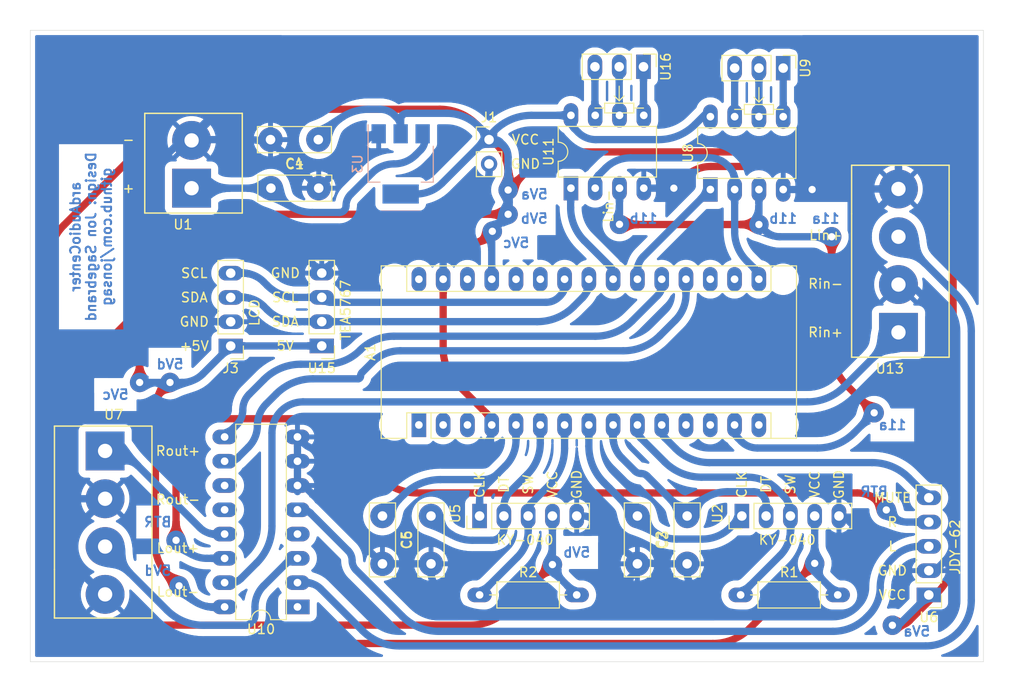
<source format=kicad_pcb>
(kicad_pcb (version 20211014) (generator pcbnew)
  (layers (0 "F.Cu" signal) (31 "B.Cu" signal) (34 "B.Paste" user) (35 "F.Paste" user) (36 "B.SilkS" user "B.Silkscreen") (37 "F.SilkS" user "F.Silkscreen") (38 "B.Mask" user) (39 "F.Mask" user) (44 "Edge.Cuts" user))
  (net 0 "")
  (net 1 "/RotEnc1-CLK")
  (net 2 "/RotEnc1-DT")
  (net 3 "GND")
  (net 4 "/RotEnc1-SW")
  (net 5 "Net-(A1-Pad12)")
  (net 6 "+5V")
  (net 7 "/RotEnc2-CLK")
  (net 8 "/RotEnc2-DT")
  (net 9 "/RotEnc2-SW")
  (net 10 "/BT-Mute")
  (net 11 "/DFP-Tx")
  (net 12 "/SPI-COPI")
  (net 13 "/SPI-SCK")
  (net 14 "/MuxA")
  (net 15 "/MuxB")
  (net 16 "/CSVolL")
  (net 17 "/CSVolR")
  (net 18 "/SDA")
  (net 19 "/SCL")
  (net 20 "+12V")
  (net 21 "LineR+")
  (net 22 "BTR+")
  (net 23 "BTL+")
  (net 24 "FMR+")
  (net 25 "SDL+")
  (net 26 "SDR+")
  (net 27 "LineL+")
  (net 28 "FML+")
  (net 29 "Net-(U8-Pad7)")
  (net 30 "Net-(U8-Pad6)")
  (net 31 "Net-(U8-Pad5)")
  (net 32 "Net-(U11-Pad7)")
  (net 33 "Net-(U11-Pad6)")
  (net 34 "Net-(U11-Pad5)")
  (net 35 "/Rout+")
  (net 36 "/Lout+")
  (footprint "My_Arduino:Arduino_Nano_WithMountingHoles_larger" (layer "F.Cu") (at 113.03 78.105 90)
    (fp_text reference "A1")
    (fp_text value "Arduino_Nano_v3.x")
  )
  (footprint "My_Misc:C_Disc_D7.5mm_W2.5mm_P5.00mm_larger" (layer "F.Cu") (at 135.89 87.63 -90)
    (fp_text reference "C2")
    (fp_text value "0.47u")
  )
  (footprint "My_Misc:C_Disc_D7.5mm_W2.5mm_P5.00mm_larger" (layer "F.Cu") (at 141.092 92.63 90)
    (fp_text reference "C3")
    (fp_text value "0.47u")
  )
  (footprint "My_Misc:C_Disc_D7.5mm_W2.5mm_P5.00mm_larger" (layer "F.Cu") (at 109.22 87.63 -90)
    (fp_text reference "C5")
    (fp_text value "0.47u")
  )
  (footprint "My_Misc:C_Disc_D7.5mm_W2.5mm_P5.00mm_larger" (layer "F.Cu") (at 114.3 92.63 90)
    (fp_text reference "C6")
    (fp_text value "0.47u")
  )
  (footprint "My_Misc:C_Disc_D7.5mm_W2.5mm_P5.00mm_larger" (layer "F.Cu") (at 97.5525 53.34)
    (fp_text reference "C1")
    (fp_text value "0.33u")
  )
  (footprint "My_Misc:C_Disc_D7.5mm_W2.5mm_P5.00mm_larger" (layer "F.Cu") (at 102.5125 48.26 180)
    (fp_text reference "C4")
    (fp_text value "0.1u")
  )
  (footprint "My_Headers:4-pin_I2C_LCD_header_larger" (layer "F.Cu") (at 93.345 69.85 180)
    (fp_text reference "J3")
    (fp_text value "4-pin_I2C_LCD_header" hide)
  )
  (footprint "My_Misc:R_Axial_DIN0207_L6.3mm_D2.5mm_P10.16mm_Horizontal_larger_pads" (layer "F.Cu") (at 146.685 95.885)
    (fp_text reference "R1")
    (fp_text value "10k" hide)
  )
  (footprint "My_Misc:R_Axial_DIN0207_L6.3mm_D2.5mm_P10.16mm_Horizontal_larger_pads" (layer "F.Cu") (at 119.38 95.885)
    (fp_text reference "R2")
    (fp_text value "10k" hide)
  )
  (footprint "My_Headers:5-pin_KY-040_rotary_encoder_header_larger" (layer "F.Cu") (at 146.812 87.63 90)
    (fp_text reference "U2")
    (fp_text value "KY-040_Rotary_Encoder" hide)
  )
  (footprint "My_Headers:5-pin_KY-040_rotary_encoder_header_larger" (layer "F.Cu") (at 119.38 87.63 90)
    (fp_text reference "U5")
    (fp_text value "KY-040_Rotary_Encoder" hide)
  )
  (footprint "My_Parts:4-pole_screw_terminal_RL_output" (layer "F.Cu") (at 80.21 80.825)
    (fp_text reference "U7")
    (fp_text value "4-pole_RL-output_screw_terminal" hide)
  )
  (footprint "My_Misc:DIP-8_W7.62mm_large" (layer "F.Cu") (at 143.52 53.48 90)
    (fp_text reference "U8")
    (fp_text value "MCP41010")
  )
  (footprint "My_Misc:DIP-16_W7.62mm_larger" (layer "F.Cu") (at 100.33 97.14 180)
    (fp_text reference "U10")
    (fp_text value "CD4052B")
  )
  (footprint "My_Misc:DIP-8_W7.62mm_large" (layer "F.Cu") (at 128.935 53.34 90)
    (fp_text reference "U11")
    (fp_text value "MCP41010")
  )
  (footprint "My_Parts:4-pole_screw_terminal_RL_input" (layer "F.Cu") (at 163.195 68.42 180)
    (fp_text reference "U13")
    (fp_text value "4-pole_RL-input_screw_terminal" hide)
  )
  (footprint "My_Parts:2-pole_power_in_screw_terminal" (layer "F.Cu") (at 89.2575 53.34 180)
    (fp_text reference "U1")
    (fp_text value "2-pole_power_in_screw_terminal" hide)
  )
  (footprint "My_Headers:4-pin_TEA5767_radio_module_header_large" (layer "F.Cu") (at 102.87 69.84 180)
    (fp_text reference "U15")
    (fp_text value "TEA5767_FM_Radio_Module" hide)
  )
  (footprint "My_Headers:3-pin_potentiometer_header_larger_pads" (layer "F.Cu") (at 151.14 40.78 -90)
    (fp_text reference "U9")
    (fp_text value "VolL" hide)
  )
  (footprint "My_Headers:3-pin_potentiometer_header_larger_pads" (layer "F.Cu") (at 136.525 40.64 -90)
    (fp_text reference "U16")
    (fp_text value "VolR" hide)
  )
  (footprint "My_Headers:2-pin_power_input_header" (layer "F.Cu") (at 120.3725 48.26)
    (fp_text reference "J1")
    (fp_text value "2-pin_power_input_header" hide)
  )
  (footprint "My_Headers:5-pin_JDY-62_bluetooth_module_header_large" (layer "F.Cu") (at 166.37 95.885 180)
    (fp_text reference "U6")
    (fp_text value "JDY-62_Bluetooth_Module")
  )
  (footprint "Package_TO_SOT_SMD:SOT-223-3_TabPin2" (layer "B.Cu") (at 111.125 50.8 -90)
    (fp_text reference "U3")
    (fp_text value "AMS1117-5.0")
  )
  (gr_line (start 172.085 36.83) (end 172.085 102.87) (layer "Edge.Cuts") (width 0.05))
  (gr_line (start 72.39 36.83) (end 172.085 36.83) (layer "Edge.Cuts") (width 0.05))
  (gr_line (start 72.39 102.87) (end 72.39 36.83) (layer "Edge.Cuts") (width 0.05))
  (gr_line (start 172.085 102.87) (end 72.39 102.87) (layer "Edge.Cuts") (width 0.05))
  (gr_text "5Vd" (at 85.725 93.345) (layer "B.Cu") (effects (font (size 1.016 1.016) (thickness 0.2032)) (justify mirror)))
  (gr_text "11b" (at 151.13 56.515) (layer "B.Cu") (effects (font (size 1.016 1.016) (thickness 0.2032)) (justify mirror)))
  (gr_text "11a" (at 155.575 56.515) (layer "B.Cu") (effects (font (size 1.016 1.016) (thickness 0.2032)) (justify mirror)))
  (gr_text "5Vd" (at 86.995 71.755) (layer "B.Cu") (effects (font (size 1.016 1.016) (thickness 0.2032)) (justify mirror)))
  (gr_text "5Va" (at 165.1 99.695) (layer "B.Cu") (effects (font (size 1.016 1.016) (thickness 0.2032)) (justify mirror)))
  (gr_text "5Vc" (at 81.28 74.93) (layer "B.Cu") (effects (font (size 1.016 1.016) (thickness 0.2032)) (justify mirror)))
  (gr_text "BTR" (at 85.725 88.265) (layer "B.Cu") (effects (font (size 1.016 1.016) (thickness 0.2032)) (justify mirror)))
  (gr_text "5Va" (at 125.095 53.975) (layer "B.Cu") (effects (font (size 1.016 1.016) (thickness 0.2032)) (justify mirror)))
  (gr_text "BTR" (at 160.655 85.09) (layer "B.Cu") (effects (font (size 1.016 1.016) (thickness 0.2032)) (justify mirror)))
  (gr_text "11b" (at 136.525 56.515) (layer "B.Cu") (effects (font (size 1.016 1.016) (thickness 0.2032)) (justify mirror)))
  (gr_text "5Vc" (at 123.19 59.055) (layer "B.Cu") (effects (font (size 1.016 1.016) (thickness 0.2032)) (justify mirror)))
  (gr_text "5Vb" (at 125.095 56.515) (layer "B.Cu") (effects (font (size 1.016 1.016) (thickness 0.2032)) (justify mirror)))
  (gr_text "11a" (at 162.56 78.105) (layer "B.Cu") (effects (font (size 1.016 1.016) (thickness 0.2032)) (justify mirror)))
  (gr_text "ardAudioCenter\nDesign: Jon Sagebrand\ngithub.com/jonsag" (at 78.74 58.42 90) (layer "B.Cu") (effects (font (size 1.016 1.016) (thickness 0.2032)) (justify mirror)))
  (gr_text "5Vb" (at 129.54 91.44) (layer "B.Cu") (effects (font (size 1.016 1.016) (thickness 0.2032)) (justify mirror)))
  (segment (start 121.284999 83.184999) (end 120.015 84.455) (width 0.762) (layer "B.Cu") (net 1))
  (segment (start 111.436207 85.413792) (end 109.22 87.63) (width 0.762) (layer "B.Cu") (net 1))
  (segment (start 123.19 79.6925) (end 123.19 78.105) (width 0.762) (layer "B.Cu") (net 1))
  (segment (start 115.283963 83.82) (end 119.751974 83.82) (width 0.762) (layer "B.Cu") (net 1))
  (segment (start 121.284999 83.184999) (end 122.067467 82.402532) (width 0.762) (layer "B.Cu") (net 1))
  (segment (start 119.38 85.988025) (end 119.38 87.63) (width 0.762) (layer "B.Cu") (net 1))
  (arc (start 123.19 79.6925) (mid 122.898263 81.159158) (end 122.067467 82.402532) (width 0.762) (layer "B.Cu") (net 1))
  (arc (start 119.751974 83.82) (mid 120.095633 84.049625) (end 120.015 84.455) (width 0.762) (layer "B.Cu") (net 1))
  (arc (start 119.38 85.988025) (mid 119.545031 85.158357) (end 120.015 84.455) (width 0.762) (layer "B.Cu") (net 1))
  (arc (start 121.284999 83.184999) (mid 120.581641 83.654968) (end 119.751974 83.82) (width 0.762) (layer "B.Cu") (net 1))
  (arc (start 115.283963 83.82) (mid 113.201572 84.234213) (end 111.436207 85.413792) (width 0.762) (layer "B.Cu") (net 1))
  (segment (start 121.92 88.169507) (end 121.92 86.805477) (width 0.762) (layer "B.Cu") (net 2))
  (segment (start 121.92 88.867515) (end 121.92 88.780264) (width 0.762) (layer "B.Cu") (net 2))
  (segment (start 121.92 88.605762) (end 121.92 88.518511) (width 0.762) (layer "B.Cu") (net 2))
  (segment (start 121.92 86.725491) (end 121.92 86.741488) (width 0.762) (layer "B.Cu") (net 2))
  (segment (start 121.92 86.741488) (end 121.92 86.805477) (width 0.762) (layer "B.Cu") (net 2))
  (segment (start 125.73 80.01) (end 125.73 78.105) (width 0.762) (layer "B.Cu") (net 2))
  (segment (start 121.92 86.693497) (end 121.92 86.725491) (width 0.762) (layer "B.Cu") (net 2))
  (segment (start 121.92 88.169507) (end 121.92 88.518511) (width 0.762) (layer "B.Cu") (net 2))
  (segment (start 120.617515 90.17) (end 118.636051 90.17) (width 0.762) (layer "B.Cu") (net 2))
  (segment (start 115.57 88.9) (end 114.3 87.63) (width 0.762) (layer "B.Cu") (net 2))
  (segment (start 121.92 88.605762) (end 121.92 88.780264) (width 0.762) (layer "B.Cu") (net 2))
  (segment (start 122.593519 85.05148) (end 124.382961 83.262038) (width 0.762) (layer "B.Cu") (net 2))
  (segment (start 121.92 86.6775) (end 121.92 86.693497) (width 0.762) (layer "B.Cu") (net 2))
  (arc (start 122.593519 85.05148) (mid 122.095041 85.797504) (end 121.92 86.6775) (width 0.762) (layer "B.Cu") (net 2))
  (arc (start 121.92 88.867515) (mid 121.820854 89.365954) (end 121.538511 89.788511) (width 0.762) (layer "B.Cu") (net 2))
  (arc (start 115.57 88.9) (mid 116.976716 89.839937) (end 118.636051 90.17) (width 0.762) (layer "B.Cu") (net 2))
  (arc (start 121.538511 89.788511) (mid 121.115954 90.070854) (end 120.617515 90.17) (width 0.762) (layer "B.Cu") (net 2))
  (arc (start 124.382961 83.262038) (mid 125.379915 81.76999) (end 125.73 80.01) (width 0.762) (layer "B.Cu") (net 2))
  (segment (start 120.65 77.774301) (end 120.65 78.105) (width 0.762) (layer "F.Cu") (net 3))
  (segment (start 115.57 70.109638) (end 115.57 62.865) (width 0.762) (layer "F.Cu") (net 3))
  (segment (start 139.7 53.34) (end 140.836255 52.203744) (width 0.762) (layer "F.Cu") (net 3))
  (segment (start 143.579418 51.067489) (end 150.046586 51.067489) (width 0.762) (layer "F.Cu") (net 3))
  (segment (start 117.163792 73.957394) (end 120.41616 77.209762) (width 0.762) (layer "F.Cu") (net 3))
  (segment (start 152.958744 52.273744) (end 154.165 53.48) (width 0.762) (layer "F.Cu") (net 3))
  (via (at 154.164995 53.480005) (size 2.032) (drill 0.762) (layers "F.Cu" "B.Cu") (net 3))
  (via (at 139.7 53.34) (size 2.032) (drill 0.762) (layers "F.Cu" "B.Cu") (net 3))
  (arc (start 115.57 70.109638) (mid 115.984213 72.192028) (end 117.163792 73.957394) (width 0.762) (layer "F.Cu") (net 3))
  (arc (start 152.958744 52.273744) (mid 151.622634 51.380984) (end 150.046586 51.067489) (width 0.762) (layer "F.Cu") (net 3))
  (arc (start 143.579418 51.067489) (mid 142.094829 51.362792) (end 140.836255 52.203744) (width 0.762) (layer "F.Cu") (net 3))
  (arc (start 120.65 77.774301) (mid 120.589226 77.468774) (end 120.41616 77.209762) (width 0.762) (layer "F.Cu") (net 3))
  (segment (start 166.700699 93.345) (end 166.37 93.345) (width 0.762) (layer "B.Cu") (net 3))
  (segment (start 130.215 87.63) (end 129.54 87.63) (width 0.762) (layer "B.Cu") (net 3))
  (segment (start 83.496207 68.268792) (end 78.629281 73.135718) (width 0.762) (layer "B.Cu") (net 3))
  (segment (start 119.917912 97.79) (end 129.191036 97.79) (width 0.762) (layer "B.Cu") (net 3))
  (segment (start 114.163431 92.63) (end 109.22 92.63) (width 0.762) (layer "B.Cu") (net 3))
  (segment (start 85.09 64.421036) (end 85.09 53.680064) (width 0.762) (layer "B.Cu") (net 3))
  (segment (start 99.106292 49.853792) (end 102.5925 53.34) (width 0.762) (layer "B.Cu") (net 3))
  (segment (start 116.070156 96.196207) (end 114.934999 95.06105) (width 0.762) (layer "B.Cu") (net 3))
  (segment (start 146.709432 97.78952) (end 157.262858 97.78952) (width 0.762) (layer "B.Cu") (net 3))
  (segment (start 78.075972 93.950972) (end 80.01 95.885) (width 0.762) (layer "B.Cu") (net 3))
  (segment (start 165.129257 64.005235) (end 167.316207 66.192185) (width 0.762) (layer "B.Cu") (net 3))
  (segment (start 115.57 57.32875) (end 119.762178 53.136571) (width 0.762) (layer "B.Cu") (net 3))
  (segment (start 133.038792 96.196207) (end 135.665493 93.569506) (width 0.762) (layer "B.Cu") (net 3))
  (segment (start 168.91 90.138025) (end 168.91 70.039941) (width 0.762) (layer "B.Cu") (net 3))
  (segment (start 114.26 92.67) (end 114.3 92.71) (width 0.762) (layer "B.Cu") (net 3))
  (segment (start 108.272992 59.055) (end 113.84375 59.055) (width 0.762) (layer "B.Cu") (net 3))
  (segment (start 101.225237 84.673839) (end 109.205363 92.653965) (width 0.762) (layer "B.Cu") (net 3))
  (segment (start 139.7 53.34) (end 136.555 53.34) (width 0.762) (layer "B.Cu") (net 3))
  (segment (start 115.57 60.78125) (end 115.57 57.32875) (width 0.762) (layer "B.Cu") (net 3))
  (segment (start 142.861676 96.195727) (end 141.726999 95.06105) (width 0.762) (layer "B.Cu") (net 3))
  (segment (start 102.523632 80.645) (end 118.481974 80.645) (width 0.762) (layer "B.Cu") (net 3))
  (segment (start 167.265237 93.11116) (end 167.970698 92.405698) (width 0.762) (layer "B.Cu") (net 3))
  (segment (start 158.4325 88.5825) (end 157.48 87.63) (width 0.762) (layer "B.Cu") (net 3))
  (segment (start 154.195 53.45) (end 154.165 53.48) (width 0.762) (layer "B.Cu") (net 3))
  (segment (start 90.805 66.225987) (end 90.805 62.447961) (width 0.762) (layer "B.Cu") (net 3))
  (segment (start 89.535 47.9425) (end 89.535 48.26) (width 0.762) (layer "B.Cu") (net 3))
  (segment (start 161.195001 53.42) (end 154.267426 53.42) (width 0.762) (layer "B.Cu") (net 3))
  (segment (start 159.385 95.667378) (end 159.385 90.882038) (width 0.762) (layer "B.Cu") (net 3))
  (segment (start 100.660699 84.44) (end 100.33 84.44) (width 0.762) (layer "B.Cu") (net 3))
  (segment (start 109.22 92.689301) (end 109.22 92.71) (width 0.762) (layer "B.Cu") (net 3))
  (segment (start 141.092 93.528025) (end 141.092 92.63) (width 0.762) (layer "B.Cu") (net 3))
  (segment (start 115.57 60.78125) (end 115.57 63.5) (width 0.762) (layer "B.Cu") (net 3))
  (segment (start 141.565 92.67) (end 141.605 92.71) (width 0.762) (layer "B.Cu") (net 3))
  (segment (start 135.89 93.0275) (end 135.89 92.71) (width 0.762) (layer "B.Cu") (net 3))
  (segment (start 161.16594 61.47094) (end 162.689764 62.994764) (width 0.762) (layer "B.Cu") (net 3))
  (segment (start 100.33 80.268632) (end 100.33 85.07548) (width 0.762) (layer "B.Cu") (net 3))
  (segment (start 89.759506 47.400493) (end 97.338727 39.821272) (width 0.762) (layer "B.Cu") (net 3))
  (segment (start 91.889012 67.31) (end 93.98 67.31) (width 0.762) (layer "B.Cu") (net 3))
  (segment (start 86.6775 49.8475) (end 88.265 48.26) (width 0.762) (layer "B.Cu") (net 3))
  (segment (start 108.155246 47.737253) (end 102.5525 53.34) (width 0.762) (layer "B.Cu") (net 3))
  (segment (start 78.773159 85.825) (end 77.549037 85.825) (width 0.762) (layer "B.Cu") (net 3))
  (segment (start 101.186483 38.22748) (end 150.650538 38.22748) (width 0.762) (layer "B.Cu") (net 3))
  (segment (start 138.143963 92.63) (end 141.468431 92.63) (width 0.762) (layer "B.Cu") (net 3))
  (segment (start 134.296207 91.036207) (end 131.367297 88.107297) (width 0.762) (layer "B.Cu") (net 3))
  (segment (start 120.015 80.01) (end 120.200987 79.824012) (width 0.762) (layer "B.Cu") (net 3))
  (segment (start 77.035489 85.311451) (end 77.035489 76.983474) (width 0.762) (layer "B.Cu") (net 3))
  (segment (start 120.3725 51.663125) (end 120.3725 50.8) (width 0.762) (layer "B.Cu") (net 3))
  (segment (start 154.165 53.48) (end 151.14 53.48) (width 0.762) (layer "B.Cu") (net 3))
  (segment (start 154.498294 39.821272) (end 161.601207 46.924185) (width 0.762) (layer "B.Cu") (net 3))
  (segment (start 99.635032 60.325) (end 92.927961 60.325) (width 0.762) (layer "B.Cu") (net 3))
  (segment (start 79.194 86.840999) (end 78.075972 87.959027) (width 0.762) (layer "B.Cu") (net 3))
  (segment (start 104.4525 60.6375) (end 103.8175 61.2725) (width 0.762) (layer "B.Cu") (net 3))
  (segment (start 163.195 50.771941) (end 163.195 51.175281) (width 0.762) (layer "B.Cu") (net 3))
  (segment (start 108.42625 47.625) (end 108.585 47.625) (width 0.762) (layer "B.Cu") (net 3))
  (segment (start 114.3 93.528025) (end 114.3 92.63) (width 0.762) (layer "B.Cu") (net 3))
  (segment (start 161.339588 55.27541) (end 162.049548 54.565451) (width 0.762) (layer "B.Cu") (net 3))
  (segment (start 95.258536 48.26) (end 89.2575 48.26) (width 0.762) (layer "B.Cu") (net 3))
  (segment (start 120.65 78.74) (end 120.65 78.105) (width 0.762) (layer "B.Cu") (net 3))
  (arc (start 163.195 51.175281) (mid 162.897306 53.134309) (end 162.049548 54.565451) (width 0.762) (layer "B.Cu") (net 3))
  (arc (start 76.835 90.955) (mid 77.157518 92.576408) (end 78.075972 93.950972) (width 0.762) (layer "B.Cu") (net 3))
  (arc (start 158.4325 88.5825) (mid 159.137453 89.637537) (end 159.385 90.882038) (width 0.762) (layer "B.Cu") (net 3))
  (arc (start 135.89 93.0275) (mid 135.831652 93.320831) (end 135.665493 93.569506) (width 0.762) (layer "B.Cu") (net 3))
  (arc (start 114.163431 92.63) (mid 114.215693 92.640395) (end 114.26 92.67) (width 0.762) (layer "B.Cu") (net 3))
  (arc (start 119.762178 53.136571) (mid 120.213882 52.460548) (end 120.3725 51.663125) (width 0.762) (layer "B.Cu") (net 3))
  (arc (start 103.8175 61.2725) (mid 102.87 61.664967) (end 101.9225 61.2725) (width 0.762) (layer "B.Cu") (net 3))
  (arc (start 102.523632 80.645) (mid 101.684165 80.478019) (end 100.9725 80.0025) (width 0.762) (layer "B.Cu") (net 3))
  (arc (start 166.700699 93.345) (mid 167.006224 93.284226) (end 167.265237 93.11116) (width 0.762) (layer "B.Cu") (net 3))
  (arc (start 78.075972 87.959027) (mid 77.157518 89.333591) (end 76.835 90.955) (width 0.762) (layer "B.Cu") (net 3))
  (arc (start 85.09 53.680064) (mid 85.502577 51.605895) (end 86.6775 49.8475) (width 0.762) (layer "B.Cu") (net 3))
  (arc (start 142.861676 96.195727) (mid 144.627041 97.375306) (end 146.709432 97.78952) (width 0.762) (layer "B.Cu") (net 3))
  (arc (start 90.805 66.225987) (mid 90.887515 66.64082) (end 91.1225 66.9925) (width 0.762) (layer "B.Cu") (net 3))
  (arc (start 108.42625 47.625) (mid 108.279583 47.654173) (end 108.155246 47.737253) (width 0.762) (layer "B.Cu") (net 3))
  (arc (start 97.338727 39.821272) (mid 99.104092 38.641693) (end 101.186483 38.22748) (width 0.762) (layer "B.Cu") (net 3))
  (arc (start 78.773159 85.825) (mid 79.323014 86.192401) (end 79.194 86.840999) (width 0.762) (layer "B.Cu") (net 3))
  (arc (start 99.635032 60.325) (mid 100.873 60.571247) (end 101.9225 61.2725) (width 0.762) (layer "B.Cu") (net 3))
  (arc (start 91.889012 67.31) (mid 91.474178 67.227484) (end 91.1225 66.9925) (width 0.762) (layer "B.Cu") (net 3))
  (arc (start 167.316207 66.192185) (mid 168.495786 67.95755) (end 168.91 70.039941) (width 0.762) (layer "B.Cu") (net 3))
  (arc (start 165.129257 64.005235) (mid 164.569632 63.631306) (end 163.909511 63.5) (width 0.762) (layer "B.Cu") (net 3))
  (arc (start 130.215 87.63) (mid 130.838618 87.754045) (end 131.367297 88.107297) (width 0.762) (layer "B.Cu") (net 3))
  (arc (start 89.535 47.9425) (mid 89.593347 47.649168) (end 89.759506 47.400493) (width 0.762) (layer "B.Cu") (net 3))
  (arc (start 77.035489 85.311451) (mid 77.07458 85.507977) (end 77.185904 85.674585) (width 0.762) (layer "B.Cu") (net 3))
  (arc (start 163.195 50.771941) (mid 162.780786 48.68955) (end 161.601207 46.924185) (width 0.762) (layer "B.Cu") (net 3))
  (arc (start 115.57 60.78125) (mid 115.064393 59.560606) (end 113.84375 59.055) (width 0.762) (layer "B.Cu") (net 3))
  (arc (start 115.57 57.32875) (mid 115.064393 58.549393) (end 113.84375 59.055) (width 0.762) (layer "B.Cu") (net 3))
  (arc (start 77.549037 85.825) (mid 77.352511 85.785908) (end 77.185904 85.674585) (width 0.762) (layer "B.Cu") (net 3))
  (arc (start 154.195 53.45) (mid 154.228229 53.427796) (end 154.267426 53.42) (width 0.762) (layer "B.Cu") (net 3))
  (arc (start 99.106292 49.853792) (mid 97.340926 48.674213) (end 95.258536 48.26) (width 0.762) (layer "B.Cu") (net 3))
  (arc (start 120.200987 79.824012) (mid 120.533305 79.326663) (end 120.65 78.74) (width 0.762) (layer "B.Cu") (net 3))
  (arc (start 78.629281 73.135718) (mid 77.449702 74.901083) (end 77.035489 76.983474) (width 0.762) (layer "B.Cu") (net 3))
  (arc (start 168.91 90.138025) (mid 168.665883 91.365281) (end 167.970698 92.405698) (width 0.762) (layer "B.Cu") (net 3))
  (arc (start 141.565 92.67) (mid 141.520693 92.640395) (end 141.468431 92.63) (width 0.762) (layer "B.Cu") (net 3))
  (arc (start 134.296207 91.036207) (mid 136.061572 92.215786) (end 138.143963 92.63) (width 0.762) (layer "B.Cu") (net 3))
  (arc (start 158.763439 97.167959) (mid 158.074966 97.627981) (end 157.262858 97.78952) (width 0.762) (layer "B.Cu") (net 3))
  (arc (start 83.496207 68.268792) (mid 84.675786 66.503426) (end 85.09 64.421036) (width 0.762) (layer "B.Cu") (net 3))
  (arc (start 162.689764 62.994764) (mid 163.249388 63.368693) (end 163.909511 63.5) (width 0.762) (layer "B.Cu") (net 3))
  (arc (start 92.927961 60.325) (mid 92.115539 60.4866) (end 91.426801 60.946801) (width 0.762) (layer "B.Cu") (net 3))
  (arc (start 100.33 80.268632) (mid 100.562338 79.920913) (end 100.9725 80.0025) (width 0.762) (layer "B.Cu") (net 3))
  (arc (start 119.917912 97.79) (mid 117.835521 97.375786) (end 116.070156 96.196207) (width 0.762) (layer "B.Cu") (net 3))
  (arc (start 90.805 62.447961) (mid 90.9666 61.635539) (end 91.426801 60.946801) (width 0.762) (layer "B.Cu") (net 3))
  (arc (start 108.272992 59.055) (mid 106.205356 59.466278) (end 104.4525 60.6375) (width 0.762) (layer "B.Cu") (net 3))
  (arc (start 159.385 95.667378) (mid 159.223461 96.479486) (end 158.763439 97.167959) (width 0.762) (layer "B.Cu") (net 3))
  (arc (start 109.22 92.689301) (mid 109.216195 92.670177) (end 109.205363 92.653965) (width 0.762) (layer "B.Cu") (net 3))
  (arc (start 154.498294 39.821272) (mid 152.732928 38.641693) (end 150.650538 38.22748) (width 0.762) (layer "B.Cu") (net 3))
  (arc (start 141.092 93.528025) (mid 141.25703 94.357692) (end 141.726999 95.06105) (width 0.762) (layer "B.Cu") (net 3))
  (arc (start 163.195 51.175281) (mid 162.609213 52.762537) (end 161.195001 53.42) (width 0.762) (layer "B.Cu") (net 3))
  (arc (start 161.195001 53.42) (mid 162.057555 53.834213) (end 162.049548 54.565451) (width 0.762) (layer "B.Cu") (net 3))
  (arc (start 114.3 93.528025) (mid 114.46503 94.357692) (end 114.934999 95.06105) (width 0.762) (layer "B.Cu") (net 3))
  (arc (start 100.660699 84.44) (mid 100.966224 84.500772) (end 101.225237 84.673839) (width 0.762) (layer "B.Cu") (net 3))
  (arc (start 133.038792 96.196207) (mid 131.273426 97.375786) (end 129.191036 97.79) (width 0.762) (layer "B.Cu") (net 3))
  (arc (start 120.015 80.01) (mid 119.311641 80.479968) (end 118.481974 80.645) (width 0.762) (layer "B.Cu") (net 3))
  (arc (start 161.339588 55.27541) (mid 160.363311 56.736512) (end 160.020489 58.46) (width 0.762) (layer "B.Cu") (net 3))
  (arc (start 161.16594 61.47094) (mid 160.318182 60.138357) (end 160.020489 58.46) (width 0.762) (layer "B.Cu") (net 3))
  (segment (start 124.46 87.376) (end 124.46 87.122) (width 0.762) (layer "B.Cu") (net 4))
  (segment (start 124.46 89.2175) (end 124.46 88.93175) (width 0.762) (layer "B.Cu") (net 4))
  (segment (start 124.81921 86.254789) (end 126.676207 84.397792) (width 0.762) (layer "B.Cu") (net 4))
  (segment (start 124.46 88.36025) (end 124.46 88.93175) (width 0.762) (layer "B.Cu") (net 4))
  (segment (start 124.46 87.376) (end 124.46 87.884) (width 0.762) (layer "B.Cu") (net 4))
  (segment (start 123.337467 91.927532) (end 119.38 95.885) (width 0.762) (layer "B.Cu") (net 4))
  (segment (start 124.46 87.884) (end 124.46 88.36025) (width 0.762) (layer "B.Cu") (net 4))
  (segment (start 128.27 80.550036) (end 128.27 78.105) (width 0.762) (layer "B.Cu") (net 4))
  (arc (start 123.337467 91.927532) (mid 124.168263 90.684158) (end 124.46 89.2175) (width 0.762) (layer "B.Cu") (net 4))
  (arc (start 124.81921 86.254789) (mid 124.553355 86.652669) (end 124.46 87.122) (width 0.762) (layer "B.Cu") (net 4))
  (arc (start 128.27 80.550036) (mid 127.855786 82.632426) (end 126.676207 84.397792) (width 0.762) (layer "B.Cu") (net 4))
  (segment (start 91.724809 60.648792) (end 85.413792 66.959809) (width 0.762) (layer "F.Cu") (net 6))
  (segment (start 85.471489 90.705684) (end 85.471489 76.260795) (width 0.762) (layer "F.Cu") (net 6))
  (segment (start 95.572565 59.055) (end 118.654538 59.055) (width 0.762) (layer "F.Cu") (net 6))
  (segment (start 86.709494 93.694494) (end 87.9475 94.9325) (width 0.762) (layer "F.Cu") (net 6))
  (segment (start 83.82 73.66) (end 83.82 70.807565) (width 0.762) (layer "F.Cu") (net 6))
  (segment (start 74.295 61.067025) (end 74.295 94.266036) (width 0.762) (layer "F.Cu") (net 6))
  (segment (start 167.316207 95.60019) (end 164.314743 98.601654) (width 0.762) (layer "F.Cu") (net 6))
  (segment (start 121.108017 48.71768) (end 119.069129 46.678792) (width 0.762) (layer "F.Cu") (net 6))
  (segment (start 162.56 99.06) (end 163.208199 99.06) (width 0.762) (layer "F.Cu") (net 6))
  (segment (start 76.835 95.450926) (end 76.835 75.278963) (width 0.762) (layer "F.Cu") (net 6))
  (segment (start 168.91 91.752434) (end 168.91 56.899525) (width 0.762) (layer "F.Cu") (net 6))
  (segment (start 86.995 73.66) (end 86.233244 74.421755) (width 0.762) (layer "F.Cu") (net 6))
  (segment (start 80.428584 99.044511) (end 118.411525 99.044511) (width 0.762) (layer "F.Cu") (net 6))
  (segment (start 167.316207 53.051769) (end 165.4022 51.137762) (width 0.762) (layer "F.Cu") (net 6))
  (segment (start 75.888792 57.219269) (end 86.429269 46.678792) (width 0.762) (layer "F.Cu") (net 6))
  (segment (start 115.221373 45.085) (end 90.277025 45.085) (width 0.762) (layer "F.Cu") (net 6))
  (segment (start 161.554444 49.54397) (end 128.604993 49.54397) (width 0.762) (layer "F.Cu") (net 6))
  (segment (start 120.713745 57.848745) (end 120.110617 58.451872) (width 0.762) (layer "F.Cu") (net 6))
  (segment (start 96.043974 56.069989) (end 122.365011 56.069989) (width 0.762) (layer "F.Cu") (net 6))
  (segment (start 154.432 92.583) (end 147.643792 99.371207) (width 0.762) (layer "F.Cu") (net 6))
  (segment (start 78.428792 71.431207) (end 92.196218 57.663781) (width 0.762) (layer "F.Cu") (net 6))
  (segment (start 122.365011 51.752331) (end 122.365011 53.529989) (width 0.762) (layer "F.Cu") (net 6))
  (segment (start 127 92.71) (end 122.259281 97.450718) (width 0.762) (layer "F.Cu") (net 6))
  (segment (start 77.146207 99.371207) (end 75.888792 98.113792) (width 0.762) (layer "F.Cu") (net 6))
  (segment (start 122.365011 53.529989) (end 124.757237 51.137762) (width 0.762) (layer "F.Cu") (net 6))
  (segment (start 80.993963 100.965) (end 143.796036 100.965) (width 0.762) (layer "F.Cu") (net 6))
  (via (at 122.365011 53.529989) (size 2.032) (drill 0.762) (layers "F.Cu" "B.Cu") (net 6))
  (via (at 120.713745 57.848745) (size 2.032) (drill 0.762) (layers "F.Cu" "B.Cu") (net 6))
  (via (at 154.432 92.583) (size 2.032) (drill 0.762) (layers "F.Cu" "B.Cu") (net 6))
  (via (at 162.56 99.06) (size 2.032) (drill 0.762) (layers "F.Cu" "B.Cu") (net 6))
  (via (at 87.9475 94.9325) (size 2.032) (drill 0.762) (layers "F.Cu" "B.Cu") (net 6))
  (via (at 83.82 73.66) (size 2.032) (drill 0.762) (layers "F.Cu" "B.Cu") (net 6))
  (via (at 86.995 73.66) (size 2.032) (drill 0.762) (layers "F.Cu" "B.Cu") (net 6))
  (via (at 127 92.71) (size 2.032) (drill 0.762) (layers "F.Cu" "B.Cu") (net 6))
  (via (at 122.365011 56.069989) (size 2.032) (drill 0.762) (layers "F.Cu" "B.Cu") (net 6))
  (arc (start 118.411525 99.044511) (mid 120.493915 98.630297) (end 122.259281 97.450718) (width 0.762) (layer "F.Cu") (net 6))
  (arc (start 80.428584 99.044511) (mid 79.053378 98.770965) (end 77.887536 97.991974) (width 0.762) (layer "F.Cu") (net 6))
  (arc (start 143.796036 100.965) (mid 145.878426 100.550786) (end 147.643792 99.371207) (width 0.762) (layer "F.Cu") (net 6))
  (arc (start 78.428792 71.431207) (mid 77.249213 73.196572) (end 76.835 75.278963) (width 0.762) (layer "F.Cu") (net 6))
  (arc (start 75.888792 98.113792) (mid 74.709213 96.348426) (end 74.295 94.266036) (width 0.762) (layer "F.Cu") (net 6))
  (arc (start 163.208199 99.06) (mid 163.807056 98.940879) (end 164.314743 98.601654) (width 0.762) (layer "F.Cu") (net 6))
  (arc (start 168.91 91.752434) (mid 168.495786 93.834824) (end 167.316207 95.60019) (width 0.762) (layer "F.Cu") (net 6))
  (arc (start 120.110617 58.451872) (mid 119.442562 58.898252) (end 118.654538 59.055) (width 0.762) (layer "F.Cu") (net 6))
  (arc (start 85.413792 66.959809) (mid 84.234213 68.725174) (end 83.82 70.807565) (width 0.762) (layer "F.Cu") (net 6))
  (arc (start 161.554444 49.54397) (mid 163.636834 49.958183) (end 165.4022 51.137762) (width 0.762) (layer "F.Cu") (net 6))
  (arc (start 86.429269 46.678792) (mid 88.194634 45.499213) (end 90.277025 45.085) (width 0.762) (layer "F.Cu") (net 6))
  (arc (start 124.757237 51.137762) (mid 126.522602 49.958183) (end 128.604993 49.54397) (width 0.762) (layer "F.Cu") (net 6))
  (arc (start 96.043974 56.069989) (mid 93.961583 56.484202) (end 92.196218 57.663781) (width 0.762) (layer "F.Cu") (net 6))
  (arc (start 85.471489 90.705684) (mid 85.793236 92.323216) (end 86.709494 93.694494) (width 0.762) (layer "F.Cu") (net 6))
  (arc (start 115.221373 45.085) (mid 117.303763 45.499213) (end 119.069129 46.678792) (width 0.762) (layer "F.Cu") (net 6))
  (arc (start 122.365011 51.752331) (mid 122.038328 50.109989) (end 121.108017 48.71768) (width 0.762) (layer "F.Cu") (net 6))
  (arc (start 168.91 56.899525) (mid 168.495786 54.817134) (end 167.316207 53.051769) (width 0.762) (layer "F.Cu") (net 6))
  (arc (start 76.835 95.450926) (mid 77.108545 96.826131) (end 77.887536 97.991974) (width 0.762) (layer "F.Cu") (net 6))
  (arc (start 77.146207 99.371207) (mid 78.911572 100.550786) (end 80.993963 100.965) (width 0.762) (layer "F.Cu") (net 6))
  (arc (start 91.724809 60.648792) (mid 93.490174 59.469213) (end 95.572565 59.055) (width 0.762) (layer "F.Cu") (net 6))
  (arc (start 75.888792 57.219269) (mid 74.709213 58.984634) (end 74.295 61.067025) (width 0.762) (layer "F.Cu") (net 6))
  (arc (start 85.471489 76.260795) (mid 85.669462 75.265514) (end 86.233244 74.421755) (width 0.762) (layer "F.Cu") (net 6))
  (segment (start 154.432 92.583) (end 154.432 93.0275) (width 0.762) (layer "B.Cu") (net 6))
  (segment (start 104.214066 46.558433) (end 102.5125 48.26) (width 0.762) (layer "B.Cu") (net 6))
  (segment (start 131.53663 48.26) (end 138.089935 48.26) (width 0.762) (layer "B.Cu") (net 6))
  (segment (start 122.365011 53.529989) (end 122.365011 56.069989) (width 0.762) (layer "B.Cu") (net 6))
  (segment (start 93.339999 69.854999) (end 93.329999 69.864999) (width 0.762) (layer "B.Cu") (net 6))
  (segment (start 121.825005 48.800005) (end 121.509506 48.484506) (width 0.762) (layer "B.Cu") (net 6))
  (segment (start 127 92.71) (end 127 93.0275) (width 0.762) (layer "B.Cu") (net 6))
  (segment (start 120.65 57.957563) (end 120.65 62.865) (width 0.762) (layer "B.Cu") (net 6))
  (segment (start 127 92.71) (end 127 87.63) (width 0.762) (layer "B.Cu") (net 6))
  (segment (start 111.125 46.99) (end 111.125 47.625) (width 0.762) (layer "B.Cu") (net 6))
  (segment (start 120.713745 57.848745) (end 120.681872 57.880617) (width 0.762) (layer "B.Cu") (net 6))
  (segment (start 93.3475 69.8475) (end 93.342499 69.852499) (width 0.762) (layer "B.Cu") (net 6))
  (segment (start 111.125 46.157061) (end 111.125 47.65) (width 0.762) (layer "B.Cu") (net 6))
  (segment (start 91.4325 97.14) (end 92.71 97.14) (width 0.762) (layer "B.Cu") (net 6))
  (segment (start 115.951169 45.507489) (end 111.774572 45.507489) (width 0.762) (layer "B.Cu") (net 6))
  (segment (start 120.537746 48.147746) (end 119.273744 46.883744) (width 0.762) (layer "B.Cu") (net 6))
  (segment (start 110.675987 45.905987) (end 110.49 45.72) (width 0.762) (layer "B.Cu") (net 6))
  (segment (start 141.9225 46.6725) (end 143.51 45.085) (width 0.762) (layer "B.Cu") (net 6))
  (segment (start 128.935 45.974) (end 128.935 46.228) (width 0.762) (layer "B.Cu") (net 6))
  (segment (start 89.251671 96.236671) (end 87.9475 94.9325) (width 0.762) (layer "B.Cu") (net 6))
  (segment (start 93.35 69.845) (end 93.3475 69.8475) (width 0.762) (layer "B.Cu") (net 6))
  (segment (start 86.995 73.66) (end 83.82 73.66) (width 0.762) (layer "B.Cu") (net 6))
  (segment (start 93.362071 69.84) (end 102.87 69.84) (width 0.762) (layer "B.Cu") (net 6))
  (segment (start 87.9475 94.9325) (end 87.63 94.615) (width 0.762) (layer "B.Cu") (net 6))
  (segment (start 112.725 53.95) (end 111.125 53.95) (width 0.762) (layer "B.Cu") (net 6))
  (segment (start 107.77125 45.085) (end 108.956974 45.085) (width 0.762) (layer "B.Cu") (net 6))
  (segment (start 115.45637 52.818629) (end 120.961207 47.313792) (width 0.762) (layer "B.Cu") (net 6))
  (segment (start 90.433025 72.761974) (end 93.329999 69.864999) (width 0.762) (layer "B.Cu") (net 6))
  (segment (start 93.342499 69.852499) (end 93.339999 69.854999) (width 0.762) (layer "B.Cu") (net 6))
  (segment (start 120.713745 57.848745) (end 122.319936 56.242552) (width 0.762) (layer "B.Cu") (net 6))
  (segment (start 86.995 73.66) (end 88.265 73.66) (width 0.762) (layer "B.Cu") (net 6))
  (segment (start 163.419506 98.835493) (end 166.37 95.885) (width 0.762) (layer "B.Cu") (net 6))
  (segment (start 154.746308 93.786308) (end 156.845 95.885) (width 0.762) (layer "B.Cu") (net 6))
  (segment (start 122.365011 53.529989) (end 122.365011 50.103694) (width 0.762) (layer "B.Cu") (net 6))
  (segment (start 129.29421 47.09521) (end 129.697 47.498) (width 0.762) (layer "B.Cu") (net 6))
  (segment (start 127.224506 93.569506) (end 129.54 95.885) (width 0.762) (layer "B.Cu") (net 6))
  (segment (start 154.432 92.583) (end 154.432 87.63) (width 0.762) (layer "B.Cu") (net 6))
  (segment (start 128.681 45.72) (end 124.808963 45.72) (width 0.762) (layer "B.Cu") (net 6))
  (segment (start 122.365011 56.133733) (end 122.365011 56.069989) (width 0.762) (layer "B.Cu") (net 6))
  (segment (start 120.80875 48.26) (end 120.9675 48.26) (width 0.762) (layer "B.Cu") (net 6))
  (segment (start 162.8775 99.06) (end 162.56 99.06) (width 0.762) (layer "B.Cu") (net 6))
  (arc (start 110.675987 45.905987) (mid 111.008305 46.403336) (end 111.125 46.99) (width 0.762) (layer "B.Cu") (net 6))
  (arc (start 120.65 57.957563) (mid 120.658283 57.91592) (end 120.681872 57.880617) (width 0.762) (layer "B.Cu") (net 6))
  (arc (start 108.956974 45.085) (mid 109.786641 45.250031) (end 110.49 45.72) (width 0.762) (layer "B.Cu") (net 6))
  (arc (start 115.45637 52.818629) (mid 114.203207 53.655966) (end 112.725 53.95) (width 0.762) (layer "B.Cu") (net 6))
  (arc (start 127 93.0275) (mid 127.058347 93.320831) (end 127.224506 93.569506) (width 0.762) (layer "B.Cu") (net 6))
  (arc (start 104.214066 46.558433) (mid 105.846115 45.467932) (end 107.77125 45.085) (width 0.762) (layer "B.Cu") (net 6))
  (arc (start 124.808963 45.72) (mid 122.726572 46.134213) (end 120.961207 47.313792) (width 0.762) (layer "B.Cu") (net 6))
  (arc (start 129.697 47.498) (mid 130.541029 48.061962) (end 131.53663 48.26) (width 0.762) (layer "B.Cu") (net 6))
  (arc (start 91.4325 97.14) (mid 90.252243 96.905232) (end 89.251671 96.236671) (width 0.762) (layer "B.Cu") (net 6))
  (arc (start 122.365011 56.133733) (mid 122.353296 56.192625) (end 122.319936 56.242552) (width 0.762) (layer "B.Cu") (net 6))
  (arc (start 129.29421 47.09521) (mid 129.028355 46.69733) (end 128.935 46.228) (width 0.762) (layer "B.Cu") (net 6))
  (arc (start 120.80875 48.26) (mid 120.662083 48.230826) (end 120.537746 48.147746) (width 0.762) (layer "B.Cu") (net 6))
  (arc (start 122.365011 50.103694) (mid 122.224668 49.398142) (end 121.825005 48.800005) (width 0.762) (layer "B.Cu") (net 6))
  (arc (start 93.362071 69.84) (mid 93.355538 69.841299) (end 93.35 69.845) (width 0.762) (layer "B.Cu") (net 6))
  (arc (start 88.265 73.66) (mid 89.438326 73.42661) (end 90.433025 72.761974) (width 0.762) (layer "B.Cu") (net 6))
  (arc (start 128.935 45.974) (mid 128.860605 45.794394) (end 128.681 45.72) (width 0.762) (layer "B.Cu") (net 6))
  (arc (start 154.746308 93.786308) (mid 154.513685 93.438164) (end 154.432 93.0275) (width 0.762) (layer "B.Cu") (net 6))
  (arc (start 111.315255 45.697744) (mid 111.174445 45.90848) (end 111.125 46.157061) (width 0.762) (layer "B.Cu") (net 6))
  (arc (start 121.509506 48.484506) (mid 121.260831 48.318347) (end 120.9675 48.26) (width 0.762) (layer "B.Cu") (net 6))
  (arc (start 115.951169 45.507489) (mid 117.749333 45.865166) (end 119.273744 46.883744) (width 0.762) (layer "B.Cu") (net 6))
  (arc (start 111.315255 45.697744) (mid 111.525991 45.556934) (end 111.774572 45.507489) (width 0.762) (layer "B.Cu") (net 6))
  (arc (start 162.8775 99.06) (mid 163.170831 99.001652) (end 163.419506 98.835493) (width 0.762) (layer "B.Cu") (net 6))
  (arc (start 141.9225 46.6725) (mid 140.164104 47.847422) (end 138.089935 48.26) (width 0.762) (layer "B.Cu") (net 6))
  (segment (start 145.605744 88.836255) (end 146.812 87.63) (width 0.762) (layer "B.Cu") (net 7))
  (segment (start 132.957094 84.697094) (end 134.108194 85.848194) (width 0.762) (layer "B.Cu") (net 7))
  (segment (start 140.008413 90.042511) (end 142.693586 90.042511) (width 0.762) (layer "B.Cu") (net 7))
  (segment (start 132.957094 84.697094) (end 132.381544 84.121544) (width 0.762) (layer "B.Cu") (net 7))
  (segment (start 136.465549 88.205549) (end 137.096255 88.836255) (width 0.762) (layer "B.Cu") (net 7))
  (segment (start 130.81 80.3275) (end 130.81 78.105) (width 0.762) (layer "B.Cu") (net 7))
  (segment (start 135.204138 86.944138) (end 134.108194 85.848194) (width 0.762) (layer "B.Cu") (net 7))
  (segment (start 135.204138 86.944138) (end 136.465549 88.205549) (width 0.762) (layer "B.Cu") (net 7))
  (arc (start 140.008413 90.042511) (mid 138.432364 89.729015) (end 137.096255 88.836255) (width 0.762) (layer "B.Cu") (net 7))
  (arc (start 145.605744 88.836255) (mid 144.269634 89.729015) (end 142.693586 90.042511) (width 0.762) (layer "B.Cu") (net 7))
  (arc (start 130.81 80.3275) (mid 131.21843 82.380822) (end 132.381544 84.121544) (width 0.762) (layer "B.Cu") (net 7))
  (segment (start 149.352 86.392484) (end 149.352 87.63) (width 0.762) (layer "B.Cu") (net 8))
  (segment (start 145.306051 85.09) (end 148.049515 85.09) (width 0.762) (layer "B.Cu") (net 8))
  (segment (start 142.24 86.36) (end 140.97 87.63) (width 0.762) (layer "B.Cu") (net 8))
  (segment (start 134.248025 81.543025) (end 135.62236 82.91736) (width 0.762) (layer "B.Cu") (net 8))
  (segment (start 136.914639 83.452639) (end 141.092 87.63) (width 0.762) (layer "B.Cu") (net 8))
  (segment (start 133.35 79.375) (end 133.35 78.105) (width 0.762) (layer "B.Cu") (net 8))
  (arc (start 135.62236 82.91736) (mid 135.918811 83.115442) (end 136.2685 83.185) (width 0.762) (layer "B.Cu") (net 8))
  (arc (start 134.248025 81.543025) (mid 133.583389 80.548326) (end 133.35 79.375) (width 0.762) (layer "B.Cu") (net 8))
  (arc (start 142.24 86.36) (mid 143.646716 85.420062) (end 145.306051 85.09) (width 0.762) (layer "B.Cu") (net 8))
  (arc (start 148.970511 85.471489) (mid 148.547954 85.189145) (end 148.049515 85.09) (width 0.762) (layer "B.Cu") (net 8))
  (arc (start 136.914639 83.452639) (mid 136.618188 83.254557) (end 136.2685 83.185) (width 0.762) (layer "B.Cu") (net 8))
  (arc (start 149.352 86.392484) (mid 149.252854 85.894045) (end 148.970511 85.471489) (width 0.762) (layer "B.Cu") (net 8))
  (segment (start 151.228092 85.574488) (end 150.492542 84.838938) (width 0.762) (layer "B.Cu") (net 9))
  (segment (start 135.89 78.613) (end 135.89 78.105) (width 0.762) (layer "B.Cu") (net 9))
  (segment (start 150.814369 91.75563) (end 146.685 95.885) (width 0.762) (layer "B.Cu") (net 9))
  (segment (start 151.765 86.870698) (end 151.765 87.63) (width 0.762) (layer "B.Cu") (net 9))
  (segment (start 136.24921 79.48021) (end 138.741687 81.972687) (width 0.762) (layer "B.Cu") (net 9))
  (segment (start 151.892 89.154) (end 151.892 87.63) (width 0.762) (layer "B.Cu") (net 9))
  (segment (start 147.420556 83.56648) (end 142.589443 83.56648) (width 0.762) (layer "B.Cu") (net 9))
  (arc (start 151.228092 85.574488) (mid 151.625462 86.169194) (end 151.765 86.870698) (width 0.762) (layer "B.Cu") (net 9))
  (arc (start 136.24921 79.48021) (mid 135.983355 79.08233) (end 135.89 78.613) (width 0.762) (layer "B.Cu") (net 9))
  (arc (start 138.741687 81.972687) (mid 140.507052 83.152266) (end 142.589443 83.56648) (width 0.762) (layer "B.Cu") (net 9))
  (arc (start 147.420556 83.56648) (mid 149.083102 83.897181) (end 150.492542 84.838938) (width 0.762) (layer "B.Cu") (net 9))
  (arc (start 151.892 89.154) (mid 151.611932 90.561992) (end 150.814369 91.75563) (width 0.762) (layer "B.Cu") (net 9))
  (segment (start 139.89098 80.58198) (end 138.78921 79.48021) (width 0.762) (layer "B.Cu") (net 10))
  (segment (start 160.433996 82.04296) (end 143.418097 82.04296) (width 0.762) (layer "B.Cu") (net 10))
  (segment (start 138.43 78.613) (end 138.43 78.105) (width 0.762) (layer "B.Cu") (net 10))
  (segment (start 164.281752 83.636752) (end 166.37 85.725) (width 0.762) (layer "B.Cu") (net 10))
  (arc (start 138.43 78.613) (mid 138.523355 79.08233) (end 138.78921 79.48021) (width 0.762) (layer "B.Cu") (net 10))
  (arc (start 160.433996 82.04296) (mid 162.516386 82.457173) (end 164.281752 83.636752) (width 0.762) (layer "B.Cu") (net 10))
  (arc (start 139.89098 80.58198) (mid 141.509235 81.663263) (end 143.418097 82.04296) (width 0.762) (layer "B.Cu") (net 10))
  (segment (start 134.015 57.12) (end 134.025 57.13) (width 0.762) (layer "F.Cu") (net 12))
  (segment (start 156.21 58.42) (end 156.21 70.136036) (width 0.762) (layer "F.Cu") (net 12))
  (segment (start 148.6 57.14) (end 134.049142 57.14) (width 0.762) (layer "F.Cu") (net 12))
  (segment (start 160.655 76.835) (end 157.803792 73.983792) (width 0.762) (layer "F.Cu") (net 12))
  (via (at 134.015 57.12) (size 2.032) (drill 0.762) (layers "F.Cu" "B.Cu") (net 12))
  (via (at 148.6 57.14) (size 2.032) (drill 0.762) (layers "F.Cu" "B.Cu") (net 12))
  (via (at 160.655 76.835) (size 2.032) (drill 0.762) (layers "F.Cu" "B.Cu") (net 12))
  (via (at 156.21 58.42) (size 2.032) (drill 0.762) (layers "F.Cu" "B.Cu") (net 12))
  (arc (start 134.025 57.13) (mid 134.036076 57.137401) (end 134.049142 57.14) (width 0.762) (layer "F.Cu") (net 12))
  (arc (start 156.21 70.136036) (mid 156.624213 72.218426) (end 157.803792 73.983792) (width 0.762) (layer "F.Cu") (net 12))
  (segment (start 154.718516 80.51752) (end 148.434008 80.51752) (width 0.762) (layer "B.Cu") (net 12))
  (segment (start 148.6 57.14) (end 149.24 57.78) (width 0.762) (layer "B.Cu") (net 12))
  (segment (start 146.40921 79.48021) (end 146.74826 79.81926) (width 0.762) (layer "B.Cu") (net 12))
  (segment (start 150.785096 58.42) (end 156.21 58.42) (width 0.762) (layer "B.Cu") (net 12))
  (segment (start 148.6 57.14) (end 148.6 53.48) (width 0.762) (layer "B.Cu") (net 12))
  (segment (start 158.566272 78.923727) (end 160.655 76.835) (width 0.762) (layer "B.Cu") (net 12))
  (segment (start 146.05 78.613) (end 146.05 78.105) (width 0.762) (layer "B.Cu") (net 12))
  (segment (start 134.015 57.12) (end 134.015 53.34) (width 0.762) (layer "B.Cu") (net 12))
  (arc (start 158.566272 78.923727) (mid 156.800906 80.103306) (end 154.718516 80.51752) (width 0.762) (layer "B.Cu") (net 12))
  (arc (start 146.74826 79.81926) (mid 147.521687 80.336048) (end 148.434008 80.51752) (width 0.762) (layer "B.Cu") (net 12))
  (arc (start 146.40921 79.48021) (mid 146.143355 79.08233) (end 146.05 78.613) (width 0.762) (layer "B.Cu") (net 12))
  (arc (start 150.785096 58.42) (mid 149.948896 58.253669) (end 149.24 57.78) (width 0.762) (layer "B.Cu") (net 12))
  (segment (start 147.325 60.938602) (end 148.131654 61.745256) (width 0.762) (layer "B.Cu") (net 13))
  (segment (start 145.286011 50.928989) (end 145.467689 51.110667) (width 0.762) (layer "B.Cu") (net 13))
  (segment (start 148.59 62.851801) (end 148.59 63.5) (width 0.762) (layer "B.Cu") (net 13))
  (segment (start 146.05 52.516489) (end 146.05 53.34) (width 0.762) (layer "B.Cu") (net 13))
  (segment (start 146.06 57.884621) (end 146.06 53.48) (width 0.762) (layer "B.Cu") (net 13))
  (segment (start 143.441578 50.165) (end 135.160643 50.165) (width 0.762) (layer "B.Cu") (net 13))
  (segment (start 131.83421 51.964789) (end 132.554499 51.244499) (width 0.762) (layer "B.Cu") (net 13))
  (segment (start 131.475 52.832) (end 131.475 53.34) (width 0.762) (layer "B.Cu") (net 13))
  (arc (start 148.59 62.851801) (mid 148.470879 62.252943) (end 148.131654 61.745256) (width 0.762) (layer "B.Cu") (net 13))
  (arc (start 146.05 52.516489) (mid 145.898662 51.755663) (end 145.467689 51.110667) (width 0.762) (layer "B.Cu") (net 13))
  (arc (start 145.286011 50.928989) (mid 144.439778 50.363554) (end 143.441578 50.165) (width 0.762) (layer "B.Cu") (net 13))
  (arc (start 147.325 60.938602) (mid 146.388762 59.537423) (end 146.06 57.884621) (width 0.762) (layer "B.Cu") (net 13))
  (arc (start 135.160643 50.165) (mid 133.750208 50.445552) (end 132.554499 51.244499) (width 0.762) (layer "B.Cu") (net 13))
  (arc (start 131.475 52.832) (mid 131.568355 52.362669) (end 131.83421 51.964789) (width 0.762) (layer "B.Cu") (net 13))
  (segment (start 106.675 73.27852) (end 101.948483 73.27852) (width 0.762) (layer "B.Cu") (net 14))
  (segment (start 107.09925 72.605749) (end 108.14074 71.56426) (width 0.762) (layer "B.Cu") (net 14))
  (segment (start 93.218 81.9) (end 92.71 81.9) (width 0.762) (layer "B.Cu") (net 14))
  (segment (start 95.200076 80.425922) (end 94.08521 81.540789) (width 0.762) (layer "B.Cu") (net 14))
  (segment (start 140.97 64.4525) (end 140.97 62.865) (width 0.762) (layer "B.Cu") (net 14))
  (segment (start 134.408996 70.34704) (end 111.079369 70.34704) (width 0.762) (layer "B.Cu") (net 14))
  (segment (start 139.847467 67.162532) (end 138.256752 68.753246) (width 0.762) (layer "B.Cu") (net 14))
  (segment (start 98.100727 74.872312) (end 97.076002 75.897036) (width 0.762) (layer "B.Cu") (net 14))
  (arc (start 106.675 73.27852) (mid 106.85073 73.20573) (end 106.92352 73.03) (width 0.762) (layer "B.Cu") (net 14))
  (arc (start 95.200076 80.425922) (mid 95.894271 79.386987) (end 96.13804 78.16148) (width 0.762) (layer "B.Cu") (net 14))
  (arc (start 134.408996 70.34704) (mid 136.491386 69.932826) (end 138.256752 68.753246) (width 0.762) (layer "B.Cu") (net 14))
  (arc (start 96.13804 78.16148) (mid 96.381808 76.935972) (end 97.076002 75.897036) (width 0.762) (layer "B.Cu") (net 14))
  (arc (start 101.948483 73.27852) (mid 99.866092 73.692733) (end 98.100727 74.872312) (width 0.762) (layer "B.Cu") (net 14))
  (arc (start 139.847467 67.162532) (mid 140.678263 65.919158) (end 140.97 64.4525) (width 0.762) (layer "B.Cu") (net 14))
  (arc (start 107.09925 72.605749) (mid 106.96919 72.800397) (end 106.92352 73.03) (width 0.762) (layer "B.Cu") (net 14))
  (arc (start 93.218 81.9) (mid 93.68733 81.806644) (end 94.08521 81.540789) (width 0.762) (layer "B.Cu") (net 14))
  (arc (start 108.14074 71.56426) (mid 109.488994 70.663385) (end 111.079369 70.34704) (width 0.762) (layer "B.Cu") (net 14))
  (segment (start 137.980987 64.584012) (end 135.335272 67.229727) (width 0.762) (layer "B.Cu") (net 15))
  (segment (start 93.946304 78.123695) (end 92.71 79.36) (width 0.762) (layer "B.Cu") (net 15))
  (segment (start 100.678963 71.755) (end 103.33713 71.755) (width 0.762) (layer "B.Cu") (net 15))
  (segment (start 95.282735 74.897264) (end 96.831206 73.348792) (width 0.762) (layer "B.Cu") (net 15))
  (segment (start 138.43 63.5) (end 138.43 62.865) (width 0.762) (layer "B.Cu") (net 15))
  (segment (start 110.414349 68.82352) (end 131.487516 68.82352) (width 0.762) (layer "B.Cu") (net 15))
  (arc (start 110.414349 68.82352) (mid 108.499267 69.204453) (end 106.87574 70.28926) (width 0.762) (layer "B.Cu") (net 15))
  (arc (start 100.678963 71.755) (mid 98.596572 72.169213) (end 96.831206 73.348792) (width 0.762) (layer "B.Cu") (net 15))
  (arc (start 137.980987 64.584012) (mid 138.313305 64.086663) (end 138.43 63.5) (width 0.762) (layer "B.Cu") (net 15))
  (arc (start 135.335272 67.229727) (mid 133.569906 68.409306) (end 131.487516 68.82352) (width 0.762) (layer "B.Cu") (net 15))
  (arc (start 94.61452 76.51048) (mid 94.788183 75.637413) (end 95.282735 74.897264) (width 0.762) (layer "B.Cu") (net 15))
  (arc (start 94.61452 76.51048) (mid 94.440856 77.383545) (end 93.946304 78.123695) (width 0.762) (layer "B.Cu") (net 15))
  (arc (start 103.33713 71.755) (mid 105.252212 71.374066) (end 106.87574 70.28926) (width 0.762) (layer "B.Cu") (net 15))
  (segment (start 136.510486 60.489513) (end 143.52 53.48) (width 0.762) (layer "B.Cu") (net 16))
  (segment (start 135.89 61.9875) (end 135.89 62.865) (width 0.762) (layer "B.Cu") (net 16))
  (arc (start 136.510486 60.489513) (mid 136.051259 61.176795) (end 135.89 61.9875) (width 0.762) (layer "B.Cu") (net 16))
  (segment (start 133.35 62.357) (end 133.35 62.865) (width 0.762) (layer "B.Cu") (net 17))
  (segment (start 128.905 55.372) (end 128.905 53.34) (width 0.762) (layer "B.Cu") (net 17))
  (segment (start 132.990789 61.489789) (end 130.34184 58.84084) (width 0.762) (layer "B.Cu") (net 17))
  (arc (start 130.34184 58.84084) (mid 129.278422 57.249322) (end 128.905 55.372) (width 0.762) (layer "B.Cu") (net 17))
  (arc (start 132.990789 61.489789) (mid 133.256644 61.887669) (end 133.35 62.357) (width 0.762) (layer "B.Cu") (net 17))
  (segment (start 109.5525 67.3) (end 105.0975 67.3) (width 0.762) (layer "B.Cu") (net 18))
  (segment (start 100.53287 67.3) (end 100.6425 67.3) (width 0.762) (layer "B.Cu") (net 18))
  (segment (start 103.87412 67.3) (end 101.86588 67.3) (width 0.762) (layer "B.Cu") (net 18))
  (segment (start 109.5525 67.3) (end 125.407007 67.3) (width 0.762) (layer "B.Cu") (net 18))
  (segment (start 129.227499 65.717499) (end 130.13648 64.808519) (width 0.762) (layer "B.Cu") (net 18))
  (segment (start 103.87412 67.3) (end 105.0975 67.3) (width 0.762) (layer "B.Cu") (net 18))
  (segment (start 130.81 63.1825) (end 130.81 62.23) (width 0.762) (layer "B.Cu") (net 18))
  (segment (start 100.31361 67.3) (end 100.20398 67.3) (width 0.762) (layer "B.Cu") (net 18))
  (segment (start 100.53287 67.3) (end 100.31361 67.3) (width 0.762) (layer "B.Cu") (net 18))
  (segment (start 97.15 66.035) (end 96.783025 65.668025) (width 0.762) (layer "B.Cu") (net 18))
  (segment (start 101.08102 67.3) (end 100.6425 67.3) (width 0.762) (layer "B.Cu") (net 18))
  (segment (start 94.615 64.77) (end 93.345 64.77) (width 0.762) (layer "B.Cu") (net 18))
  (segment (start 101.86588 67.3) (end 101.08102 67.3) (width 0.762) (layer "B.Cu") (net 18))
  (arc (start 129.227499 65.717499) (mid 127.474642 66.888721) (end 125.407007 67.3) (width 0.762) (layer "B.Cu") (net 18))
  (arc (start 97.15 66.035) (mid 98.551177 66.971237) (end 100.20398 67.3) (width 0.762) (layer "B.Cu") (net 18))
  (arc (start 130.81 63.1825) (mid 130.634957 64.062495) (end 130.13648 64.808519) (width 0.762) (layer "B.Cu") (net 18))
  (arc (start 94.615 64.77) (mid 95.788326 65.003389) (end 96.783025 65.668025) (width 0.762) (layer "B.Cu") (net 18))
  (segment (start 128.27 63.5) (end 128.27 62.865) (width 0.762) (layer "B.Cu") (net 19))
  (segment (start 97.15 63.495) (end 96.783025 63.128025) (width 0.762) (layer "B.Cu") (net 19))
  (segment (start 103.753461 65.27752) (end 126.319596 65.27752) (width 0.762) (layer "B.Cu") (net 19))
  (segment (start 102.504058 64.76) (end 100.20398 64.76) (width 0.762) (layer "B.Cu") (net 19))
  (segment (start 127.698739 64.706259) (end 127.820987 64.584012) (width 0.762) (layer "B.Cu") (net 19))
  (segment (start 94.615 62.23) (end 93.345 62.23) (width 0.762) (layer "B.Cu") (net 19))
  (arc (start 103.753461 65.27752) (mid 103.415375 65.21027) (end 103.12876 65.01876) (width 0.762) (layer "B.Cu") (net 19))
  (arc (start 127.698739 64.706259) (mid 127.065983 65.129054) (end 126.319596 65.27752) (width 0.762) (layer "B.Cu") (net 19))
  (arc (start 103.12876 65.01876) (mid 102.842144 64.827249) (end 102.504058 64.76) (width 0.762) (layer "B.Cu") (net 19))
  (arc (start 127.820987 64.584012) (mid 128.153305 64.086663) (end 128.27 63.5) (width 0.762) (layer "B.Cu") (net 19))
  (arc (start 94.615 62.23) (mid 95.788326 62.463389) (end 96.783025 63.128025) (width 0.762) (layer "B.Cu") (net 19))
  (arc (start 97.15 63.495) (mid 98.551177 64.431237) (end 100.20398 64.76) (width 0.762) (layer "B.Cu") (net 19))
  (segment (start 105.904982 53.984995) (end 108.145982 51.743995) (width 0.762) (layer "B.Cu") (net 20))
  (segment (start 89.2575 53.34) (end 97.5125 53.34) (width 0.762) (layer "B.Cu") (net 20))
  (segment (start 112.703995 49.856004) (end 113.215987 49.344012) (width 0.762) (layer "B.Cu") (net 20))
  (segment (start 104.709989 55.88) (end 101.888551 55.88) (width 0.762) (layer "B.Cu") (net 20))
  (segment (start 98.8225 54.61) (end 97.5525 53.34) (width 0.762) (layer "B.Cu") (net 20))
  (segment (start 113.665 48.26) (end 113.665 47.625) (width 0.762) (layer "B.Cu") (net 20))
  (arc (start 105.904982 53.984995) (mid 105.538641 54.533263) (end 105.41 55.179989) (width 0.762) (layer "B.Cu") (net 20))
  (arc (start 112.703995 49.856004) (mid 111.658378 50.554663) (end 110.424989 50.8) (width 0.762) (layer "B.Cu") (net 20))
  (arc (start 104.709989 55.88) (mid 105.204971 55.674971) (end 105.41 55.179989) (width 0.762) (layer "B.Cu") (net 20))
  (arc (start 113.215987 49.344012) (mid 113.548305 48.846663) (end 113.665 48.26) (width 0.762) (layer "B.Cu") (net 20))
  (arc (start 98.8225 54.61) (mid 100.229216 55.549937) (end 101.888551 55.88) (width 0.762) (layer "B.Cu") (net 20))
  (arc (start 108.145982 51.743995) (mid 109.191599 51.045336) (end 110.424989 50.8) (width 0.762) (layer "B.Cu") (net 20))
  (segment (start 97.66156 78.946157) (end 97.66156 88.679476) (width 0.762) (layer "B.Cu") (net 21))
  (segment (start 93.345 94.615) (end 92.71 94.615) (width 0.762) (layer "B.Cu") (net 21))
  (segment (start 157.516312 74.098687) (end 163.195 68.42) (width 0.762) (layer "B.Cu") (net 21))
  (segment (start 94.429012 94.165987) (end 96.067767 92.527232) (width 0.762) (layer "B.Cu") (net 21))
  (segment (start 153.668556 75.69248) (end 100.915237 75.69248) (width 0.762) (layer "B.Cu") (net 21))
  (arc (start 98.61454 76.64546) (mid 97.909231 77.701028) (end 97.66156 78.946157) (width 0.762) (layer "B.Cu") (net 21))
  (arc (start 97.66156 88.679476) (mid 97.247346 90.761866) (end 96.067767 92.527232) (width 0.762) (layer "B.Cu") (net 21))
  (arc (start 98.61454 76.64546) (mid 99.670108 75.940151) (end 100.915237 75.69248) (width 0.762) (layer "B.Cu") (net 21))
  (arc (start 93.345 94.615) (mid 93.931663 94.498305) (end 94.429012 94.165987) (width 0.762) (layer "B.Cu") (net 21))
  (arc (start 157.516312 74.098687) (mid 155.750946 75.278266) (end 153.668556 75.69248) (width 0.762) (layer "B.Cu") (net 21))
  (segment (start 161.925 86.995) (end 161.036244 86.106244) (width 0.762) (layer "F.Cu") (net 22))
  (segment (start 87.63 90.17) (end 87.63 79.648292) (width 0.762) (layer "F.Cu") (net 22))
  (segment (start 104.449272 79.049272) (end 109.023696 83.623696) (width 0.762) (layer "F.Cu") (net 22))
  (segment (start 100.601516 77.45548) (end 89.822812 77.45548) (width 0.762) (layer "F.Cu") (net 22))
  (segment (start 112.871452 85.217489) (end 158.890598 85.217489) (width 0.762) (layer "F.Cu") (net 22))
  (via (at 87.63 90.17) (size 2.032) (drill 0.762) (layers "F.Cu" "B.Cu") (net 22))
  (via (at 161.925 86.995) (size 2.032) (drill 0.762) (layers "F.Cu" "B.Cu") (net 22))
  (arc (start 104.449272 79.049272) (mid 102.683906 77.869693) (end 100.601516 77.45548) (width 0.762) (layer "F.Cu") (net 22))
  (arc (start 88.27226 78.09774) (mid 88.983659 77.622397) (end 89.822812 77.45548) (width 0.762) (layer "F.Cu") (net 22))
  (arc (start 161.036244 86.106244) (mid 160.051813 85.448468) (end 158.890598 85.217489) (width 0.762) (layer "F.Cu") (net 22))
  (arc (start 112.871452 85.217489) (mid 110.789061 84.803275) (end 109.023696 83.623696) (width 0.762) (layer "F.Cu") (net 22))
  (arc (start 88.27226 78.09774) (mid 87.796917 78.809139) (end 87.63 79.648292) (width 0.762) (layer "F.Cu") (net 22))
  (segment (start 161.925 86.995) (end 162.56 87.63) (width 0.762) (layer "B.Cu") (net 22))
  (segment (start 164.093025 88.265) (end 166.37 88.265) (width 0.762) (layer "B.Cu") (net 22))
  (segment (start 90.856431 92.06) (end 92.71 92.06) (width 0.762) (layer "B.Cu") (net 22))
  (segment (start 87.63 90.17) (end 88.575 91.115) (width 0.762) (layer "B.Cu") (net 22))
  (arc (start 88.575 91.115) (mid 89.621729 91.814402) (end 90.856431 92.06) (width 0.762) (layer "B.Cu") (net 22))
  (arc (start 164.093025 88.265) (mid 163.263357 88.099968) (end 162.56 87.63) (width 0.762) (layer "B.Cu") (net 22))
  (segment (start 156.341063 99.695) (end 115.127156 99.695) (width 0.762) (layer "B.Cu") (net 23))
  (segment (start 111.2794 98.101207) (end 106.464953 93.28676) (width 0.762) (layer "B.Cu") (net 23))
  (segment (start 101.70521 87.33921) (end 105.625046 91.259046) (width 0.762) (layer "B.Cu") (net 23))
  (segment (start 100.838 86.98) (end 100.33 86.98) (width 0.762) (layer "B.Cu") (net 23))
  (segment (start 165.4175 90.805) (end 167.005 90.805) (width 0.762) (layer "B.Cu") (net 23))
  (segment (start 162.707467 91.927532) (end 162.510105 92.124893) (width 0.762) (layer "B.Cu") (net 23))
  (segment (start 160.069894 98.016085) (end 159.840489 98.245489) (width 0.762) (layer "B.Cu") (net 23))
  (arc (start 161.29 95.07049) (mid 160.972904 96.664634) (end 160.069894 98.016085) (width 0.762) (layer "B.Cu") (net 23))
  (arc (start 111.2794 98.101207) (mid 113.044765 99.280786) (end 115.127156 99.695) (width 0.762) (layer "B.Cu") (net 23))
  (arc (start 161.29 95.07049) (mid 161.607094 93.476344) (end 162.510105 92.124893) (width 0.762) (layer "B.Cu") (net 23))
  (arc (start 156.341063 99.695) (mid 158.234939 99.318284) (end 159.840489 98.245489) (width 0.762) (layer "B.Cu") (net 23))
  (arc (start 106.045 92.272903) (mid 105.935857 91.724207) (end 105.625046 91.259046) (width 0.762) (layer "B.Cu") (net 23))
  (arc (start 100.838 86.98) (mid 101.30733 87.073355) (end 101.70521 87.33921) (width 0.762) (layer "B.Cu") (net 23))
  (arc (start 106.045 92.272903) (mid 106.154142 92.821598) (end 106.464953 93.28676) (width 0.762) (layer "B.Cu") (net 23))
  (arc (start 162.707467 91.927532) (mid 163.95084 91.096736) (end 165.4175 90.805) (width 0.762) (layer "B.Cu") (net 23))
  (segment (start 170.815 96.449683) (end 170.815 68.293963) (width 0.762) (layer "B.Cu") (net 27))
  (segment (start 102.755597 95.248575) (end 107.131749 99.624727) (width 0.762) (layer "B.Cu") (net 27))
  (segment (start 110.979505 101.21852) (end 166.046163 101.21852) (width 0.762) (layer "B.Cu") (net 27))
  (segment (start 169.221207 64.446207) (end 163.195 58.42) (width 0.762) (layer "B.Cu") (net 27))
  (segment (start 101.226011 94.615) (end 100.33 94.615) (width 0.762) (layer "B.Cu") (net 27))
  (arc (start 166.046163 101.21852) (mid 167.871117 100.855513) (end 169.41824 99.82176) (width 0.762) (layer "B.Cu") (net 27))
  (arc (start 170.815 96.449683) (mid 170.451993 98.274637) (end 169.41824 99.82176) (width 0.762) (layer "B.Cu") (net 27))
  (arc (start 102.755597 95.248575) (mid 102.053817 94.77966) (end 101.226011 94.615) (width 0.762) (layer "B.Cu") (net 27))
  (arc (start 169.221207 64.446207) (mid 170.400786 66.211572) (end 170.815 68.293963) (width 0.762) (layer "B.Cu") (net 27))
  (arc (start 110.979505 101.21852) (mid 108.897114 100.804306) (end 107.131749 99.624727) (width 0.762) (layer "B.Cu") (net 27))
  (segment (start 146.06 40.78) (end 146.06 46.495) (width 0.762) (layer "B.Cu") (net 29))
  (segment (start 148.6 40.78) (end 148.6 46.495) (width 0.762) (layer "B.Cu") (net 30))
  (segment (start 151.14 45.86) (end 151.14 40.145) (width 0.762) (layer "B.Cu") (net 31))
  (segment (start 131.445 40.64) (end 131.445 45.72) (width 0.762) (layer "B.Cu") (net 32))
  (segment (start 133.985 40.64) (end 133.985 45.72) (width 0.762) (layer "B.Cu") (net 33))
  (segment (start 136.525 40.64) (end 136.525 45.72) (width 0.762) (layer "B.Cu") (net 34))
  (segment (start 80.9625 80.645) (end 80.01 80.645) (width 0.762) (layer "B.Cu") (net 35))
  (segment (start 91.75 89.52) (end 92.71 89.52) (width 0.762) (layer "B.Cu") (net 35))
  (segment (start 82.588519 81.318519) (end 90.111177 88.841177) (width 0.762) (layer "B.Cu") (net 35))
  (arc (start 90.111177 88.841177) (mid 90.863075 89.343579) (end 91.75 89.52) (width 0.762) (layer "B.Cu") (net 35))
  (arc (start 80.9625 80.645) (mid 81.842495 80.820041) (end 82.588519 81.318519) (width 0.762) (layer "B.Cu") (net 35))
  (segment (start 96.797662 94.930939) (end 99.434762 92.293839) (width 0.762) (layer "B.Cu") (net 36))
  (segment (start 90.518963 99.06) (end 94.800987 99.06) (width 0.762) (layer "B.Cu") (net 36))
  (segment (start 99.999301 92.06) (end 100.33 92.06) (width 0.762) (layer "B.Cu") (net 36))
  (segment (start 86.671207 97.466207) (end 80.01 90.805) (width 0.762) (layer "B.Cu") (net 36))
  (segment (start 95.885 97.134301) (end 95.885 97.975987) (width 0.762) (layer "B.Cu") (net 36))
  (arc (start 99.999301 92.06) (mid 99.693774 92.120772) (end 99.434762 92.293839) (width 0.762) (layer "B.Cu") (net 36))
  (arc (start 95.5675 98.7425) (mid 95.802484 98.39082) (end 95.885 97.975987) (width 0.762) (layer "B.Cu") (net 36))
  (arc (start 95.5675 98.7425) (mid 95.21582 98.977484) (end 94.800987 99.06) (width 0.762) (layer "B.Cu") (net 36))
  (arc (start 90.518963 99.06) (mid 88.436572 98.645786) (end 86.671207 97.466207) (width 0.762) (layer "B.Cu") (net 36))
  (arc (start 95.885 97.134301) (mid 96.122193 95.94185) (end 96.797662 94.930939) (width 0.762) (layer "B.Cu") (net 36))
  (zone (net 6) (net_name "+5V") (layer "F.Cu") (priority 16962) (connect_pads yes (clearance 0)) (min_thickness 0.0254) (fill yes (thermal_gap 0.508) (thermal_bridge_width 0.508))
    (polygon (pts (xy 121.874928 50.835149) (xy 121.939674 51.14548) (xy 121.974264 51.413912) (xy 121.981074 51.649064) (xy 121.962482 51.859552) (xy 121.920865 52.053993) (xy 121.8586 52.241006) (xy 121.778065 52.429209) (xy 121.681637 52.627217) (xy 121.571693 52.84365) (xy 121.450611 53.087125) (xy 122.365011 54.037989) (xy 123.279411 53.087125) (xy 123.156711 52.82069) (xy 123.061613 52.586168) (xy 122.988459 52.373539) (xy 122.931594 52.172784) (xy 122.88536 51.97388) (xy 122.844101 51.766809) (xy 122.802159 51.541549) (xy 122.753879 51.288081) (xy 122.693602 50.996384) (xy 122.615674 50.656439)))
  )
  (zone (net 22) (net_name "BTR+") (layer "F.Cu") (priority 16962) (connect_pads yes (clearance 0)) (min_thickness 0.0254) (fill yes (thermal_gap 0.508) (thermal_bridge_width 0.508))
    (polygon (pts (xy 87.249 88.144) (xy 87.242322 88.374253) (xy 87.222886 88.568775) (xy 87.191589 88.73497) (xy 87.149324 88.880243) (xy 87.096989 89.011997) (xy 87.035479 89.137636) (xy 86.965689 89.264566) (xy 86.888515 89.400189) (xy 86.804854 89.551911) (xy 86.7156 89.727136) (xy 87.63 90.678) (xy 88.5444 89.727136) (xy 88.455145 89.551911) (xy 88.371484 89.400189) (xy 88.29431 89.264566) (xy 88.22452 89.137636) (xy 88.16301 89.011997) (xy 88.110675 88.880243) (xy 88.06841 88.73497) (xy 88.037113 88.568775) (xy 88.017677 88.374253) (xy 88.011 88.144)))
  )
  (zone (net 6) (net_name "+5V") (layer "F.Cu") (priority 16962) (connect_pads yes (clearance 0)) (min_thickness 0.0254) (fill yes (thermal_gap 0.508) (thermal_bridge_width 0.508))
    (polygon (pts (xy 164.170452 98.207131) (xy 164.037848 98.319328) (xy 163.91158 98.387268) (xy 163.789641 98.417293) (xy 163.670023 98.415747) (xy 163.550719 98.38897) (xy 163.429722 98.343307) (xy 163.305026 98.285098) (xy 163.174622 98.220688) (xy 163.036505 98.156417) (xy 162.888668 98.09863) (xy 162.055752 99.121624) (xy 163.27842 99.77842) (xy 163.428976 99.639017) (xy 163.568563 99.529707) (xy 163.70067 99.442217) (xy 163.82879 99.368276) (xy 163.956412 99.299612) (xy 164.08703 99.227954) (xy 164.224133 99.145029) (xy 164.371212 99.042567) (xy 164.531759 98.912296) (xy 164.709266 98.745945)))
  )
  (zone (net 6) (net_name "+5V") (layer "F.Cu") (priority 16962) (connect_pads yes (clearance 0)) (min_thickness 0.0254) (fill yes (thermal_gap 0.508) (thermal_bridge_width 0.508))
    (polygon (pts (xy 119.161923 59.382687) (xy 119.409981 59.325323) (xy 119.618865 59.268351) (xy 119.797284 59.211903) (xy 119.953951 59.156111) (xy 120.097578 59.101108) (xy 120.236876 59.047024) (xy 120.380556 58.993994) (xy 120.537332 58.942147) (xy 120.715913 58.891617) (xy 120.925013 58.842536) (xy 121.087295 57.504472) (xy 119.7684 57.476485) (xy 119.713353 57.637105) (xy 119.671967 57.79196) (xy 119.637333 57.939501) (xy 119.60254 58.078179) (xy 119.560678 58.206444) (xy 119.504836 58.322746) (xy 119.428105 58.425537) (xy 119.323574 58.513266) (xy 119.184334 58.584385) (xy 119.003473 58.637345)))
  )
  (zone (net 12) (net_name "/SPI-COPI") (layer "F.Cu") (priority 16962) (connect_pads yes (clearance 0)) (min_thickness 0.0254) (fill yes (thermal_gap 0.508) (thermal_bridge_width 0.508))
    (polygon (pts (xy 158.952995 75.671811) (xy 159.111086 75.839346) (xy 159.234891 75.990636) (xy 159.330278 76.130285) (xy 159.403116 76.262893) (xy 159.459273 76.393064) (xy 159.504619 76.525399) (xy 159.545023 76.6645) (xy 159.586354 76.81497) (xy 159.634479 76.981411) (xy 159.69527 77.168426) (xy 161.01421 77.19421) (xy 160.988426 75.87527) (xy 160.801411 75.814479) (xy 160.63497 75.766354) (xy 160.4845 75.725023) (xy 160.345399 75.684619) (xy 160.213064 75.639273) (xy 160.082893 75.583116) (xy 159.950285 75.510278) (xy 159.810636 75.414891) (xy 159.659346 75.291086) (xy 159.491811 75.132995)))
  )
  (zone (net 6) (net_name "+5V") (layer "F.Cu") (priority 16962) (connect_pads yes (clearance 0)) (min_thickness 0.0254) (fill yes (thermal_gap 0.508) (thermal_bridge_width 0.508))
    (polygon (pts (xy 83.439 71.634) (xy 83.432322 71.864253) (xy 83.412886 72.058775) (xy 83.381589 72.22497) (xy 83.339324 72.370243) (xy 83.286989 72.501997) (xy 83.225479 72.627636) (xy 83.155689 72.754566) (xy 83.078515 72.890189) (xy 82.994854 73.041911) (xy 82.9056 73.217136) (xy 83.82 74.168) (xy 84.7344 73.217136) (xy 84.645145 73.041911) (xy 84.561484 72.890189) (xy 84.48431 72.754566) (xy 84.41452 72.627636) (xy 84.35301 72.501997) (xy 84.300675 72.370243) (xy 84.25841 72.22497) (xy 84.227113 72.058775) (xy 84.207677 71.864253) (xy 84.201 71.634)))
  )
  (zone (net 12) (net_name "/SPI-COPI") (layer "F.Cu") (priority 16962) (connect_pads yes (clearance 0)) (min_thickness 0.0254) (fill yes (thermal_gap 0.508) (thermal_bridge_width 0.508))
    (polygon (pts (xy 136.055142 56.759) (xy 135.824806 56.752341) (xy 135.630131 56.732905) (xy 135.463777 56.7015) (xy 135.318402 56.658933) (xy 135.186665 56.606014) (xy 135.061226 56.543551) (xy 134.934744 56.472352) (xy 134.799879 56.393225) (xy 134.649288 56.306978) (xy 134.475633 56.214422) (xy 133.507097 57.110082) (xy 134.439926 58.042872) (xy 134.619597 57.955804) (xy 134.7751 57.8741) (xy 134.913985 57.798655) (xy 135.043803 57.730364) (xy 135.172105 57.670122) (xy 135.306442 57.618826) (xy 135.454363 57.57737) (xy 135.623419 57.54665) (xy 135.821162 57.527561) (xy 136.055142 57.521)))
  )
  (zone (net 6) (net_name "+5V") (layer "F.Cu") (priority 16962) (connect_pads yes (clearance 0)) (min_thickness 0.0254) (fill yes (thermal_gap 0.508) (thermal_bridge_width 0.508))
    (polygon (pts (xy 125.836811 94.412005) (xy 126.004346 94.253913) (xy 126.155636 94.130108) (xy 126.295285 94.034721) (xy 126.427893 93.961883) (xy 126.558064 93.905726) (xy 126.690399 93.86038) (xy 126.8295 93.819976) (xy 126.97997 93.778645) (xy 127.146411 93.73052) (xy 127.333426 93.66973) (xy 127.35921 92.35079) (xy 126.04027 92.376574) (xy 125.979479 92.563588) (xy 125.931354 92.730029) (xy 125.890023 92.880499) (xy 125.84962 93.0196) (xy 125.804273 93.151935) (xy 125.748116 93.282106) (xy 125.675278 93.414714) (xy 125.579891 93.554363) (xy 125.456086 93.705653) (xy 125.297995 93.873189)))
  )
  (zone (net 6) (net_name "+5V") (layer "F.Cu") (priority 16962) (connect_pads yes (clearance 0)) (min_thickness 0.0254) (fill yes (thermal_gap 0.508) (thermal_bridge_width 0.508))
    (polygon (pts (xy 120.339011 56.450989) (xy 120.569264 56.457666) (xy 120.763786 56.477102) (xy 120.929981 56.508399) (xy 121.075254 56.550664) (xy 121.207008 56.602999) (xy 121.332647 56.664509) (xy 121.459577 56.734299) (xy 121.5952 56.811473) (xy 121.746922 56.895134) (xy 121.922147 56.984389) (xy 122.873011 56.069989) (xy 121.922147 55.155589) (xy 121.746922 55.244843) (xy 121.5952 55.328504) (xy 121.459577 55.405678) (xy 121.332647 55.475468) (xy 121.207008 55.536978) (xy 121.075254 55.589313) (xy 120.929981 55.631578) (xy 120.763786 55.662875) (xy 120.569264 55.682311) (xy 120.339011 55.688989)))
  )
  (zone (net 6) (net_name "+5V") (layer "F.Cu") (priority 16962) (connect_pads yes (clearance 0)) (min_thickness 0.0254) (fill yes (thermal_gap 0.508) (thermal_bridge_width 0.508))
    (polygon (pts (xy 85.758097 93.094573) (xy 85.940425 93.3879) (xy 86.101354 93.635047) (xy 86.243961 93.846981) (xy 86.371324 94.034672) (xy 86.486522 94.209088) (xy 86.592633 94.381196) (xy 86.692735 94.561965) (xy 86.789906 94.762365) (xy 86.887225 94.993362) (xy 86.98777 95.265926) (xy 88.30671 95.29171) (xy 88.280926 93.97277) (xy 88.02617 93.88744) (xy 87.797827 93.813457) (xy 87.591629 93.743068) (xy 87.403306 93.668517) (xy 87.22859 93.582049) (xy 87.063211 93.475908) (xy 86.902901 93.34234) (xy 86.743391 93.17359) (xy 86.580411 92.961902) (xy 86.409693 92.699523)))
  )
  (zone (net 12) (net_name "/SPI-COPI") (layer "F.Cu") (priority 16962) (connect_pads yes (clearance 0)) (min_thickness 0.0254) (fill yes (thermal_gap 0.508) (thermal_bridge_width 0.508))
    (polygon (pts (xy 136.055142 56.759) (xy 135.824806 56.752341) (xy 135.630131 56.732905) (xy 135.463777 56.7015) (xy 135.318402 56.658933) (xy 135.186665 56.606014) (xy 135.061226 56.543551) (xy 134.934744 56.472352) (xy 134.799879 56.393225) (xy 134.649288 56.306978) (xy 134.475633 56.214422) (xy 133.507097 57.110082) (xy 134.439926 58.042872) (xy 134.619597 57.955804) (xy 134.7751 57.8741) (xy 134.913985 57.798655) (xy 135.043803 57.730364) (xy 135.172105 57.670122) (xy 135.306442 57.618826) (xy 135.454363 57.57737) (xy 135.623419 57.54665) (xy 135.821162 57.527561) (xy 136.055142 57.521)))
  )
  (zone (net 3) (net_name "GND") (layer "F.Cu") (priority 16962) (connect_pads yes (clearance 0)) (min_thickness 0.0254) (fill yes (thermal_gap 0.508) (thermal_bridge_width 0.508))
    (polygon (pts (xy 115.951 64.387) (xy 115.953752 64.216387) (xy 115.96214 64.069876) (xy 115.976361 63.942729) (xy 115.996612 63.830212) (xy 116.023091 63.727589) (xy 116.055994 63.630125) (xy 116.09552 63.533084) (xy 116.141864 63.431731) (xy 116.195225 63.321331) (xy 116.2558 63.197148) (xy 115.57 62.484) (xy 114.8842 63.197148) (xy 114.944774 63.321331) (xy 114.998135 63.431731) (xy 115.044479 63.533084) (xy 115.084005 63.630125) (xy 115.116908 63.727589) (xy 115.143387 63.830212) (xy 115.163638 63.942729) (xy 115.177859 64.069876) (xy 115.186247 64.216387) (xy 115.189 64.387)))
  )
  (zone (net 6) (net_name "+5V") (layer "F.Cu") (priority 16962) (connect_pads yes (clearance 0)) (min_thickness 0.0254) (fill yes (thermal_gap 0.508) (thermal_bridge_width 0.508))
    (polygon (pts (xy 125.836811 94.412005) (xy 126.004346 94.253913) (xy 126.155636 94.130108) (xy 126.295285 94.034721) (xy 126.427893 93.961883) (xy 126.558064 93.905726) (xy 126.690399 93.86038) (xy 126.8295 93.819976) (xy 126.97997 93.778645) (xy 127.146411 93.73052) (xy 127.333426 93.66973) (xy 127.35921 92.35079) (xy 126.04027 92.376574) (xy 125.979479 92.563588) (xy 125.931354 92.730029) (xy 125.890023 92.880499) (xy 125.84962 93.0196) (xy 125.804273 93.151935) (xy 125.748116 93.282106) (xy 125.675278 93.414714) (xy 125.579891 93.554363) (xy 125.456086 93.705653) (xy 125.297995 93.873189)))
  )
  (zone (net 6) (net_name "+5V") (layer "F.Cu") (priority 16962) (connect_pads yes (clearance 0)) (min_thickness 0.0254) (fill yes (thermal_gap 0.508) (thermal_bridge_width 0.508))
    (polygon (pts (xy 120.339011 56.450989) (xy 120.569264 56.457666) (xy 120.763786 56.477102) (xy 120.929981 56.508399) (xy 121.075254 56.550664) (xy 121.207008 56.602999) (xy 121.332647 56.664509) (xy 121.459577 56.734299) (xy 121.5952 56.811473) (xy 121.746922 56.895134) (xy 121.922147 56.984389) (xy 122.873011 56.069989) (xy 121.922147 55.155589) (xy 121.746922 55.244843) (xy 121.5952 55.328504) (xy 121.459577 55.405678) (xy 121.332647 55.475468) (xy 121.207008 55.536978) (xy 121.075254 55.589313) (xy 120.929981 55.631578) (xy 120.763786 55.662875) (xy 120.569264 55.682311) (xy 120.339011 55.688989)))
  )
  (zone (net 3) (net_name "GND") (layer "F.Cu") (priority 16962) (connect_pads yes (clearance 0)) (min_thickness 0.0254) (fill yes (thermal_gap 0.508) (thermal_bridge_width 0.508))
    (polygon (pts (xy 115.951 64.387) (xy 115.953752 64.216387) (xy 115.96214 64.069876) (xy 115.976361 63.942729) (xy 115.996612 63.830212) (xy 116.023091 63.727589) (xy 116.055994 63.630125) (xy 116.09552 63.533084) (xy 116.141864 63.431731) (xy 116.195225 63.321331) (xy 116.2558 63.197148) (xy 115.57 62.484) (xy 114.8842 63.197148) (xy 114.944774 63.321331) (xy 114.998135 63.431731) (xy 115.044479 63.533084) (xy 115.084005 63.630125) (xy 115.116908 63.727589) (xy 115.143387 63.830212) (xy 115.163638 63.942729) (xy 115.177859 64.069876) (xy 115.186247 64.216387) (xy 115.189 64.387)))
  )
  (zone (net 3) (net_name "GND") (layer "F.Cu") (priority 16962) (connect_pads yes (clearance 0)) (min_thickness 0.0254) (fill yes (thermal_gap 0.508) (thermal_bridge_width 0.508))
    (polygon (pts (xy 119.726054 77.058471) (xy 119.812694 77.154253) (xy 119.876736 77.244956) (xy 119.920878 77.332134) (xy 119.947819 77.417339) (xy 119.960257 77.502123) (xy 119.960889 77.588039) (xy 119.952414 77.676641) (xy 119.937531 77.769479) (xy 119.918937 77.868108) (xy 119.899332 77.97408) (xy 120.75469 78.471334) (xy 121.188815 77.566185) (xy 121.08032 77.454258) (xy 120.988482 77.353103) (xy 120.908395 77.259287) (xy 120.835156 77.169377) (xy 120.763859 77.079938) (xy 120.689601 76.987538) (xy 120.607478 76.888743) (xy 120.512584 76.78012) (xy 120.400016 76.658235) (xy 120.264869 76.519656)))
  )
  (zone (net 6) (net_name "+5V") (layer "F.Cu") (priority 16962) (connect_pads yes (clearance 0)) (min_thickness 0.0254) (fill yes (thermal_gap 0.508) (thermal_bridge_width 0.508))
    (polygon (pts (xy 85.758097 93.094573) (xy 85.940425 93.3879) (xy 86.101354 93.635047) (xy 86.243961 93.846981) (xy 86.371324 94.034672) (xy 86.486522 94.209088) (xy 86.592633 94.381196) (xy 86.692735 94.561965) (xy 86.789906 94.762365) (xy 86.887225 94.993362) (xy 86.98777 95.265926) (xy 88.30671 95.29171) (xy 88.280926 93.97277) (xy 88.02617 93.88744) (xy 87.797827 93.813457) (xy 87.591629 93.743068) (xy 87.403306 93.668517) (xy 87.22859 93.582049) (xy 87.063211 93.475908) (xy 86.902901 93.34234) (xy 86.743391 93.17359) (xy 86.580411 92.961902) (xy 86.409693 92.699523)))
  )
  (zone (net 6) (net_name "+5V") (layer "F.Cu") (priority 16962) (connect_pads yes (clearance 0)) (min_thickness 0.0254) (fill yes (thermal_gap 0.508) (thermal_bridge_width 0.508))
    (polygon (pts (xy 123.5282 51.827984) (xy 123.360664 51.986075) (xy 123.209374 52.10988) (xy 123.069725 52.205267) (xy 122.937117 52.278105) (xy 122.806946 52.334262) (xy 122.674611 52.379609) (xy 122.53551 52.420012) (xy 122.38504 52.461343) (xy 122.218599 52.509468) (xy 122.031585 52.570259) (xy 122.005801 53.889199) (xy 123.324741 53.863415) (xy 123.385531 53.6764) (xy 123.433656 53.509959) (xy 123.474987 53.359489) (xy 123.515391 53.220387) (xy 123.560737 53.088052) (xy 123.616894 52.957882) (xy 123.689732 52.825273) (xy 123.785119 52.685625) (xy 123.908924 52.534334) (xy 124.067016 52.366799)))
  )
  (zone (net 3) (net_name "GND") (layer "F.Cu") (priority 16962) (connect_pads yes (clearance 0)) (min_thickness 0.0254) (fill yes (thermal_gap 0.508) (thermal_bridge_width 0.508))
    (polygon (pts (xy 119.726058 77.058475) (xy 119.812697 77.154256) (xy 119.876739 77.244959) (xy 119.920881 77.332136) (xy 119.947821 77.41734) (xy 119.960258 77.502124) (xy 119.96089 77.58804) (xy 119.952415 77.676641) (xy 119.937531 77.769479) (xy 119.918937 77.868107) (xy 119.899332 77.974078) (xy 120.754689 78.471334) (xy 121.188815 77.566185) (xy 121.080321 77.454258) (xy 120.988483 77.353104) (xy 120.908397 77.259289) (xy 120.835157 77.169378) (xy 120.763861 77.07994) (xy 120.689604 76.98754) (xy 120.60748 76.888745) (xy 120.512587 76.780123) (xy 120.400019 76.658238) (xy 120.264873 76.51966)))
  )
  (zone (net 3) (net_name "GND") (layer "F.Cu") (priority 16962) (connect_pads yes (clearance 0)) (min_thickness 0.0254) (fill yes (thermal_gap 0.508) (thermal_bridge_width 0.508))
    (polygon (pts (xy 151.963959 51.977798) (xy 152.221574 52.143581) (xy 152.428938 52.302573) (xy 152.593769 52.458801) (xy 152.72379 52.616295) (xy 152.826721 52.779083) (xy 152.910283 52.951192) (xy 152.982197 53.136653) (xy 153.050184 53.339492) (xy 153.121966 53.56374) (xy 153.205262 53.813424) (xy 154.524202 53.839217) (xy 154.498427 52.520277) (xy 154.230184 52.42155) (xy 154.002646 52.32635) (xy 153.80504 52.231611) (xy 153.626591 52.134265) (xy 153.456526 52.031246) (xy 153.284071 51.919486) (xy 153.098453 51.795921) (xy 152.888897 51.657481) (xy 152.64463 51.501102) (xy 152.354879 51.323716)))
  )
  (zone (net 6) (net_name "+5V") (layer "F.Cu") (priority 16962) (connect_pads yes (clearance 0)) (min_thickness 0.0254) (fill yes (thermal_gap 0.508) (thermal_bridge_width 0.508))
    (polygon (pts (xy 121.874941 50.835149) (xy 121.939686 51.14548) (xy 121.974275 51.413913) (xy 121.981084 51.649064) (xy 121.96249 51.859552) (xy 121.920872 52.053993) (xy 121.858605 52.241006) (xy 121.778068 52.429208) (xy 121.681639 52.627217) (xy 121.571694 52.84365) (xy 121.450611 53.087125) (xy 122.365011 54.037989) (xy 123.279411 53.087125) (xy 123.156711 52.82069) (xy 123.061614 52.586168) (xy 122.988462 52.37354) (xy 122.931599 52.172784) (xy 122.885367 51.97388) (xy 122.844109 51.766808) (xy 122.802169 51.541549) (xy 122.75389 51.288081) (xy 122.693615 50.996384) (xy 122.615687 50.656439)))
  )
  (zone (net 22) (net_name "BTR+") (layer "F.Cu") (priority 16962) (connect_pads yes (clearance 0)) (min_thickness 0.0254) (fill yes (thermal_gap 0.508) (thermal_bridge_width 0.508))
    (polygon (pts (xy 160.046099 85.863303) (xy 160.254571 85.977312) (xy 160.417745 86.094414) (xy 160.542895 86.216158) (xy 160.637295 86.344092) (xy 160.708218 86.479766) (xy 160.762939 86.624727) (xy 160.80873 86.780525) (xy 160.852867 86.948708) (xy 160.902622 87.130825) (xy 160.96527 87.328426) (xy 162.28421 87.35421) (xy 162.258426 86.03527) (xy 162.031621 85.95417) (xy 161.837271 85.879852) (xy 161.666435 85.809381) (xy 161.510171 85.739823) (xy 161.359539 85.668245) (xy 161.205599 85.591712) (xy 161.039409 85.50729) (xy 160.852028 85.412045) (xy 160.634516 85.303043) (xy 160.377933 85.177351)))
  )
  (zone (net 22) (net_name "BTR+") (layer "F.Cu") (priority 16962) (connect_pads yes (clearance 0)) (min_thickness 0.0254) (fill yes (thermal_gap 0.508) (thermal_bridge_width 0.508))
    (polygon (pts (xy 160.046099 85.863303) (xy 160.254571 85.977312) (xy 160.417745 86.094414) (xy 160.542895 86.216158) (xy 160.637295 86.344092) (xy 160.708218 86.479766) (xy 160.762939 86.624727) (xy 160.80873 86.780525) (xy 160.852867 86.948708) (xy 160.902622 87.130825) (xy 160.96527 87.328426) (xy 162.28421 87.35421) (xy 162.258426 86.03527) (xy 162.031621 85.95417) (xy 161.837271 85.879852) (xy 161.666435 85.809381) (xy 161.510171 85.739823) (xy 161.359539 85.668245) (xy 161.205599 85.591712) (xy 161.039409 85.50729) (xy 160.852028 85.412045) (xy 160.634516 85.303043) (xy 160.377933 85.177351)))
  )
  (zone (net 3) (net_name "GND") (layer "F.Cu") (priority 16962) (connect_pads yes (clearance 0)) (min_thickness 0.0254) (fill yes (thermal_gap 0.508) (thermal_bridge_width 0.508))
    (polygon (pts (xy 141.449556 51.257067) (xy 141.167558 51.423451) (xy 140.929539 51.569713) (xy 140.725149 51.698893) (xy 140.544037 51.814033) (xy 140.375852 51.918172) (xy 140.210244 52.01435) (xy 140.036862 52.105609) (xy 139.845357 52.194988) (xy 139.625378 52.285528) (xy 139.366574 52.38027) (xy 139.340791 53.69921) (xy 140.65973 53.673425) (xy 140.73853 53.43499) (xy 140.80546 53.219828) (xy 140.86816 53.024444) (xy 140.934272 52.845343) (xy 141.011436 52.679032) (xy 141.107294 52.522017) (xy 141.229487 52.370801) (xy 141.385657 52.221892) (xy 141.583444 52.071795) (xy 141.83049 51.917015)))
  )
  (zone (net 6) (net_name "+5V") (layer "F.Cu") (priority 16962) (connect_pads yes (clearance 0)) (min_thickness 0.0254) (fill yes (thermal_gap 0.508) (thermal_bridge_width 0.508))
    (polygon (pts (xy 86.023206 75.407115) (xy 86.114649 75.219778) (xy 86.213445 75.075234) (xy 86.320094 74.966484) (xy 86.435095 74.886532) (xy 86.558946 74.82838) (xy 86.692147 74.785032) (xy 86.835196 74.749489) (xy 86.988593 74.714756) (xy 87.152836 74.673835) (xy 87.328425 74.61973) (xy 87.35421 73.300791) (xy 86.03527 73.326574) (xy 85.960745 73.538249) (xy 85.894497 73.720488) (xy 85.83367 73.881583) (xy 85.775408 74.029832) (xy 85.716856 74.173529) (xy 85.655159 74.320969) (xy 85.587461 74.480448) (xy 85.510907 74.66026) (xy 85.422641 74.868702) (xy 85.31981 75.114069)))
  )
  (zone (net 3) (net_name "GND") (layer "F.Cu") (priority 16962) (connect_pads yes (clearance 0)) (min_thickness 0.0254) (fill yes (thermal_gap 0.508) (thermal_bridge_width 0.508))
    (polygon (pts (xy 141.449556 51.257067) (xy 141.167558 51.423451) (xy 140.929539 51.569713) (xy 140.725149 51.698893) (xy 140.544037 51.814033) (xy 140.375852 51.918172) (xy 140.210244 52.01435) (xy 140.036862 52.105609) (xy 139.845357 52.194988) (xy 139.625378 52.285528) (xy 139.366574 52.38027) (xy 139.340791 53.69921) (xy 140.65973 53.673425) (xy 140.73853 53.43499) (xy 140.80546 53.219828) (xy 140.86816 53.024444) (xy 140.934272 52.845343) (xy 141.011436 52.679032) (xy 141.107294 52.522017) (xy 141.229487 52.370801) (xy 141.385657 52.221892) (xy 141.583444 52.071795) (xy 141.83049 51.917015)))
  )
  (zone (net 6) (net_name "+5V") (layer "F.Cu") (priority 16962) (connect_pads yes (clearance 0)) (min_thickness 0.0254) (fill yes (thermal_gap 0.508) (thermal_bridge_width 0.508))
    (polygon (pts (xy 123.5282 51.827984) (xy 123.360664 51.986075) (xy 123.209374 52.10988) (xy 123.069725 52.205267) (xy 122.937117 52.278105) (xy 122.806946 52.334262) (xy 122.674611 52.379609) (xy 122.53551 52.420012) (xy 122.38504 52.461343) (xy 122.218599 52.509468) (xy 122.031585 52.570259) (xy 122.005801 53.889199) (xy 123.324741 53.863415) (xy 123.385531 53.6764) (xy 123.433656 53.509959) (xy 123.474987 53.359489) (xy 123.515391 53.220387) (xy 123.560737 53.088052) (xy 123.616894 52.957882) (xy 123.689732 52.825273) (xy 123.785119 52.685625) (xy 123.908924 52.534334) (xy 124.067016 52.366799)))
  )
  (zone (net 6) (net_name "+5V") (layer "F.Cu") (priority 16962) (connect_pads yes (clearance 0)) (min_thickness 0.0254) (fill yes (thermal_gap 0.508) (thermal_bridge_width 0.508))
    (polygon (pts (xy 119.161923 59.382687) (xy 119.409981 59.325323) (xy 119.618865 59.268351) (xy 119.797284 59.211903) (xy 119.953951 59.156111) (xy 120.097578 59.101108) (xy 120.236876 59.047024) (xy 120.380556 58.993994) (xy 120.537332 58.942147) (xy 120.715913 58.891617) (xy 120.925013 58.842536) (xy 121.087295 57.504472) (xy 119.7684 57.476485) (xy 119.713353 57.637105) (xy 119.671967 57.79196) (xy 119.637333 57.939501) (xy 119.60254 58.078179) (xy 119.560678 58.206444) (xy 119.504836 58.322746) (xy 119.428105 58.425537) (xy 119.323574 58.513266) (xy 119.184334 58.584385) (xy 119.003473 58.637345)))
  )
  (zone (net 6) (net_name "+5V") (layer "F.Cu") (priority 16962) (connect_pads yes (clearance 0)) (min_thickness 0.0254) (fill yes (thermal_gap 0.508) (thermal_bridge_width 0.508))
    (polygon (pts (xy 86.023206 75.407115) (xy 86.114649 75.219778) (xy 86.213445 75.075234) (xy 86.320094 74.966484) (xy 86.435095 74.886532) (xy 86.558946 74.82838) (xy 86.692147 74.785032) (xy 86.835196 74.749489) (xy 86.988593 74.714756) (xy 87.152836 74.673835) (xy 87.328425 74.61973) (xy 87.35421 73.300791) (xy 86.03527 73.326574) (xy 85.960745 73.538249) (xy 85.894497 73.720488) (xy 85.83367 73.881583) (xy 85.775408 74.029832) (xy 85.716856 74.173529) (xy 85.655159 74.320969) (xy 85.587461 74.480448) (xy 85.510907 74.66026) (xy 85.422641 74.868702) (xy 85.31981 75.114069)))
  )
  (zone (net 12) (net_name "/SPI-COPI") (layer "F.Cu") (priority 16962) (connect_pads yes (clearance 0)) (min_thickness 0.0254) (fill yes (thermal_gap 0.508) (thermal_bridge_width 0.508))
    (polygon (pts (xy 158.952995 75.671811) (xy 159.111086 75.839346) (xy 159.234891 75.990636) (xy 159.330278 76.130285) (xy 159.403116 76.262893) (xy 159.459273 76.393064) (xy 159.504619 76.525399) (xy 159.545023 76.6645) (xy 159.586354 76.81497) (xy 159.634479 76.981411) (xy 159.69527 77.168426) (xy 161.01421 77.19421) (xy 160.988426 75.87527) (xy 160.801411 75.814479) (xy 160.63497 75.766354) (xy 160.4845 75.725023) (xy 160.345399 75.684619) (xy 160.213064 75.639273) (xy 160.082893 75.583116) (xy 159.950285 75.510278) (xy 159.810636 75.414891) (xy 159.659346 75.291086) (xy 159.491811 75.132995)))
  )
  (zone (net 6) (net_name "+5V") (layer "F.Cu") (priority 16962) (connect_pads yes (clearance 0)) (min_thickness 0.0254) (fill yes (thermal_gap 0.508) (thermal_bridge_width 0.508))
    (polygon (pts (xy 83.439 71.634) (xy 83.432322 71.864253) (xy 83.412886 72.058775) (xy 83.381589 72.22497) (xy 83.339324 72.370243) (xy 83.286989 72.501997) (xy 83.225479 72.627636) (xy 83.155689 72.754566) (xy 83.078515 72.890189) (xy 82.994854 73.041911) (xy 82.9056 73.217136) (xy 83.82 74.168) (xy 84.7344 73.217136) (xy 84.645145 73.041911) (xy 84.561484 72.890189) (xy 84.48431 72.754566) (xy 84.41452 72.627636) (xy 84.35301 72.501997) (xy 84.300675 72.370243) (xy 84.25841 72.22497) (xy 84.227113 72.058775) (xy 84.207677 71.864253) (xy 84.201 71.634)))
  )
  (zone (net 12) (net_name "/SPI-COPI") (layer "F.Cu") (priority 16962) (connect_pads yes (clearance 0)) (min_thickness 0.0254) (fill yes (thermal_gap 0.508) (thermal_bridge_width 0.508))
    (polygon (pts (xy 156.591 60.446) (xy 156.597677 60.215746) (xy 156.617113 60.021224) (xy 156.64841 59.855029) (xy 156.690675 59.709756) (xy 156.74301 59.578002) (xy 156.80452 59.452363) (xy 156.87431 59.325433) (xy 156.951484 59.18981) (xy 157.035145 59.038088) (xy 157.1244 58.862864) (xy 156.21 57.912) (xy 155.2956 58.862864) (xy 155.384854 59.038088) (xy 155.468515 59.18981) (xy 155.545689 59.325433) (xy 155.615479 59.452363) (xy 155.676989 59.578002) (xy 155.729324 59.709756) (xy 155.771589 59.855029) (xy 155.802886 60.021224) (xy 155.822322 60.215746) (xy 155.829 60.446)))
  )
  (zone (net 3) (net_name "GND") (layer "F.Cu") (priority 16962) (connect_pads yes (clearance 0)) (min_thickness 0.0254) (fill yes (thermal_gap 0.508) (thermal_bridge_width 0.508))
    (polygon (pts (xy 151.963959 51.977798) (xy 152.221574 52.143581) (xy 152.428938 52.302573) (xy 152.593769 52.458801) (xy 152.72379 52.616295) (xy 152.826721 52.779083) (xy 152.910283 52.951192) (xy 152.982197 53.136653) (xy 153.050184 53.339492) (xy 153.121966 53.56374) (xy 153.205262 53.813424) (xy 154.524202 53.839217) (xy 154.498427 52.520277) (xy 154.230184 52.42155) (xy 154.002646 52.32635) (xy 153.80504 52.231611) (xy 153.626591 52.134265) (xy 153.456526 52.031246) (xy 153.284071 51.919486) (xy 153.098453 51.795921) (xy 152.888897 51.657481) (xy 152.64463 51.501102) (xy 152.354879 51.323716)))
  )
  (zone (net 12) (net_name "/SPI-COPI") (layer "F.Cu") (priority 16962) (connect_pads yes (clearance 0)) (min_thickness 0.0254) (fill yes (thermal_gap 0.508) (thermal_bridge_width 0.508))
    (polygon (pts (xy 146.574 57.521) (xy 146.804253 57.527677) (xy 146.998775 57.547113) (xy 147.16497 57.57841) (xy 147.310243 57.620675) (xy 147.441997 57.67301) (xy 147.567636 57.73452) (xy 147.694566 57.80431) (xy 147.830189 57.881484) (xy 147.981911 57.965145) (xy 148.157136 58.0544) (xy 149.108 57.14) (xy 148.157136 56.2256) (xy 147.981911 56.314854) (xy 147.830189 56.398515) (xy 147.694566 56.475689) (xy 147.567636 56.545479) (xy 147.441997 56.606989) (xy 147.310243 56.659324) (xy 147.16497 56.701589) (xy 146.998775 56.732886) (xy 146.804253 56.752322) (xy 146.574 56.759)))
  )
  (zone (net 12) (net_name "/SPI-COPI") (layer "F.Cu") (priority 16962) (connect_pads yes (clearance 0)) (min_thickness 0.0254) (fill yes (thermal_gap 0.508) (thermal_bridge_width 0.508))
    (polygon (pts (xy 146.574 57.521) (xy 146.804253 57.527677) (xy 146.998775 57.547113) (xy 147.16497 57.57841) (xy 147.310243 57.620675) (xy 147.441997 57.67301) (xy 147.567636 57.73452) (xy 147.694566 57.80431) (xy 147.830189 57.881484) (xy 147.981911 57.965145) (xy 148.157136 58.0544) (xy 149.108 57.14) (xy 148.157136 56.2256) (xy 147.981911 56.314854) (xy 147.830189 56.398515) (xy 147.694566 56.475689) (xy 147.567636 56.545479) (xy 147.441997 56.606989) (xy 147.310243 56.659324) (xy 147.16497 56.701589) (xy 146.998775 56.732886) (xy 146.804253 56.752322) (xy 146.574 56.759)))
  )
  (zone (net 22) (net_name "BTR+") (layer "F.Cu") (priority 16962) (connect_pads yes (clearance 0)) (min_thickness 0.0254) (fill yes (thermal_gap 0.508) (thermal_bridge_width 0.508))
    (polygon (pts (xy 87.249 88.144) (xy 87.242322 88.374253) (xy 87.222886 88.568775) (xy 87.191589 88.73497) (xy 87.149324 88.880243) (xy 87.096989 89.011997) (xy 87.035479 89.137636) (xy 86.965689 89.264566) (xy 86.888515 89.400189) (xy 86.804854 89.551911) (xy 86.7156 89.727136) (xy 87.63 90.678) (xy 88.5444 89.727136) (xy 88.455145 89.551911) (xy 88.371484 89.400189) (xy 88.29431 89.264566) (xy 88.22452 89.137636) (xy 88.16301 89.011997) (xy 88.110675 88.880243) (xy 88.06841 88.73497) (xy 88.037113 88.568775) (xy 88.017677 88.374253) (xy 88.011 88.144)))
  )
  (zone (net 6) (net_name "+5V") (layer "F.Cu") (priority 16962) (connect_pads yes (clearance 0)) (min_thickness 0.0254) (fill yes (thermal_gap 0.508) (thermal_bridge_width 0.508))
    (polygon (pts (xy 164.170449 98.207133) (xy 164.037846 98.319329) (xy 163.911578 98.387269) (xy 163.789639 98.417294) (xy 163.670021 98.415747) (xy 163.550717 98.388971) (xy 163.429721 98.343307) (xy 163.305025 98.285099) (xy 163.174622 98.220688) (xy 163.036505 98.156417) (xy 162.888668 98.09863) (xy 162.055752 99.121624) (xy 163.27842 99.77842) (xy 163.428976 99.639018) (xy 163.568562 99.529708) (xy 163.700669 99.442218) (xy 163.828789 99.368277) (xy 163.956412 99.299613) (xy 164.087029 99.227955) (xy 164.224131 99.145031) (xy 164.371211 99.04257) (xy 164.531758 98.912299) (xy 164.709264 98.745948)))
  )
  (zone (net 6) (net_name "+5V") (layer "F.Cu") (priority 16962) (connect_pads yes (clearance 0)) (min_thickness 0.0254) (fill yes (thermal_gap 0.508) (thermal_bridge_width 0.508))
    (polygon (pts (xy 153.268811 94.285005) (xy 153.436346 94.126913) (xy 153.587636 94.003108) (xy 153.727285 93.907721) (xy 153.859893 93.834883) (xy 153.990064 93.778726) (xy 154.122399 93.73338) (xy 154.2615 93.692976) (xy 154.41197 93.651645) (xy 154.578411 93.60352) (xy 154.765426 93.54273) (xy 154.79121 92.22379) (xy 153.47227 92.249574) (xy 153.411479 92.436588) (xy 153.363354 92.603029) (xy 153.322023 92.753499) (xy 153.28162 92.8926) (xy 153.236273 93.024935) (xy 153.180116 93.155106) (xy 153.107278 93.287714) (xy 153.011891 93.427363) (xy 152.888086 93.578653) (xy 152.729995 93.746189)))
  )
  (zone (net 12) (net_name "/SPI-COPI") (layer "F.Cu") (priority 16962) (connect_pads yes (clearance 0)) (min_thickness 0.0254) (fill yes (thermal_gap 0.508) (thermal_bridge_width 0.508))
    (polygon (pts (xy 156.591 60.446) (xy 156.597677 60.215746) (xy 156.617113 60.021224) (xy 156.64841 59.855029) (xy 156.690675 59.709756) (xy 156.74301 59.578002) (xy 156.80452 59.452363) (xy 156.87431 59.325433) (xy 156.951484 59.18981) (xy 157.035145 59.038088) (xy 157.1244 58.862864) (xy 156.21 57.912) (xy 155.2956 58.862864) (xy 155.384854 59.038088) (xy 155.468515 59.18981) (xy 155.545689 59.325433) (xy 155.615479 59.452363) (xy 155.676989 59.578002) (xy 155.729324 59.709756) (xy 155.771589 59.855029) (xy 155.802886 60.021224) (xy 155.822322 60.215746) (xy 155.829 60.446)))
  )
  (zone (net 6) (net_name "+5V") (layer "F.Cu") (priority 16962) (connect_pads yes (clearance 0)) (min_thickness 0.0254) (fill yes (thermal_gap 0.508) (thermal_bridge_width 0.508))
    (polygon (pts (xy 153.268811 94.285005) (xy 153.436346 94.126913) (xy 153.587636 94.003108) (xy 153.727285 93.907721) (xy 153.859893 93.834883) (xy 153.990064 93.778726) (xy 154.122399 93.73338) (xy 154.2615 93.692976) (xy 154.41197 93.651645) (xy 154.578411 93.60352) (xy 154.765426 93.54273) (xy 154.79121 92.22379) (xy 153.47227 92.249574) (xy 153.411479 92.436588) (xy 153.363354 92.603029) (xy 153.322023 92.753499) (xy 153.28162 92.8926) (xy 153.236273 93.024935) (xy 153.180116 93.155106) (xy 153.107278 93.287714) (xy 153.011891 93.427363) (xy 152.888086 93.578653) (xy 152.729995 93.746189)))
  )
  (zone (net 1) (net_name "/RotEnc1-CLK") (layer "B.Cu") (priority 16962) (connect_pads yes (clearance 0)) (min_thickness 0.0254) (fill yes (thermal_gap 0.508) (thermal_bridge_width 0.508))
    (polygon (pts (xy 118.999 86.108) (xy 118.996247 86.278612) (xy 118.987859 86.425123) (xy 118.973638 86.55227) (xy 118.953387 86.664787) (xy 118.926908 86.76741) (xy 118.894005 86.864874) (xy 118.854479 86.961915) (xy 118.808135 87.063268) (xy 118.754774 87.173668) (xy 118.6942 87.297852) (xy 119.38 88.011) (xy 120.0658 87.297852) (xy 120.005225 87.173668) (xy 119.951864 87.063268) (xy 119.90552 86.961915) (xy 119.865994 86.864874) (xy 119.833091 86.76741) (xy 119.806612 86.664787) (xy 119.786361 86.55227) (xy 119.77214 86.425123) (xy 119.763752 86.278612) (xy 119.761 86.108)))
  )
  (zone (net 22) (net_name "BTR+") (layer "B.Cu") (priority 16962) (connect_pads yes (clearance 0)) (min_thickness 0.0254) (fill yes (thermal_gap 0.508) (thermal_bridge_width 0.508))
    (polygon (pts (xy 89.566507 91.369818) (xy 89.349042 91.246229) (xy 89.177857 91.121368) (xy 89.045579 90.993233) (xy 88.944836 90.859825) (xy 88.868255 90.719141) (xy 88.808463 90.569181) (xy 88.758087 90.407946) (xy 88.709755 90.233433) (xy 88.656093 90.043642) (xy 88.58973 89.836574) (xy 87.27079 89.81079) (xy 87.296574 91.12973) (xy 87.530412 91.213852) (xy 87.730397 91.291811) (xy 87.905773 91.36657) (xy 88.065787 91.441089) (xy 88.219686 91.518329) (xy 88.376716 91.601254) (xy 88.546124 91.692824) (xy 88.737154 91.796001) (xy 88.959055 91.913746) (xy 89.221073 92.049022)))
  )
  (zone (net 31) (net_name "Net-(U8-Pad5)") (layer "B.Cu") (priority 16962) (connect_pads yes (clearance 0)) (min_thickness 0.0254) (fill yes (thermal_gap 0.508) (thermal_bridge_width 0.508))
    (polygon (pts (xy 151.521 41.667) (xy 151.526554 41.5807) (xy 151.542102 41.509626) (xy 151.565975 41.450635) (xy 151.5965 41.400586) (xy 151.632008 41.356338) (xy 151.670827 41.314748) (xy 151.711286 41.272676) (xy 151.751715 41.226979) (xy 151.790443 41.174517) (xy 151.8258 41.112148) (xy 151.14 40.399) (xy 150.4542 41.112148) (xy 150.489556 41.174517) (xy 150.528284 41.226979) (xy 150.568713 41.272676) (xy 150.609172 41.314748) (xy 150.647991 41.356338) (xy 150.683499 41.400586) (xy 150.714024 41.450635) (xy 150.737897 41.509626) (xy 150.753445 41.5807) (xy 150.759 41.667)))
  )
  (zone (net 9) (net_name "/RotEnc2-SW") (layer "B.Cu") (priority 16962) (connect_pads yes (clearance 0)) (min_thickness 0.0254) (fill yes (thermal_gap 0.508) (thermal_bridge_width 0.508))
    (polygon (pts (xy 152.186232 89.988907) (xy 152.23905 89.706776) (xy 152.2739 89.461599) (xy 152.296381 89.24614) (xy 152.312093 89.05316) (xy 152.326635 88.875426) (xy 152.345608 88.705699) (xy 152.374611 88.536744) (xy 152.419244 88.361325) (xy 152.485107 88.172205) (xy 152.5778 87.962148) (xy 151.892 87.249) (xy 151.2062 87.962148) (xy 151.297844 88.154483) (xy 151.375356 88.328643) (xy 151.438351 88.491) (xy 151.486444 88.647925) (xy 151.51925 88.805789) (xy 151.536385 88.970965) (xy 151.537464 89.149825) (xy 151.522102 89.348739) (xy 151.489914 89.574081) (xy 151.440516 89.832221)))
  )
  (zone (net 1) (net_name "/RotEnc1-CLK") (layer "B.Cu") (priority 16962) (connect_pads yes (clearance 0)) (min_thickness 0.0254) (fill yes (thermal_gap 0.508) (thermal_bridge_width 0.508))
    (polygon (pts (xy 118.999 86.108) (xy 118.996247 86.278612) (xy 118.987859 86.425123) (xy 118.973638 86.55227) (xy 118.953387 86.664787) (xy 118.926908 86.76741) (xy 118.894005 86.864874) (xy 118.854479 86.961915) (xy 118.808135 87.063268) (xy 118.754774 87.173668) (xy 118.6942 87.297852) (xy 119.38 88.011) (xy 120.0658 87.297852) (xy 120.005225 87.173668) (xy 119.951864 87.063268) (xy 119.90552 86.961915) (xy 119.865994 86.864874) (xy 119.833091 86.76741) (xy 119.806612 86.664787) (xy 119.786361 86.55227) (xy 119.77214 86.425123) (xy 119.763752 86.278612) (xy 119.761 86.108)))
  )
  (zone (net 15) (net_name "/MuxB") (layer "B.Cu") (priority 16962) (connect_pads yes (clearance 0)) (min_thickness 0.0254) (fill yes (thermal_gap 0.508) (thermal_bridge_width 0.508))
    (polygon (pts (xy 138.489142 64.56231) (xy 138.591127 64.397894) (xy 138.668092 64.251153) (xy 138.72571 64.118538) (xy 138.769654 63.996506) (xy 138.805597 63.881508) (xy 138.839213 63.769999) (xy 138.876174 63.658432) (xy 138.922153 63.543261) (xy 138.982824 63.420941) (xy 139.06386 63.287924) (xy 138.447007 62.48438) (xy 137.730058 63.166204) (xy 137.778615 63.27004) (xy 137.828795 63.366676) (xy 137.876986 63.458268) (xy 137.919578 63.546974) (xy 137.952958 63.634951) (xy 137.973514 63.724355) (xy 137.977636 63.817343) (xy 137.961713 63.916073) (xy 137.922131 64.022702) (xy 137.855282 64.139386)))
  )
  (zone (net 9) (net_name "/RotEnc2-SW") (layer "B.Cu") (priority 16962) (connect_pads yes (clearance 0)) (min_thickness 0.0254) (fill yes (thermal_gap 0.508) (thermal_bridge_width 0.508))
    (polygon (pts (xy 151.260343 86.284309) (xy 151.316721 86.430426) (xy 151.35031 86.559554) (xy 151.364128 86.675314) (xy 151.361193 86.781326) (xy 151.344525 86.88121) (xy 151.317142 86.978587) (xy 151.282062 87.077077) (xy 151.242305 87.1803) (xy 151.20089 87.291877) (xy 151.160835 87.415428) (xy 151.954796 88.005789) (xy 152.513676 87.189361) (xy 152.430381 87.066076) (xy 152.363181 86.954624) (xy 152.308346 86.850734) (xy 152.262147 86.750138) (xy 152.220854 86.648564) (xy 152.180737 86.541743) (xy 152.138068 86.425406) (xy 152.089117 86.295283) (xy 152.030153 86.147104) (xy 151.957449 85.976599)))
  )
  (zone (net 17) (net_name "/CSVolR") (layer "B.Cu") (priority 16962) (connect_pads yes (clearance 0)) (min_thickness 0.0254) (fill yes (thermal_gap 0.508) (thermal_bridge_width 0.508))
    (polygon (pts (xy 132.672756 61.71057) (xy 132.752105 61.803775) (xy 132.802202 61.89345) (xy 132.827067 61.980633) (xy 132.830724 62.066361) (xy 132.817195 62.151673) (xy 132.790502 62.237607) (xy 132.754666 62.325201) (xy 132.713711 62.415493) (xy 132.671658 62.509522) (xy 132.632531 62.608326) (xy 133.390865 63.243802) (xy 133.888815 62.326185) (xy 133.790638 62.214646) (xy 133.718441 62.106184) (xy 133.665019 61.999317) (xy 133.623168 61.892569) (xy 133.585682 61.78446) (xy 133.545357 61.673512) (xy 133.494989 61.558246) (xy 133.427371 61.437184) (xy 133.335299 61.308847) (xy 133.21157 61.171756)))
  )
  (zone (net 13) (net_name "/SPI-SCK") (layer "B.Cu") (priority 16962) (connect_pads yes (clearance 0)) (min_thickness 0.0254) (fill yes (thermal_gap 0.508) (thermal_bridge_width 0.508))
    (polygon (pts (xy 147.662179 61.814595) (xy 147.747443 61.908008) (xy 147.811917 61.996451) (xy 147.857816 62.081423) (xy 147.887354 62.164421) (xy 147.902745 62.246943) (xy 147.906204 62.330488) (xy 147.899946 62.416555) (xy 147.886186 62.50664) (xy 147.867138 62.602243) (xy 147.845017 62.704863) (xy 148.680303 63.235143) (xy 149.128815 62.326185) (xy 149.019888 62.213826) (xy 148.92767 62.112292) (xy 148.847241 62.018134) (xy 148.77368 61.927901) (xy 148.702066 61.838145) (xy 148.62748 61.745417) (xy 148.544999 61.646265) (xy 148.449705 61.537242) (xy 148.336676 61.414897) (xy 148.200993 61.275781)))
  )
  (zone (net 19) (net_name "/SCL") (layer "B.Cu") (priority 16962) (connect_pads yes (clearance 0)) (min_thickness 0.0254) (fill yes (thermal_gap 0.508) (thermal_bridge_width 0.508))
    (polygon (pts (xy 128.329142 64.56231) (xy 128.431127 64.397894) (xy 128.508092 64.251153) (xy 128.56571 64.118538) (xy 128.609654 63.996506) (xy 128.645597 63.881508) (xy 128.679213 63.769999) (xy 128.716174 63.658432) (xy 128.762153 63.543261) (xy 128.822824 63.420941) (xy 128.90386 63.287924) (xy 128.287007 62.48438) (xy 127.570058 63.166204) (xy 127.618615 63.27004) (xy 127.668795 63.366676) (xy 127.716986 63.458268) (xy 127.759578 63.546974) (xy 127.792958 63.634951) (xy 127.813514 63.724355) (xy 127.817636 63.817343) (xy 127.801713 63.916073) (xy 127.762131 64.022702) (xy 127.695282 64.139386)))
  )
  (zone (net 6) (net_name "+5V") (layer "B.Cu") (priority 16962) (connect_pads yes (clearance 0)) (min_thickness 0.0254) (fill yes (thermal_gap 0.508) (thermal_bridge_width 0.508))
    (polygon (pts (xy 155.499376 95.078192) (xy 155.61807 95.200778) (xy 155.715738 95.310309) (xy 155.795589 95.410271) (xy 155.860831 95.504152) (xy 155.914673 95.59544) (xy 155.960324 95.687624) (xy 156.000994 95.784191) (xy 156.03989 95.888629) (xy 156.080223 96.004425) (xy 156.125202 96.135069) (xy 157.114407 96.154407) (xy 157.095069 95.165202) (xy 156.964425 95.120223) (xy 156.848629 95.07989) (xy 156.744191 95.040994) (xy 156.647624 95.000324) (xy 156.55544 94.954673) (xy 156.464152 94.900831) (xy 156.370271 94.835589) (xy 156.270309 94.755738) (xy 156.160778 94.65807) (xy 156.038192 94.539376)))
  )
  (zone (net 6) (net_name "+5V") (layer "B.Cu") (priority 16962) (connect_pads yes (clearance 0)) (min_thickness 0.0254) (fill yes (thermal_gap 0.508) (thermal_bridge_width 0.508))
    (polygon (pts (xy 85.846 73.279) (xy 85.615746 73.272322) (xy 85.421224 73.252886) (xy 85.255029 73.221589) (xy 85.109756 73.179324) (xy 84.978002 73.126989) (xy 84.852363 73.065479) (xy 84.725433 72.995689) (xy 84.58981 72.918515) (xy 84.438088 72.834854) (xy 84.262864 72.7456) (xy 83.312 73.66) (xy 84.262864 74.5744) (xy 84.438088 74.485145) (xy 84.58981 74.401484) (xy 84.725433 74.32431) (xy 84.852363 74.25452) (xy 84.978002 74.19301) (xy 85.109756 74.140675) (xy 85.255029 74.09841) (xy 85.421224 74.067113) (xy 85.615746 74.047677) (xy 85.846 74.041)))
  )
  (zone (net 33) (net_name "Net-(U11-Pad6)") (layer "B.Cu") (priority 16962) (connect_pads yes (clearance 0)) (min_thickness 0.0254) (fill yes (thermal_gap 0.508) (thermal_bridge_width 0.508))
    (polygon (pts (xy 134.366 42.162) (xy 134.368752 41.991387) (xy 134.37714 41.844876) (xy 134.391361 41.717729) (xy 134.411612 41.605212) (xy 134.438091 41.502589) (xy 134.470994 41.405125) (xy 134.51052 41.308084) (xy 134.556864 41.206731) (xy 134.610225 41.096331) (xy 134.6708 40.972148) (xy 133.985 40.259) (xy 133.2992 40.972148) (xy 133.359774 41.096331) (xy 133.413135 41.206731) (xy 133.459479 41.308084) (xy 133.499005 41.405125) (xy 133.531908 41.502589) (xy 133.558387 41.605212) (xy 133.578638 41.717729) (xy 133.592859 41.844876) (xy 133.601247 41.991387) (xy 133.604 42.162)))
  )
  (zone (net 23) (net_name "BTL+") (layer "B.Cu") (priority 16962) (connect_pads yes (clearance 0)) (min_thickness 0.0254) (fill yes (thermal_gap 0.508) (thermal_bridge_width 0.508))
    (polygon (pts (xy 102.023244 87.11843) (xy 101.886152 86.9947) (xy 101.757815 86.902628) (xy 101.636753 86.83501) (xy 101.521487 86.784642) (xy 101.410539 86.744317) (xy 101.30243 86.706831) (xy 101.195682 86.66498) (xy 101.088815 86.611558) (xy 100.980353 86.539361) (xy 100.868815 86.441185) (xy 99.951198 86.939135) (xy 100.586674 87.697469) (xy 100.685477 87.658341) (xy 100.779506 87.616288) (xy 100.869798 87.575333) (xy 100.957392 87.539497) (xy 101.043326 87.512804) (xy 101.128638 87.499275) (xy 101.214366 87.502932) (xy 101.301549 87.527797) (xy 101.391224 87.577894) (xy 101.48443 87.657244)))
  )
  (zone (net 22) (net_name "BTR+") (layer "B.Cu") (priority 16962) (connect_pads yes (clearance 0)) (min_thickness 0.0254) (fill yes (thermal_gap 0.508) (thermal_bridge_width 0.508))
    (polygon (pts (xy 163.639131 87.825391) (xy 163.457019 87.763324) (xy 163.316949 87.685733) (xy 163.211957 87.593678) (xy 163.135083 87.488221) (xy 163.079366 87.370423) (xy 163.037845 87.241344) (xy 163.003559 87.102047) (xy 162.969545 86.953593) (xy 162.928844 86.797041) (xy 162.874495 86.633455) (xy 161.555367 86.646525) (xy 161.666952 87.977683) (xy 161.877126 88.036168) (xy 162.057068 88.092362) (xy 162.215422 88.147122) (xy 162.360834 88.201308) (xy 162.501946 88.255776) (xy 162.647405 88.311386) (xy 162.805854 88.368996) (xy 162.985939 88.429463) (xy 163.196304 88.493646) (xy 163.445595 88.562403)))
  )
  (zone (net 6) (net_name "+5V") (layer "B.Cu") (priority 16962) (connect_pads yes (clearance 0)) (min_thickness 0.0254) (fill yes (thermal_gap 0.508) (thermal_bridge_width 0.508))
    (polygon (pts (xy 122.629997 49.394663) (xy 122.518214 49.143761) (xy 122.380664 48.956008) (xy 122.224225 48.81692) (xy 122.055777 48.712009) (xy 121.8822 48.626792) (xy 121.710373 48.546781) (xy 121.547178 48.457492) (xy 121.399493 48.344438) (xy 121.274198 48.193135) (xy 121.178174 47.989097) (xy 119.954327 48.184132) (xy 120.600492 49.078852) (xy 120.767217 49.03837) (xy 120.929989 49.01233) (xy 121.087289 49.003345) (xy 121.237601 49.014028) (xy 121.379406 49.046993) (xy 121.511188 49.104854) (xy 121.631429 49.190223) (xy 121.738612 49.305715) (xy 121.83122 49.453942) (xy 121.907735 49.637519)))
  )
  (zone (net 12) (net_name "/SPI-COPI") (layer "B.Cu") (priority 16962) (connect_pads yes (clearance 0)) (min_thickness 0.0254) (fill yes (thermal_gap 0.508) (thermal_bridge_width 0.508))
    (polygon (pts (xy 148.981 55.002) (xy 148.983752 54.831387) (xy 148.99214 54.684876) (xy 149.006361 54.557729) (xy 149.026612 54.445212) (xy 149.053091 54.342589) (xy 149.085994 54.245125) (xy 149.12552 54.148084) (xy 149.171864 54.046731) (xy 149.225225 53.936331) (xy 149.2858 53.812148) (xy 148.6 53.099) (xy 147.9142 53.812148) (xy 147.974774 53.936331) (xy 148.028135 54.046731) (xy 148.074479 54.148084) (xy 148.114005 54.245125) (xy 148.146908 54.342589) (xy 148.173387 54.445212) (xy 148.193638 54.557729) (xy 148.207859 54.684876) (xy 148.216247 54.831387) (xy 148.219 55.002)))
  )
  (zone (net 4) (net_name "/RotEnc1-SW") (layer "B.Cu") (priority 16962) (connect_pads yes (clearance 0)) (min_thickness 0.0254) (fill yes (thermal_gap 0.508) (thermal_bridge_width 0.508))
    (polygon (pts (xy 128.651 79.627) (xy 128.653752 79.456387) (xy 128.66214 79.309876) (xy 128.676361 79.182729) (xy 128.696612 79.070212) (xy 128.723091 78.967589) (xy 128.755994 78.870125) (xy 128.79552 78.773084) (xy 128.841864 78.671731) (xy 128.895225 78.561331) (xy 128.9558 78.437148) (xy 128.27 77.724) (xy 127.5842 78.437148) (xy 127.644774 78.561331) (xy 127.698135 78.671731) (xy 127.744479 78.773084) (xy 127.784005 78.870125) (xy 127.816908 78.967589) (xy 127.843387 79.070212) (xy 127.863638 79.182729) (xy 127.877859 79.309876) (xy 127.886247 79.456387) (xy 127.889 79.627)))
  )
  (zone (net 29) (net_name "Net-(U8-Pad7)") (layer "B.Cu") (priority 16962) (connect_pads yes (clearance 0)) (min_thickness 0.0254) (fill yes (thermal_gap 0.508) (thermal_bridge_width 0.508))
    (polygon (pts (xy 146.441 42.302) (xy 146.443752 42.131387) (xy 146.45214 41.984876) (xy 146.466361 41.857729) (xy 146.486612 41.745212) (xy 146.513091 41.642589) (xy 146.545994 41.545125) (xy 146.58552 41.448084) (xy 146.631864 41.346731) (xy 146.685225 41.236331) (xy 146.7458 41.112148) (xy 146.06 40.399) (xy 145.3742 41.112148) (xy 145.434774 41.236331) (xy 145.488135 41.346731) (xy 145.534479 41.448084) (xy 145.574005 41.545125) (xy 145.606908 41.642589) (xy 145.633387 41.745212) (xy 145.653638 41.857729) (xy 145.667859 41.984876) (xy 145.676247 42.131387) (xy 145.679 42.302)))
  )
  (zone (net 2) (net_name "/RotEnc1-DT") (layer "B.Cu") (priority 16962) (connect_pads yes (clearance 0)) (min_thickness 0.0254) (fill yes (thermal_gap 0.508) (thermal_bridge_width 0.508))
    (polygon (pts (xy 116.765965 89.31895) (xy 116.476777 89.145684) (xy 116.251742 88.972376) (xy 116.08035 88.795933) (xy 115.95209 88.613261) (xy 115.856449 88.421268) (xy 115.782918 88.21686) (xy 115.720985 87.996944) (xy 115.660139 87.758428) (xy 115.589868 87.498216) (xy 115.499663 87.213218) (xy 113.850988 87.180988) (xy 113.883218 88.829663) (xy 114.193973 88.939337) (xy 114.459767 89.037321) (xy 114.692584 89.128531) (xy 114.904409 89.217884) (xy 115.107227 89.310299) (xy 115.313021 89.410691) (xy 115.533778 89.523978) (xy 115.78148 89.655078) (xy 116.068114 89.808907) (xy 116.405663 89.990384)))
  )
  (zone (net 8) (net_name "/RotEnc2-DT") (layer "B.Cu") (priority 16962) (connect_pads yes (clearance 0)) (min_thickness 0.0254) (fill yes (thermal_gap 0.508) (thermal_bridge_width 0.508))
    (polygon (pts (xy 143.075654 85.269602) (xy 142.739919 85.448902) (xy 142.454387 85.599307) (xy 142.207482 85.726667) (xy 141.987629 85.836828) (xy 141.783253 85.935638) (xy 141.582779 86.028946) (xy 141.374632 86.1226) (xy 141.147237 86.222447) (xy 140.889019 86.334336) (xy 140.588403 86.464115) (xy 140.677108 88.110717) (xy 142.318986 87.957725) (xy 142.384791 87.684019) (xy 142.435547 87.433767) (xy 142.480722 87.204176) (xy 142.529782 86.992455) (xy 142.592195 86.795811) (xy 142.677431 86.611453) (xy 142.794956 86.436589) (xy 142.954239 86.268426) (xy 143.164748 86.104174) (xy 143.43595 85.94104)))
  )
  (zone (net 3) (net_name "GND") (layer "B.Cu") (connect_pads (clearance 0.508)) (min_thickness 0.254) (fill yes (thermal_gap 0.508) (thermal_bridge_width 0.508))
    (polygon (pts (xy 173.355 104.14) (xy 71.12 104.14) (xy 71.12 35.56) (xy 173.355 35.56)))
  )
  (zone (net 19) (net_name "/SCL") (layer "B.Cu") (priority 16962) (connect_pads yes (clearance 0)) (min_thickness 0.0254) (fill yes (thermal_gap 0.508) (thermal_bridge_width 0.508))
    (polygon (pts (xy 104.241606 64.89652) (xy 104.116015 64.889565) (xy 104.010024 64.869373) (xy 103.920681 64.836949) (xy 103.845035 64.793299) (xy 103.780136 64.73943) (xy 103.723033 64.676346) (xy 103.670774 64.605053) (xy 103.62041 64.526559) (xy 103.568988 64.441868) (xy 103.513559 64.351987) (xy 102.546134 64.559323) (xy 102.87 65.522) (xy 103.023775 65.525822) (xy 103.158204 65.536198) (xy 103.279156 65.551488) (xy 103.392502 65.570055) (xy 103.504113 65.59026) (xy 103.619859 65.610464) (xy 103.745611 65.629031) (xy 103.887239 65.644321) (xy 104.050613 65.654697) (xy 104.241606 65.65852)))
  )
  (zone (net 6) (net_name "+5V") (layer "B.Cu") (priority 16962) (connect_pads yes (clearance 0)) (min_thickness 0.0254) (fill yes (thermal_gap 0.508) (thermal_bridge_width 0.508))
    (polygon (pts (xy 120.269 61.343) (xy 120.266247 61.513612) (xy 120.257859 61.660123) (xy 120.243638 61.78727) (xy 120.223387 61.899787) (xy 120.196908 62.00241) (xy 120.164005 62.099874) (xy 120.124479 62.196915) (xy 120.078135 62.298268) (xy 120.024774 62.408668) (xy 119.9642 62.532852) (xy 120.65 63.246) (xy 121.3358 62.532852) (xy 121.275225 62.408668) (xy 121.221864 62.298268) (xy 121.17552 62.196915) (xy 121.135994 62.099874) (xy 121.103091 62.00241) (xy 121.076612 61.899787) (xy 121.056361 61.78727) (xy 121.04214 61.660123) (xy 121.033752 61.513612) (xy 121.031 61.343)))
  )
  (zone (net 22) (net_name "BTR+") (layer "B.Cu") (priority 16962) (connect_pads yes (clearance 0)) (min_thickness 0.0254) (fill yes (thermal_gap 0.508) (thermal_bridge_width 0.508))
    (polygon (pts (xy 164.848 88.646) (xy 165.018612 88.648752) (xy 165.165123 88.65714) (xy 165.29227 88.671361) (xy 165.404787 88.691612) (xy 165.50741 88.718091) (xy 165.604874 88.750994) (xy 165.701915 88.79052) (xy 165.803268 88.836864) (xy 165.913668 88.890225) (xy 166.037852 88.9508) (xy 166.751 88.265) (xy 166.037852 87.5792) (xy 165.913668 87.639774) (xy 165.803268 87.693135) (xy 165.701915 87.739479) (xy 165.604874 87.779005) (xy 165.50741 87.811908) (xy 165.404787 87.838387) (xy 165.29227 87.858638) (xy 165.165123 87.872859) (xy 165.018612 87.881247) (xy 164.848 87.884)))
  )
  (zone (net 10) (net_name "/BT-Mute") (layer "B.Cu") (priority 16962) (connect_pads yes (clearance 0)) (min_thickness 0.0254) (fill yes (thermal_gap 0.508) (thermal_bridge_width 0.508))
    (polygon (pts (xy 165.024376 84.918192) (xy 165.14307 85.040778) (xy 165.240738 85.150309) (xy 165.320589 85.250271) (xy 165.385831 85.344152) (xy 165.439673 85.43544) (xy 165.485324 85.527624) (xy 165.525994 85.624191) (xy 165.56489 85.728629) (xy 165.605223 85.844425) (xy 165.650202 85.975069) (xy 166.639407 85.994407) (xy 166.620069 85.005202) (xy 166.489425 84.960223) (xy 166.373629 84.91989) (xy 166.269191 84.880994) (xy 166.172624 84.840324) (xy 166.08044 84.794673) (xy 165.989152 84.740831) (xy 165.895271 84.675589) (xy 165.795309 84.595738) (xy 165.685778 84.49807) (xy 165.563192 84.379376)))
  )
  (zone (net 6) (net_name "+5V") (layer "B.Cu") (priority 16962) (connect_pads yes (clearance 0)) (min_thickness 0.0254) (fill yes (thermal_gap 0.508) (thermal_bridge_width 0.508))
    (polygon (pts (xy 119.073329 47.222144) (xy 119.188398 47.343821) (xy 119.279745 47.455013) (xy 119.350453 47.558829) (xy 119.403601 47.65838) (xy 119.442271 47.756775) (xy 119.469545 47.857125) (xy 119.488503 47.962538) (xy 119.502228 48.076126) (xy 119.513799 48.200998) (xy 119.526299 48.340265) (xy 120.593044 48.623297) (xy 120.834168 47.546304) (xy 120.689273 47.455589) (xy 120.560388 47.379596) (xy 120.4434 47.313172) (xy 120.334196 47.251165) (xy 120.228664 47.188421) (xy 120.122691 47.119789) (xy 120.012165 47.040117) (xy 119.892974 46.94425) (xy 119.761004 46.827039) (xy 119.612144 46.683329)))
  )
  (zone (net 34) (net_name "Net-(U11-Pad5)") (layer "B.Cu") (priority 16962) (connect_pads yes (clearance 0)) (min_thickness 0.0254) (fill yes (thermal_gap 0.508) (thermal_bridge_width 0.508))
    (polygon (pts (xy 136.144 44.198) (xy 136.141357 44.371652) (xy 136.133325 44.52069) (xy 136.119752 44.650017) (xy 136.100482 44.764534) (xy 136.075363 44.869144) (xy 136.04424 44.968749) (xy 136.006959 45.06825) (xy 135.963367 45.172551) (xy 135.913309 45.286554) (xy 135.856633 45.415161) (xy 136.570027 46.100703) (xy 137.227165 45.361061) (xy 137.162927 45.24133) (xy 137.106463 45.134536) (xy 137.057534 45.036112) (xy 137.015901 44.941494) (xy 136.981328 44.846114) (xy 136.953574 44.745408) (xy 136.932403 44.63481) (xy 136.917576 44.509752) (xy 136.908854 44.365671) (xy 136.906 44.198)))
  )
  (zone (net 29) (net_name "Net-(U8-Pad7)") (layer "B.Cu") (priority 16962) (connect_pads yes (clearance 0)) (min_thickness 0.0254) (fill yes (thermal_gap 0.508) (thermal_bridge_width 0.508))
    (polygon (pts (xy 145.679 44.973) (xy 145.673445 45.059299) (xy 145.657897 45.130373) (xy 145.634024 45.189364) (xy 145.603499 45.239413) (xy 145.567991 45.283661) (xy 145.529172 45.325251) (xy 145.488713 45.367323) (xy 145.448284 45.41302) (xy 145.409556 45.465482) (xy 145.3742 45.527852) (xy 146.06 46.241) (xy 146.7458 45.527852) (xy 146.710443 45.465482) (xy 146.671715 45.41302) (xy 146.631286 45.367323) (xy 146.590827 45.325251) (xy 146.552008 45.283661) (xy 146.5165 45.239413) (xy 146.485975 45.189364) (xy 146.462102 45.130373) (xy 146.446554 45.059299) (xy 146.441 44.973)))
  )
  (zone (net 23) (net_name "BTL+") (layer "B.Cu") (priority 16962) (connect_pads yes (clearance 0)) (min_thickness 0.0254) (fill yes (thermal_gap 0.508) (thermal_bridge_width 0.508))
    (polygon (pts (xy 165.483 91.186) (xy 165.569299 91.191554) (xy 165.640373 91.207102) (xy 165.699364 91.230975) (xy 165.749413 91.2615) (xy 165.793661 91.297008) (xy 165.835251 91.335827) (xy 165.877323 91.376286) (xy 165.92302 91.416715) (xy 165.975482 91.455443) (xy 166.037852 91.4908) (xy 166.751 90.805) (xy 166.037852 90.1192) (xy 165.975482 90.154556) (xy 165.92302 90.193284) (xy 165.877323 90.233713) (xy 165.835251 90.274172) (xy 165.793661 90.312991) (xy 165.749413 90.348499) (xy 165.699364 90.379024) (xy 165.640373 90.402897) (xy 165.569299 90.418445) (xy 165.483 90.424)))
  )
  (zone (net 14) (net_name "/MuxA") (layer "B.Cu") (priority 16962) (connect_pads yes (clearance 0)) (min_thickness 0.0254) (fill yes (thermal_gap 0.508) (thermal_bridge_width 0.508))
    (polygon (pts (xy 93.864429 81.222755) (xy 93.771223 81.302104) (xy 93.681548 81.352201) (xy 93.594366 81.377066) (xy 93.508638 81.380724) (xy 93.423326 81.367194) (xy 93.337392 81.340501) (xy 93.249798 81.304666) (xy 93.159506 81.263711) (xy 93.065477 81.221658) (xy 92.966674 81.182531) (xy 92.331198 81.940865) (xy 93.248815 82.438815) (xy 93.360353 82.340638) (xy 93.468816 82.268441) (xy 93.575682 82.215019) (xy 93.68243 82.173168) (xy 93.790539 82.135682) (xy 93.901487 82.095357) (xy 94.016753 82.044988) (xy 94.137815 81.97737) (xy 94.266152 81.885299) (xy 94.403244 81.761569)))
  )
  (zone (net 6) (net_name "+5V") (layer "B.Cu") (priority 16962) (connect_pads yes (clearance 0)) (min_thickness 0.0254) (fill yes (thermal_gap 0.508) (thermal_bridge_width 0.508))
    (polygon (pts (xy 85.846 73.279) (xy 85.615746 73.272322) (xy 85.421224 73.252886) (xy 85.255029 73.221589) (xy 85.109756 73.179324) (xy 84.978002 73.126989) (xy 84.852363 73.065479) (xy 84.725433 72.995689) (xy 84.58981 72.918515) (xy 84.438088 72.834854) (xy 84.262864 72.7456) (xy 83.312 73.66) (xy 84.262864 74.5744) (xy 84.438088 74.485145) (xy 84.58981 74.401484) (xy 84.725433 74.32431) (xy 84.852363 74.25452) (xy 84.978002 74.19301) (xy 85.109756 74.140675) (xy 85.255029 74.09841) (xy 85.421224 74.067113) (xy 85.615746 74.047677) (xy 85.846 74.041)))
  )
  (zone (net 30) (net_name "Net-(U8-Pad6)") (layer "B.Cu") (priority 16962) (connect_pads yes (clearance 0)) (min_thickness 0.0254) (fill yes (thermal_gap 0.508) (thermal_bridge_width 0.508))
    (polygon (pts (xy 148.981 42.302) (xy 148.983752 42.131387) (xy 148.99214 41.984876) (xy 149.006361 41.857729) (xy 149.026612 41.745212) (xy 149.053091 41.642589) (xy 149.085994 41.545125) (xy 149.12552 41.448084) (xy 149.171864 41.346731) (xy 149.225225 41.236331) (xy 149.2858 41.112148) (xy 148.6 40.399) (xy 147.9142 41.112148) (xy 147.974774 41.236331) (xy 148.028135 41.346731) (xy 148.074479 41.448084) (xy 148.114005 41.545125) (xy 148.146908 41.642589) (xy 148.173387 41.745212) (xy 148.193638 41.857729) (xy 148.207859 41.984876) (xy 148.216247 42.131387) (xy 148.219 42.302)))
  )
  (zone (net 34) (net_name "Net-(U11-Pad5)") (layer "B.Cu") (priority 16962) (connect_pads yes (clearance 0)) (min_thickness 0.0254) (fill yes (thermal_gap 0.508) (thermal_bridge_width 0.508))
    (polygon (pts (xy 136.144 44.198) (xy 136.141357 44.371652) (xy 136.133325 44.52069) (xy 136.119752 44.650017) (xy 136.100482 44.764534) (xy 136.075363 44.869144) (xy 136.04424 44.968749) (xy 136.006959 45.06825) (xy 135.963367 45.172551) (xy 135.913309 45.286554) (xy 135.856633 45.415161) (xy 136.570027 46.100703) (xy 137.227165 45.361061) (xy 137.162927 45.24133) (xy 137.106463 45.134536) (xy 137.057534 45.036112) (xy 137.015901 44.941494) (xy 136.981328 44.846114) (xy 136.953574 44.745408) (xy 136.932403 44.63481) (xy 136.917576 44.509752) (xy 136.908854 44.365671) (xy 136.906 44.198)))
  )
  (zone (net 6) (net_name "+5V") (layer "B.Cu") (priority 16962) (connect_pads yes (clearance 0)) (min_thickness 0.0254) (fill yes (thermal_gap 0.508) (thermal_bridge_width 0.508))
    (polygon (pts (xy 121.984011 51.503989) (xy 121.977333 51.734242) (xy 121.957897 51.928764) (xy 121.9266 52.094959) (xy 121.884335 52.240232) (xy 121.832 52.371986) (xy 121.77049 52.497625) (xy 121.7007 52.624555) (xy 121.623526 52.760178) (xy 121.539865 52.9119) (xy 121.450611 53.087125) (xy 122.365011 54.037989) (xy 123.279411 53.087125) (xy 123.190156 52.9119) (xy 123.106495 52.760178) (xy 123.029321 52.624555) (xy 122.959531 52.497625) (xy 122.898021 52.371986) (xy 122.845686 52.240232) (xy 122.803421 52.094959) (xy 122.772124 51.928764) (xy 122.752688 51.734242) (xy 122.746011 51.503989)))
  )
  (zone (net 18) (net_name "/SDA") (layer "B.Cu") (priority 16962) (connect_pads yes (clearance 0)) (min_thickness 0.0254) (fill yes (thermal_gap 0.508) (thermal_bridge_width 0.508))
    (polygon (pts (xy 101.348 67.681) (xy 101.518612 67.683752) (xy 101.665123 67.69214) (xy 101.79227 67.706361) (xy 101.904787 67.726612) (xy 102.00741 67.753091) (xy 102.104874 67.785994) (xy 102.201915 67.82552) (xy 102.303268 67.871864) (xy 102.413668 67.925225) (xy 102.537852 67.9858) (xy 103.251 67.3) (xy 102.537852 66.6142) (xy 102.413668 66.674774) (xy 102.303268 66.728135) (xy 102.201915 66.774479) (xy 102.104874 66.814005) (xy 102.00741 66.846908) (xy 101.904787 66.873387) (xy 101.79227 66.893638) (xy 101.665123 66.907859) (xy 101.518612 66.916247) (xy 101.348 66.919)))
  )
  (zone (net 12) (net_name "/SPI-COPI") (layer "B.Cu") (priority 16962) (connect_pads yes (clearance 0)) (min_thickness 0.0254) (fill yes (thermal_gap 0.508) (thermal_bridge_width 0.508))
    (polygon (pts (xy 134.396 54.862) (xy 134.398752 54.691387) (xy 134.40714 54.544876) (xy 134.421361 54.417729) (xy 134.441612 54.305212) (xy 134.468091 54.202589) (xy 134.500994 54.105125) (xy 134.54052 54.008084) (xy 134.586864 53.906731) (xy 134.640225 53.796331) (xy 134.7008 53.672148) (xy 134.015 52.959) (xy 133.3292 53.672148) (xy 133.389774 53.796331) (xy 133.443135 53.906731) (xy 133.489479 54.008084) (xy 133.529005 54.105125) (xy 133.561908 54.202589) (xy 133.588387 54.305212) (xy 133.608638 54.417729) (xy 133.622859 54.544876) (xy 133.631247 54.691387) (xy 133.634 54.862)))
  )
  (zone (net 19) (net_name "/SCL") (layer "B.Cu") (priority 16962) (connect_pads yes (clearance 0)) (min_thickness 0.0254) (fill yes (thermal_gap 0.508) (thermal_bridge_width 0.508))
    (polygon (pts (xy 95.462896 61.954922) (xy 95.214912 61.897285) (xy 94.999498 61.856339) (xy 94.810224 61.827205) (xy 94.64066 61.805004) (xy 94.484378 61.784858) (xy 94.334947 61.761888) (xy 94.185937 61.731216) (xy 94.030921 61.687962) (xy 93.863467 61.62725) (xy 93.677148 61.5442) (xy 92.964 62.23) (xy 93.677148 62.9158) (xy 93.841951 62.835847) (xy 93.991372 62.765587) (xy 94.130765 62.706196) (xy 94.265484 62.658849) (xy 94.400882 62.624721) (xy 94.542315 62.604988) (xy 94.695135 62.600824) (xy 94.864697 62.613407) (xy 95.056355 62.64391) (xy 95.275464 62.69351)))
  )
  (zone (net 22) (net_name "BTR+") (layer "B.Cu") (priority 16962) (connect_pads yes (clearance 0)) (min_thickness 0.0254) (fill yes (thermal_gap 0.508) (thermal_bridge_width 0.508))
    (polygon (pts (xy 164.848 88.646) (xy 165.018612 88.648752) (xy 165.165123 88.65714) (xy 165.29227 88.671361) (xy 165.404787 88.691612) (xy 165.50741 88.718091) (xy 165.604874 88.750994) (xy 165.701915 88.79052) (xy 165.803268 88.836864) (xy 165.913668 88.890225) (xy 166.037852 88.9508) (xy 166.751 88.265) (xy 166.037852 87.5792) (xy 165.913668 87.639774) (xy 165.803268 87.693135) (xy 165.701915 87.739479) (xy 165.604874 87.779005) (xy 165.50741 87.811908) (xy 165.404787 87.838387) (xy 165.29227 87.858638) (xy 165.165123 87.872859) (xy 165.018612 87.881247) (xy 164.848 87.884)))
  )
  (zone (net 6) (net_name "+5V") (layer "B.Cu") (priority 16962) (connect_pads yes (clearance 0)) (min_thickness 0.0254) (fill yes (thermal_gap 0.508) (thermal_bridge_width 0.508))
    (polygon (pts (xy 90.585051 97.415775) (xy 90.834037 97.473244) (xy 91.050326 97.513989) (xy 91.240369 97.54291) (xy 91.410621 97.564904) (xy 91.567532 97.584872) (xy 91.717557 97.607714) (xy 91.867149 97.638328) (xy 92.02276 97.681614) (xy 92.190843 97.742471) (xy 92.377852 97.8258) (xy 93.091 97.14) (xy 92.377852 96.4542) (xy 92.212224 96.534504) (xy 92.062065 96.604985) (xy 91.921987 96.66449) (xy 91.786607 96.711868) (xy 91.650539 96.745965) (xy 91.508398 96.765629) (xy 91.354799 96.769709) (xy 91.184358 96.757051) (xy 90.991688 96.726504) (xy 90.771405 96.676915)))
  )
  (zone (net 12) (net_name "/SPI-COPI") (layer "B.Cu") (priority 16962) (connect_pads yes (clearance 0)) (min_thickness 0.0254) (fill yes (thermal_gap 0.508) (thermal_bridge_width 0.508))
    (polygon (pts (xy 159.49181 78.537005) (xy 159.659345 78.378913) (xy 159.810635 78.255108) (xy 159.950284 78.159721) (xy 160.082892 78.086883) (xy 160.213063 78.030726) (xy 160.345398 77.985379) (xy 160.484499 77.944975) (xy 160.634969 77.903645) (xy 160.80141 77.855519) (xy 160.988425 77.79473) (xy 161.01421 76.475791) (xy 159.69527 76.501574) (xy 159.634479 76.688588) (xy 159.586354 76.855029) (xy 159.545023 77.005499) (xy 159.504619 77.1446) (xy 159.459273 77.276935) (xy 159.403115 77.407106) (xy 159.330277 77.539714) (xy 159.23489 77.679363) (xy 159.111085 77.830653) (xy 158.952994 77.998189)))
  )
  (zone (net 7) (net_name "/RotEnc2-CLK") (layer "B.Cu") (priority 16962) (connect_pads yes (clearance 0)) (min_thickness 0.0254) (fill yes (thermal_gap 0.508) (thermal_bridge_width 0.508))
    (polygon (pts (xy 131.191 79.627) (xy 131.193752 79.456387) (xy 131.20214 79.309876) (xy 131.216361 79.182729) (xy 131.236612 79.070212) (xy 131.263091 78.967589) (xy 131.295994 78.870125) (xy 131.33552 78.773084) (xy 131.381864 78.671731) (xy 131.435225 78.561331) (xy 131.4958 78.437148) (xy 130.81 77.724) (xy 130.1242 78.437148) (xy 130.184774 78.561331) (xy 130.238135 78.671731) (xy 130.284479 78.773084) (xy 130.324005 78.870125) (xy 130.356908 78.967589) (xy 130.383387 79.070212) (xy 130.403638 79.182729) (xy 130.417859 79.309876) (xy 130.426247 79.456387) (xy 130.429 79.627)))
  )
  (zone (net 33) (net_name "Net-(U11-Pad6)") (layer "B.Cu") (priority 16962) (connect_pads yes (clearance 0)) (min_thickness 0.0254) (fill yes (thermal_gap 0.508) (thermal_bridge_width 0.508))
    (polygon (pts (xy 133.604 44.198) (xy 133.601357 44.371652) (xy 133.593325 44.52069) (xy 133.579752 44.650017) (xy 133.560482 44.764534) (xy 133.535363 44.869144) (xy 133.50424 44.968749) (xy 133.466959 45.06825) (xy 133.423367 45.172551) (xy 133.373309 45.286554) (xy 133.316633 45.415161) (xy 134.030027 46.100703) (xy 134.687165 45.361061) (xy 134.622927 45.24133) (xy 134.566463 45.134536) (xy 134.517534 45.036112) (xy 134.475901 44.941494) (xy 134.441328 44.846114) (xy 134.413574 44.745408) (xy 134.392403 44.63481) (xy 134.377576 44.509752) (xy 134.368854 44.365671) (xy 134.366 44.198)))
  )
  (zone (net 6) (net_name "+5V") (layer "B.Cu") (priority 16962) (connect_pads yes (clearance 0)) (min_thickness 0.0254) (fill yes (thermal_gap 0.508) (thermal_bridge_width 0.508))
    (polygon (pts (xy 121.984011 51.503989) (xy 121.977333 51.734242) (xy 121.957897 51.928764) (xy 121.9266 52.094959) (xy 121.884335 52.240232) (xy 121.832 52.371986) (xy 121.77049 52.497625) (xy 121.7007 52.624555) (xy 121.623526 52.760178) (xy 121.539865 52.9119) (xy 121.450611 53.087125) (xy 122.365011 54.037989) (xy 123.279411 53.087125) (xy 123.190156 52.9119) (xy 123.106495 52.760178) (xy 123.029321 52.624555) (xy 122.959531 52.497625) (xy 122.898021 52.371986) (xy 122.845686 52.240232) (xy 122.803421 52.094959) (xy 122.772124 51.928764) (xy 122.752688 51.734242) (xy 122.746011 51.503989)))
  )
  (zone (net 9) (net_name "/RotEnc2-SW") (layer "B.Cu") (priority 16962) (connect_pads yes (clearance 0)) (min_thickness 0.0254) (fill yes (thermal_gap 0.508) (thermal_bridge_width 0.508))
    (polygon (pts (xy 147.491808 94.539376) (xy 147.369221 94.65807) (xy 147.25969 94.755738) (xy 147.159728 94.835589) (xy 147.065847 94.900831) (xy 146.974559 94.954673) (xy 146.882375 95.000324) (xy 146.785808 95.040994) (xy 146.68137 95.07989) (xy 146.565574 95.120223) (xy 146.434931 95.165202) (xy 146.415593 96.154407) (xy 147.404798 96.135069) (xy 147.449776 96.004425) (xy 147.490109 95.888629) (xy 147.529006 95.784191) (xy 147.569675 95.687624) (xy 147.615326 95.59544) (xy 147.669168 95.504152) (xy 147.73441 95.410271) (xy 147.814261 95.310309) (xy 147.911929 95.200778) (xy 148.030624 95.078192)))
  )
  (zone (net 4) (net_name "/RotEnc1-SW") (layer "B.Cu") (priority 16962) (connect_pads yes (clearance 0)) (min_thickness 0.0254) (fill yes (thermal_gap 0.508) (thermal_bridge_width 0.508))
    (polygon (pts (xy 124.598429 85.936756) (xy 124.474699 86.073847) (xy 124.382627 86.202184) (xy 124.31501 86.323246) (xy 124.264641 86.438512) (xy 124.224316 86.54946) (xy 124.186831 86.657569) (xy 124.14498 86.764317) (xy 124.091558 86.871184) (xy 124.019361 86.979646) (xy 123.921185 87.091185) (xy 124.419135 88.008802) (xy 125.177469 87.373326) (xy 125.138341 87.274522) (xy 125.096288 87.180493) (xy 125.055333 87.090201) (xy 125.019497 87.002607) (xy 124.992803 86.916673) (xy 124.979274 86.831361) (xy 124.982931 86.745633) (xy 125.007796 86.65845) (xy 125.057893 86.568775) (xy 125.137243 86.47557)))
  )
  (zone (net 6) (net_name "+5V") (layer "B.Cu") (priority 16962) (connect_pads yes (clearance 0)) (min_thickness 0.0254) (fill yes (thermal_gap 0.508) (thermal_bridge_width 0.508))
    (polygon (pts (xy 127.381 89.152) (xy 127.383752 88.981387) (xy 127.39214 88.834876) (xy 127.406361 88.707729) (xy 127.426612 88.595212) (xy 127.453091 88.492589) (xy 127.485994 88.395125) (xy 127.52552 88.298084) (xy 127.571864 88.196731) (xy 127.625225 88.086331) (xy 127.6858 87.962148) (xy 127 87.249) (xy 126.3142 87.962148) (xy 126.374774 88.086331) (xy 126.428135 88.196731) (xy 126.474479 88.298084) (xy 126.514005 88.395125) (xy 126.546908 88.492589) (xy 126.573387 88.595212) (xy 126.593638 88.707729) (xy 126.607859 88.834876) (xy 126.616247 88.981387) (xy 126.619 89.152)))
  )
  (zone (net 4) (net_name "/RotEnc1-SW") (layer "B.Cu") (priority 16962) (connect_pads yes (clearance 0)) (min_thickness 0.0254) (fill yes (thermal_gap 0.508) (thermal_bridge_width 0.508))
    (polygon (pts (xy 128.651 79.627) (xy 128.653752 79.456387) (xy 128.66214 79.309876) (xy 128.676361 79.182729) (xy 128.696612 79.070212) (xy 128.723091 78.967589) (xy 128.755994 78.870125) (xy 128.79552 78.773084) (xy 128.841864 78.671731) (xy 128.895225 78.561331) (xy 128.9558 78.437148) (xy 128.27 77.724) (xy 127.5842 78.437148) (xy 127.644774 78.561331) (xy 127.698135 78.671731) (xy 127.744479 78.773084) (xy 127.784005 78.870125) (xy 127.816908 78.967589) (xy 127.843387 79.070212) (xy 127.863638 79.182729) (xy 127.877859 79.309876) (xy 127.886247 79.456387) (xy 127.889 79.627)))
  )
  (zone (net 4) (net_name "/RotEnc1-SW") (layer "B.Cu") (priority 16962) (connect_pads yes (clearance 0)) (min_thickness 0.0254) (fill yes (thermal_gap 0.508) (thermal_bridge_width 0.508))
    (polygon (pts (xy 124.841 89.16) (xy 124.843715 88.988297) (xy 124.85201 88.840823) (xy 124.866105 88.712819) (xy 124.886223 88.599526) (xy 124.912584 88.496182) (xy 124.94541 88.39803) (xy 124.984924 88.30031) (xy 125.031345 88.198263) (xy 125.084897 88.087128) (xy 125.1458 87.962148) (xy 124.46 87.249) (xy 123.7742 87.962148) (xy 123.835102 88.087128) (xy 123.888654 88.198263) (xy 123.935075 88.30031) (xy 123.974589 88.39803) (xy 124.007415 88.496182) (xy 124.033776 88.599526) (xy 124.053894 88.712819) (xy 124.067989 88.840823) (xy 124.076284 88.988297) (xy 124.079 89.16)))
  )
  (zone (net 8) (net_name "/RotEnc2-DT") (layer "B.Cu") (priority 16962) (connect_pads yes (clearance 0)) (min_thickness 0.0254) (fill yes (thermal_gap 0.508) (thermal_bridge_width 0.508))
    (polygon (pts (xy 139.033613 86.110429) (xy 139.231597 86.323477) (xy 139.381899 86.517066) (xy 139.493057 86.696874) (xy 139.573609 86.868582) (xy 139.632094 87.03787) (xy 139.677049 87.210416) (xy 139.717012 87.391901) (xy 139.760523 87.588003) (xy 139.816118 87.804404) (xy 139.892337 88.046782) (xy 141.541012 88.079012) (xy 141.508782 86.430337) (xy 141.266404 86.354118) (xy 141.050003 86.298523) (xy 140.853901 86.255012) (xy 140.672416 86.215049) (xy 140.49987 86.170094) (xy 140.330582 86.111609) (xy 140.158874 86.031057) (xy 139.979066 85.919899) (xy 139.785477 85.769597) (xy 139.572429 85.571613)))
  )
  (zone (net 12) (net_name "/SPI-COPI") (layer "B.Cu") (priority 16962) (connect_pads yes (clearance 0)) (min_thickness 0.0254) (fill yes (thermal_gap 0.508) (thermal_bridge_width 0.508))
    (polygon (pts (xy 154.184 58.801) (xy 154.414253 58.807677) (xy 154.608775 58.827113) (xy 154.77497 58.85841) (xy 154.920243 58.900675) (xy 155.051997 58.95301) (xy 155.177636 59.01452) (xy 155.304566 59.08431) (xy 155.440189 59.161484) (xy 155.591911 59.245145) (xy 155.767136 59.3344) (xy 156.718 58.42) (xy 155.767136 57.5056) (xy 155.591911 57.594854) (xy 155.440189 57.678515) (xy 155.304566 57.755689) (xy 155.177636 57.825479) (xy 155.051997 57.886989) (xy 154.920243 57.939324) (xy 154.77497 57.981589) (xy 154.608775 58.012886) (xy 154.414253 58.032322) (xy 154.184 58.039)))
  )
  (zone (net 7) (net_name "/RotEnc2-CLK") (layer "B.Cu") (priority 16962) (connect_pads yes (clearance 0)) (min_thickness 0.0254) (fill yes (thermal_gap 0.508) (thermal_bridge_width 0.508))
    (polygon (pts (xy 146.005192 88.975623) (xy 146.127778 88.856928) (xy 146.237309 88.75926) (xy 146.33727 88.67941) (xy 146.431152 88.614168) (xy 146.52244 88.560326) (xy 146.614624 88.514675) (xy 146.71119 88.474005) (xy 146.815628 88.435108) (xy 146.931424 88.394775) (xy 147.062068 88.349798) (xy 147.081407 87.360593) (xy 146.092203 87.37993) (xy 146.047224 87.510573) (xy 146.006891 87.626369) (xy 145.967994 87.730807) (xy 145.927324 87.827374) (xy 145.881673 87.919557) (xy 145.827831 88.010846) (xy 145.762589 88.104727) (xy 145.682738 88.204689) (xy 145.58507 88.31422) (xy 145.466376 88.436807)))
  )
  (zone (net 22) (net_name "BTR+") (layer "B.Cu") (priority 16962) (connect_pads yes (clearance 0)) (min_thickness 0.0254) (fill yes (thermal_gap 0.508) (thermal_bridge_width 0.508))
    (polygon (pts (xy 91.188 92.441) (xy 91.358612 92.443752) (xy 91.505123 92.45214) (xy 91.63227 92.466361) (xy 91.744787 92.486612) (xy 91.84741 92.513091) (xy 91.944874 92.545994) (xy 92.041915 92.58552) (xy 92.143268 92.631864) (xy 92.253668 92.685225) (xy 92.377852 92.7458) (xy 93.091 92.06) (xy 92.377852 91.3742) (xy 92.253668 91.434774) (xy 92.143268 91.488135) (xy 92.041915 91.534479) (xy 91.944874 91.574005) (xy 91.84741 91.606908) (xy 91.744787 91.633387) (xy 91.63227 91.653638) (xy 91.505123 91.667859) (xy 91.358612 91.676247) (xy 91.188 91.679)))
  )
  (zone (net 35) (net_name "/Rout+") (layer "B.Cu") (priority 16962) (connect_pads yes (clearance 0)) (min_thickness 0.0254) (fill yes (thermal_gap 0.508) (thermal_bridge_width 0.508))
    (polygon (pts (xy 90.878634 89.756436) (xy 91.085375 89.82305) (xy 91.264868 89.874) (xy 91.422597 89.913353) (xy 91.564044 89.945176) (xy 91.694693 89.973538) (xy 91.820025 90.002507) (xy 91.945524 90.03615) (xy 92.076673 90.078534) (xy 92.218955 90.133728) (xy 92.377852 90.2058) (xy 93.091 89.52) (xy 92.377852 88.8342) (xy 92.247949 88.899136) (xy 92.129725 88.959756) (xy 92.019181 89.013944) (xy 91.912322 89.059581) (xy 91.805148 89.094549) (xy 91.693664 89.116732) (xy 91.573872 89.124011) (xy 91.441774 89.114269) (xy 91.293373 89.085389) (xy 91.124672 89.035252)))
  )
  (zone (net 32) (net_name "Net-(U11-Pad7)") (layer "B.Cu") (priority 16962) (connect_pads yes (clearance 0)) (min_thickness 0.0254) (fill yes (thermal_gap 0.508) (thermal_bridge_width 0.508))
    (polygon (pts (xy 131.064 44.198) (xy 131.061357 44.371652) (xy 131.053325 44.52069) (xy 131.039752 44.650017) (xy 131.020482 44.764534) (xy 130.995363 44.869144) (xy 130.96424 44.968749) (xy 130.926959 45.06825) (xy 130.883367 45.172551) (xy 130.833309 45.286554) (xy 130.776633 45.415161) (xy 131.490027 46.100703) (xy 132.147165 45.361061) (xy 132.082927 45.24133) (xy 132.026463 45.134536) (xy 131.977534 45.036112) (xy 131.935901 44.941494) (xy 131.901328 44.846114) (xy 131.873574 44.745408) (xy 131.852403 44.63481) (xy 131.837576 44.509752) (xy 131.828854 44.365671) (xy 131.826 44.198)))
  )
  (zone (net 27) (net_name "LineL+") (layer "B.Cu") (priority 16962) (connect_pads yes (clearance 0)) (min_thickness 0.0254) (fill yes (thermal_gap 0.508) (thermal_bridge_width 0.508))
    (polygon (pts (xy 166.336674 61.022859) (xy 166.016117 60.670446) (xy 165.783873 60.347692) (xy 165.623351 60.045594) (xy 165.517963 59.755151) (xy 165.45112 59.467361) (xy 165.406232 59.173222) (xy 165.366712 58.863733) (xy 165.315969 58.529892) (xy 165.237415 58.162698) (xy 165.114461 57.753148) (xy 162.47658 57.70158) (xy 162.528148 60.339461) (xy 162.937698 60.462415) (xy 163.304892 60.540969) (xy 163.638733 60.591712) (xy 163.948222 60.631232) (xy 164.242361 60.67612) (xy 164.530151 60.742963) (xy 164.820594 60.848351) (xy 165.122692 61.008873) (xy 165.445446 61.241117) (xy 165.797859 61.561674)))
  )
  (zone (net 6) (net_name "+5V") (layer "B.Cu") (priority 16962) (connect_pads yes (clearance 0)) (min_thickness 0.0254) (fill yes (thermal_gap 0.508) (thermal_bridge_width 0.508))
    (polygon (pts (xy 92.535263 71.198552) (xy 92.658235 71.079444) (xy 92.768083 70.98139) (xy 92.868313 70.90118) (xy 92.96243 70.835605) (xy 93.053939 70.781456) (xy 93.146346 70.735524) (xy 93.243157 70.694602) (xy 93.347877 70.655479) (xy 93.464012 70.614947) (xy 93.595068 70.569798) (xy 93.614407 69.580593) (xy 92.625203 69.59993) (xy 92.580052 69.730985) (xy 92.53952 69.84712) (xy 92.500397 69.95184) (xy 92.459474 70.048651) (xy 92.413543 70.141058) (xy 92.359394 70.232568) (xy 92.293819 70.326684) (xy 92.213608 70.426914) (xy 92.115554 70.536763) (xy 91.996447 70.659736)))
  )
  (zone (net 6) (net_name "+5V") (layer "B.Cu") (priority 16962) (connect_pads yes (clearance 0)) (min_thickness 0.0254) (fill yes (thermal_gap 0.508) (thermal_bridge_width 0.508))
    (polygon (pts (xy 121.031 59.883563) (xy 121.037774 59.657804) (xy 121.057611 59.466989) (xy 121.089778 59.30403) (xy 121.133543 59.161838) (xy 121.188175 59.033325) (xy 121.25294 58.911402) (xy 121.327108 58.788981) (xy 121.409945 58.658973) (xy 121.500722 58.51429) (xy 121.598705 58.347844) (xy 120.745467 57.341737) (xy 119.773475 58.233644) (xy 119.853957 58.4193) (xy 119.930266 58.579676) (xy 120.001389 58.722528) (xy 120.066313 58.855616) (xy 120.124027 58.986697) (xy 120.173517 59.123531) (xy 120.213772 59.273876) (xy 120.243779 59.445491) (xy 120.262526 59.646133) (xy 120.269 59.883563)))
  )
  (zone (net 6) (net_name "+5V") (layer "B.Cu") (priority 16962) (connect_pads yes (clearance 0)) (min_thickness 0.0254) (fill yes (thermal_gap 0.508) (thermal_bridge_width 0.508))
    (polygon (pts (xy 127.413 46.101) (xy 127.583612 46.103752) (xy 127.730123 46.11214) (xy 127.85727 46.126361) (xy 127.969787 46.146612) (xy 128.07241 46.173091) (xy 128.169874 46.205994) (xy 128.266915 46.24552) (xy 128.368268 46.291864) (xy 128.478668 46.345225) (xy 128.602852 46.4058) (xy 129.316 45.72) (xy 128.602852 45.0342) (xy 128.478668 45.094774) (xy 128.368268 45.148135) (xy 128.266915 45.194479) (xy 128.169874 45.234005) (xy 128.07241 45.266908) (xy 127.969787 45.293387) (xy 127.85727 45.313638) (xy 127.730123 45.327859) (xy 127.583612 45.336247) (xy 127.413 45.339)))
  )
  (zone (net 8) (net_name "/RotEnc2-DT") (layer "B.Cu") (priority 16962) (connect_pads yes (clearance 0)) (min_thickness 0.0254) (fill yes (thermal_gap 0.508) (thermal_bridge_width 0.508))
    (polygon (pts (xy 148.817745 85.883616) (xy 148.91563 86.053462) (xy 148.976599 86.209211) (xy 149.005075 86.35378) (xy 149.005482 86.490088) (xy 148.982243 86.621053) (xy 148.939782 86.749592) (xy 148.882524 86.878624) (xy 148.814891 87.011065) (xy 148.741309 87.149835) (xy 148.6662 87.297852) (xy 149.352 88.011) (xy 149.987271 87.209198) (xy 149.887897 87.032862) (xy 149.825207 86.866793) (xy 149.789272 86.707282) (xy 149.770167 86.550621) (xy 149.757962 86.393101) (xy 149.742733 86.231014) (xy 149.71455 86.06065) (xy 149.663488 85.878301) (xy 149.579618 85.680258) (xy 149.453015 85.462814)))
  )
  (zone (net 6) (net_name "+5V") (layer "B.Cu") (priority 16962) (connect_pads yes (clearance 0)) (min_thickness 0.0254) (fill yes (thermal_gap 0.508) (thermal_bridge_width 0.508))
    (polygon (pts (xy 90.242204 96.482819) (xy 89.961554 96.331283) (xy 89.735912 96.179649) (xy 89.556911 96.024884) (xy 89.416188 95.863953) (xy 89.305377 95.693825) (xy 89.216113 95.511467) (xy 89.140032 95.313845) (xy 89.068767 95.097928) (xy 88.993955 94.860681) (xy 88.90723 94.599074) (xy 87.58829 94.57329) (xy 87.614074 95.89223) (xy 87.899364 96.000188) (xy 88.139088 96.108199) (xy 88.345665 96.217868) (xy 88.531511 96.330803) (xy 88.709046 96.448611) (xy 88.890686 96.572897) (xy 89.088851 96.70527) (xy 89.315959 96.847334) (xy 89.584427 97.000699) (xy 89.906674 97.166969)))
  )
  (zone (net 6) (net_name "+5V") (layer "B.Cu") (priority 16962) (connect_pads yes (clearance 0)) (min_thickness 0.0254) (fill yes (thermal_gap 0.508) (thermal_bridge_width 0.508))
    (polygon (pts (xy 155.562435 94.063619) (xy 155.443874 93.92952) (xy 155.362082 93.802822) (xy 155.312063 93.681087) (xy 155.28882 93.561881) (xy 155.287357 93.442767) (xy 155.302677 93.32131) (xy 155.329784 93.195073) (xy 155.363683 93.061621) (xy 155.399376 92.918517) (xy 155.431868 92.763327) (xy 154.295232 92.093758) (xy 153.71358 93.30142) (xy 153.865879 93.453466) (xy 153.997714 93.584616) (xy 154.114986 93.700877) (xy 154.223592 93.808256) (xy 154.329433 93.912761) (xy 154.438407 94.020399) (xy 154.556413 94.137178) (xy 154.689351 94.269105) (xy 154.84312 94.422188) (xy 155.023619 94.602435)))
  )
  (zone (net 1) (net_name "/RotEnc1-CLK") (layer "B.Cu") (priority 16962) (connect_pads yes (clearance 0)) (min_thickness 0.0254) (fill yes (thermal_gap 0.508) (thermal_bridge_width 0.508))
    (polygon (pts (xy 123.571 79.627) (xy 123.573752 79.456387) (xy 123.58214 79.309876) (xy 123.596361 79.182729) (xy 123.616612 79.070212) (xy 123.643091 78.967589) (xy 123.675994 78.870125) (xy 123.71552 78.773084) (xy 123.761864 78.671731) (xy 123.815225 78.561331) (xy 123.8758 78.437148) (xy 123.19 77.724) (xy 122.5042 78.437148) (xy 122.564774 78.561331) (xy 122.618135 78.671731) (xy 122.664479 78.773084) (xy 122.704005 78.870125) (xy 122.736908 78.967589) (xy 122.763387 79.070212) (xy 122.783638 79.182729) (xy 122.797859 79.309876) (xy 122.806247 79.456387) (xy 122.809 79.627)))
  )
  (zone (net 6) (net_name "+5V") (layer "B.Cu") (priority 16962) (connect_pads yes (clearance 0)) (min_thickness 0.0254) (fill yes (thermal_gap 0.508) (thermal_bridge_width 0.508))
    (polygon (pts (xy 165.563192 97.230623) (xy 165.685778 97.111928) (xy 165.795309 97.01426) (xy 165.895271 96.93441) (xy 165.989152 96.869168) (xy 166.080441 96.815326) (xy 166.172624 96.769675) (xy 166.269191 96.729005) (xy 166.373629 96.690109) (xy 166.489425 96.649776) (xy 166.620069 96.604798) (xy 166.639407 95.615593) (xy 165.650202 95.634931) (xy 165.605223 95.765574) (xy 165.56489 95.88137) (xy 165.525994 95.985808) (xy 165.485324 96.082375) (xy 165.439673 96.174559) (xy 165.385831 96.265847) (xy 165.320589 96.359728) (xy 165.240738 96.45969) (xy 165.14307 96.569221) (xy 165.024376 96.691808)))
  )
  (zone (net 6) (net_name "+5V") (layer "B.Cu") (priority 16962) (connect_pads yes (clearance 0)) (min_thickness 0.0254) (fill yes (thermal_gap 0.508) (thermal_bridge_width 0.508))
    (polygon (pts (xy 120.269 61.343) (xy 120.266247 61.513612) (xy 120.257859 61.660123) (xy 120.243638 61.78727) (xy 120.223387 61.899787) (xy 120.196908 62.00241) (xy 120.164005 62.099874) (xy 120.124479 62.196915) (xy 120.078135 62.298268) (xy 120.024774 62.408668) (xy 119.9642 62.532852) (xy 120.65 63.246) (xy 121.3358 62.532852) (xy 121.275225 62.408668) (xy 121.221864 62.298268) (xy 121.17552 62.196915) (xy 121.135994 62.099874) (xy 121.103091 62.00241) (xy 121.076612 61.899787) (xy 121.056361 61.78727) (xy 121.04214 61.660123) (xy 121.033752 61.513612) (xy 121.031 61.343)))
  )
  (zone (net 27) (net_name "LineL+") (layer "B.Cu") (priority 16962) (connect_pads yes (clearance 0)) (min_thickness 0.0254) (fill yes (thermal_gap 0.508) (thermal_bridge_width 0.508))
    (polygon (pts (xy 102.103802 94.39023) (xy 101.906844 94.321432) (xy 101.735803 94.268015) (xy 101.585473 94.226031) (xy 101.450646 94.191536) (xy 101.326113 94.160584) (xy 101.206668 94.129231) (xy 101.087104 94.09353) (xy 100.962212 94.049536) (xy 100.826785 93.993303) (xy 100.675616 93.920888) (xy 99.949075 94.592482) (xy 100.64855 95.29222) (xy 100.77321 95.232328) (xy 100.886582 95.175311) (xy 100.992448 95.123525) (xy 101.094587 95.079327) (xy 101.196782 95.045073) (xy 101.302811 95.02312) (xy 101.416457 95.015823) (xy 101.541499 95.02554) (xy 101.681718 95.054626) (xy 101.840896 95.105438)))
  )
  (zone (net 12) (net_name "/SPI-COPI") (layer "B.Cu") (priority 16962) (connect_pads yes (clearance 0)) (min_thickness 0.0254) (fill yes (thermal_gap 0.508) (thermal_bridge_width 0.508))
    (polygon (pts (xy 150.311695 57.975781) (xy 150.129932 57.912174) (xy 149.990196 57.833548) (xy 149.885529 57.740877) (xy 149.808974 57.635136) (xy 149.753572 57.517297) (xy 149.712367 57.388335) (xy 149.678401 57.249224) (xy 149.644716 57.100939) (xy 149.604355 56.944452) (xy 149.550361 56.78074) (xy 148.231207 56.790637) (xy 148.333397 58.120397) (xy 148.543325 58.180482) (xy 148.723179 58.237529) (xy 148.88156 58.292592) (xy 149.027074 58.346726) (xy 149.168323 58.400985) (xy 149.313912 58.456425) (xy 149.472445 58.514099) (xy 149.652525 58.575063) (xy 149.862756 58.64037) (xy 150.111743 58.711077)))
  )
  (zone (net 8) (net_name "/RotEnc2-DT") (layer "B.Cu") (priority 16962) (connect_pads yes (clearance 0)) (min_thickness 0.0254) (fill yes (thermal_gap 0.508) (thermal_bridge_width 0.508))
    (polygon (pts (xy 148.817751 85.883615) (xy 148.915636 86.053461) (xy 148.976604 86.20921) (xy 149.005079 86.35378) (xy 149.005485 86.490088) (xy 148.982245 86.621053) (xy 148.939784 86.749592) (xy 148.882525 86.878623) (xy 148.814892 87.011065) (xy 148.741309 87.149835) (xy 148.6662 87.297852) (xy 149.352 88.011) (xy 149.987272 87.2092) (xy 149.887899 87.032863) (xy 149.825209 86.866794) (xy 149.789275 86.707284) (xy 149.77017 86.550623) (xy 149.757967 86.393103) (xy 149.742738 86.231015) (xy 149.714556 86.060651) (xy 149.663494 85.878302) (xy 149.579625 85.68026) (xy 149.453023 85.462815)))
  )
  (zone (net 32) (net_name "Net-(U11-Pad7)") (layer "B.Cu") (priority 16962) (connect_pads yes (clearance 0)) (min_thickness 0.0254) (fill yes (thermal_gap 0.508) (thermal_bridge_width 0.508))
    (polygon (pts (xy 131.826 42.162) (xy 131.828752 41.991387) (xy 131.83714 41.844876) (xy 131.851361 41.717729) (xy 131.871612 41.605212) (xy 131.898091 41.502589) (xy 131.930994 41.405125) (xy 131.97052 41.308084) (xy 132.016864 41.206731) (xy 132.070225 41.096331) (xy 132.1308 40.972148) (xy 131.445 40.259) (xy 130.7592 40.972148) (xy 130.819774 41.096331) (xy 130.873135 41.206731) (xy 130.919479 41.308084) (xy 130.959005 41.405125) (xy 130.991908 41.502589) (xy 131.018387 41.605212) (xy 131.038638 41.717729) (xy 131.052859 41.844876) (xy 131.061247 41.991387) (xy 131.064 42.162)))
  )
  (zone (net 7) (net_name "/RotEnc2-CLK") (layer "B.Cu") (priority 16962) (connect_pads yes (clearance 0)) (min_thickness 0.0254) (fill yes (thermal_gap 0.508) (thermal_bridge_width 0.508))
    (polygon (pts (xy 131.191 79.627) (xy 131.193752 79.456387) (xy 131.20214 79.309876) (xy 131.216361 79.182729) (xy 131.236612 79.070212) (xy 131.263091 78.967589) (xy 131.295994 78.870125) (xy 131.33552 78.773084) (xy 131.381864 78.671731) (xy 131.435225 78.561331) (xy 131.4958 78.437148) (xy 130.81 77.724) (xy 130.1242 78.437148) (xy 130.184774 78.561331) (xy 130.238135 78.671731) (xy 130.284479 78.773084) (xy 130.324005 78.870125) (xy 130.356908 78.967589) (xy 130.383387 79.070212) (xy 130.403638 79.182729) (xy 130.417859 79.309876) (xy 130.426247 79.456387) (xy 130.429 79.627)))
  )
  (zone (net 13) (net_name "/SPI-SCK") (layer "B.Cu") (priority 16962) (connect_pads yes (clearance 0)) (min_thickness 0.0254) (fill yes (thermal_gap 0.508) (thermal_bridge_width 0.508))
    (polygon (pts (xy 131.613429 51.646756) (xy 131.489699 51.783847) (xy 131.397627 51.912184) (xy 131.33001 52.033247) (xy 131.279641 52.148513) (xy 131.239316 52.259461) (xy 131.201831 52.36757) (xy 131.159979 52.474318) (xy 131.106558 52.581184) (xy 131.034361 52.689647) (xy 130.936185 52.801186) (xy 131.434135 53.718802) (xy 132.192469 53.083326) (xy 132.153341 52.984522) (xy 132.111288 52.890493) (xy 132.070333 52.800201) (xy 132.034497 52.712607) (xy 132.007804 52.626673) (xy 131.994274 52.541361) (xy 131.997931 52.455633) (xy 132.022796 52.36845) (xy 132.072893 52.278775) (xy 132.152243 52.18557)))
  )
  (zone (net 14) (net_name "/MuxA") (layer "B.Cu") (priority 16962) (connect_pads yes (clearance 0)) (min_thickness 0.0254) (fill yes (thermal_gap 0.508) (thermal_bridge_width 0.508))
    (polygon (pts (xy 93.864432 81.222752) (xy 93.771226 81.302101) (xy 93.681551 81.352198) (xy 93.594368 81.377065) (xy 93.50864 81.380722) (xy 93.423327 81.367193) (xy 93.337393 81.3405) (xy 93.249799 81.304665) (xy 93.159506 81.263711) (xy 93.065477 81.221658) (xy 92.966674 81.182531) (xy 92.331198 81.940865) (xy 93.248815 82.438815) (xy 93.360353 82.340637) (xy 93.468816 82.26844) (xy 93.575683 82.215018) (xy 93.682431 82.173166) (xy 93.79054 82.135681) (xy 93.901488 82.095355) (xy 94.016755 82.044986) (xy 94.137817 81.977368) (xy 94.266155 81.885296) (xy 94.403247 81.761566)))
  )
  (zone (net 6) (net_name "+5V") (layer "B.Cu") (priority 16962) (connect_pads yes (clearance 0)) (min_thickness 0.0254) (fill yes (thermal_gap 0.508) (thermal_bridge_width 0.508))
    (polygon (pts (xy 121.262813 57.838492) (xy 121.436629 57.673763) (xy 121.592789 57.543838) (xy 121.73609 57.442375) (xy 121.871329 57.363032) (xy 122.003304 57.29947) (xy 122.136812 57.245346) (xy 122.276651 57.19432) (xy 122.427618 57.140051) (xy 122.594509 57.076197) (xy 122.782124 56.996418) (xy 122.690996 55.680378) (xy 121.379523 55.822871) (xy 121.336483 56.008749) (xy 121.302806 56.174381) (xy 121.273106 56.324176) (xy 121.241994 56.462543) (xy 121.204084 56.593892) (xy 121.153988 56.72263) (xy 121.086319 56.853169) (xy 120.995689 56.989917) (xy 120.876711 57.137283) (xy 120.723998 57.299677)))
  )
  (zone (net 20) (net_name "+12V") (layer "B.Cu") (priority 16962) (connect_pads yes (clearance 0)) (min_thickness 0.0254) (fill yes (thermal_gap 0.508) (thermal_bridge_width 0.508))
    (polygon (pts (xy 93.3195 52.959) (xy 92.843638 52.936474) (xy 92.451195 52.872474) (xy 92.124073 52.772364) (xy 91.844178 52.641511) (xy 91.593415 52.485278) (xy 91.353687 52.30903) (xy 91.1069 52.118134) (xy 90.834958 51.917953) (xy 90.519765 51.713853) (xy 90.143228 51.5112) (xy 88.2415 53.34) (xy 90.143228 55.1688) (xy 90.519765 54.966146) (xy 90.834958 54.762046) (xy 91.1069 54.561865) (xy 91.353687 54.370969) (xy 91.593415 54.194721) (xy 91.844178 54.038488) (xy 92.124073 53.907635) (xy 92.451195 53.807525) (xy 92.843638 53.743525) (xy 93.3195 53.721)))
  )
  (zone (net 6) (net_name "+5V") (layer "B.Cu") (priority 16962) (connect_pads yes (clearance 0)) (min_thickness 0.0254) (fill yes (thermal_gap 0.508) (thermal_bridge_width 0.508))
    (polygon (pts (xy 121.262813 57.838492) (xy 121.436629 57.673763) (xy 121.592789 57.543838) (xy 121.73609 57.442375) (xy 121.871329 57.363032) (xy 122.003304 57.29947) (xy 122.136812 57.245346) (xy 122.276651 57.19432) (xy 122.427618 57.140051) (xy 122.594509 57.076197) (xy 122.782124 56.996418) (xy 122.690996 55.680378) (xy 121.379523 55.822871) (xy 121.336483 56.008749) (xy 121.302806 56.174381) (xy 121.273106 56.324176) (xy 121.241994 56.462543) (xy 121.204084 56.593892) (xy 121.153988 56.72263) (xy 121.086319 56.853169) (xy 120.995689 56.989917) (xy 120.876711 57.137283) (xy 120.723998 57.299677)))
  )
  (zone (net 13) (net_name "/SPI-SCK") (layer "B.Cu") (priority 16962) (connect_pads yes (clearance 0)) (min_thickness 0.0254) (fill yes (thermal_gap 0.508) (thermal_bridge_width 0.508))
    (polygon (pts (xy 146.441 55.002) (xy 146.443752 54.831387) (xy 146.45214 54.684876) (xy 146.466361 54.557729) (xy 146.486612 54.445212) (xy 146.513091 54.342589) (xy 146.545994 54.245125) (xy 146.58552 54.148084) (xy 146.631864 54.046731) (xy 146.685225 53.936331) (xy 146.7458 53.812148) (xy 146.06 53.099) (xy 145.3742 53.812148) (xy 145.434774 53.936331) (xy 145.488135 54.046731) (xy 145.534479 54.148084) (xy 145.574005 54.245125) (xy 145.606908 54.342589) (xy 145.633387 54.445212) (xy 145.653638 54.557729) (xy 145.667859 54.684876) (xy 145.676247 54.831387) (xy 145.679 55.002)))
  )
  (zone (net 0) (net_name "") (layer "B.Cu") (connect_pads (clearance 0.508)) (min_thickness 0.254) (fill yes (thermal_gap 0.508) (thermal_bridge_width 0.508))
    (polygon (pts (xy 175.26 106.045) (xy 69.215 106.045) (xy 69.215 33.655) (xy 175.26 33.655)))
  )
  (zone (net 15) (net_name "/MuxB") (layer "B.Cu") (priority 16962) (connect_pads yes (clearance 0)) (min_thickness 0.0254) (fill yes (thermal_gap 0.508) (thermal_bridge_width 0.508))
    (polygon (pts (xy 138.489133 64.56231) (xy 138.591118 64.397894) (xy 138.668084 64.251153) (xy 138.725703 64.118539) (xy 138.769648 63.996507) (xy 138.805592 63.881509) (xy 138.839209 63.77) (xy 138.876171 63.658434) (xy 138.922151 63.543263) (xy 138.982822 63.420943) (xy 139.063859 63.287926) (xy 138.447007 62.48438) (xy 137.730058 63.166204) (xy 137.778615 63.270039) (xy 137.828794 63.366675) (xy 137.876985 63.458268) (xy 137.919575 63.546973) (xy 137.952954 63.63495) (xy 137.97351 63.724354) (xy 137.977631 63.817342) (xy 137.961706 63.916072) (xy 137.922125 64.0227) (xy 137.855275 64.139384)))
  )
  (zone (net 17) (net_name "/CSVolR") (layer "B.Cu") (priority 16962) (connect_pads yes (clearance 0)) (min_thickness 0.0254) (fill yes (thermal_gap 0.508) (thermal_bridge_width 0.508))
    (polygon (pts (xy 129.286 54.862) (xy 129.288854 54.694328) (xy 129.297576 54.550247) (xy 129.312403 54.425189) (xy 129.333574 54.314591) (xy 129.361328 54.213885) (xy 129.395901 54.118505) (xy 129.437534 54.023887) (xy 129.486463 53.925463) (xy 129.542927 53.818669) (xy 129.607165 53.698939) (xy 128.950027 52.959297) (xy 128.236633 53.644839) (xy 128.293309 53.773445) (xy 128.343367 53.887448) (xy 128.386959 53.991749) (xy 128.42424 54.09125) (xy 128.455363 54.190855) (xy 128.480482 54.295465) (xy 128.499752 54.409982) (xy 128.513325 54.539309) (xy 128.521357 54.688347) (xy 128.524 54.862)))
  )
  (zone (net 6) (net_name "+5V") (layer "B.Cu") (priority 16962) (connect_pads yes (clearance 0)) (min_thickness 0.0254) (fill yes (thermal_gap 0.508) (thermal_bridge_width 0.508))
    (polygon (pts (xy 165.563192 97.230623) (xy 165.685778 97.111928) (xy 165.795309 97.01426) (xy 165.895271 96.93441) (xy 165.989152 96.869168) (xy 166.080441 96.815326) (xy 166.172624 96.769675) (xy 166.269191 96.729005) (xy 166.373629 96.690109) (xy 166.489425 96.649776) (xy 166.620069 96.604798) (xy 166.639407 95.615593) (xy 165.650202 95.634931) (xy 165.605223 95.765574) (xy 165.56489 95.88137) (xy 165.525994 95.985808) (xy 165.485324 96.082375) (xy 165.439673 96.174559) (xy 165.385831 96.265847) (xy 165.320589 96.359728) (xy 165.240738 96.45969) (xy 165.14307 96.569221) (xy 165.024376 96.691808)))
  )
  (zone (net 16) (net_name "/CSVolL") (layer "B.Cu") (priority 16962) (connect_pads yes (clearance 0)) (min_thickness 0.0254) (fill yes (thermal_gap 0.508) (thermal_bridge_width 0.508))
    (polygon (pts (xy 142.713192 54.825624) (xy 142.835778 54.706929) (xy 142.945309 54.609261) (xy 143.045271 54.52941) (xy 143.139152 54.464168) (xy 143.23044 54.410326) (xy 143.322624 54.364675) (xy 143.419191 54.324006) (xy 143.523629 54.285109) (xy 143.639425 54.244776) (xy 143.770069 54.199798) (xy 143.789407 53.210593) (xy 142.800202 53.229931) (xy 142.755223 53.360574) (xy 142.71489 53.47637) (xy 142.675994 53.580808) (xy 142.635324 53.677375) (xy 142.589673 53.769559) (xy 142.535831 53.860847) (xy 142.470589 53.954728) (xy 142.390738 54.05469) (xy 142.29307 54.164221) (xy 142.174376 54.286808)))
  )
  (zone (net 6) (net_name "+5V") (layer "B.Cu") (priority 16962) (connect_pads yes (clearance 0)) (min_thickness 0.0254) (fill yes (thermal_gap 0.508) (thermal_bridge_width 0.508))
    (polygon (pts (xy 122.629996 49.394664) (xy 122.518214 49.143762) (xy 122.380663 48.956009) (xy 122.224224 48.816921) (xy 122.055776 48.71201) (xy 121.882199 48.626793) (xy 121.710373 48.546782) (xy 121.547177 48.457492) (xy 121.399492 48.344439) (xy 121.274198 48.193136) (xy 121.178174 47.989098) (xy 119.954327 48.184132) (xy 120.600492 49.078852) (xy 120.767217 49.03837) (xy 120.929989 49.01233) (xy 121.087289 49.003345) (xy 121.237601 49.014029) (xy 121.379406 49.046994) (xy 121.511188 49.104855) (xy 121.631429 49.190224) (xy 121.738612 49.305716) (xy 121.831219 49.453943) (xy 121.907734 49.63752)))
  )
  (zone (net 2) (net_name "/RotEnc1-DT") (layer "B.Cu") (priority 16962) (connect_pads yes (clearance 0)) (min_thickness 0.0254) (fill yes (thermal_gap 0.508) (thermal_bridge_width 0.508))
    (polygon (pts (xy 126.111 79.627) (xy 126.113752 79.456387) (xy 126.12214 79.309876) (xy 126.136361 79.182729) (xy 126.156612 79.070212) (xy 126.183091 78.967589) (xy 126.215994 78.870125) (xy 126.25552 78.773084) (xy 126.301864 78.671731) (xy 126.355225 78.561331) (xy 126.4158 78.437148) (xy 125.73 77.724) (xy 125.0442 78.437148) (xy 125.104774 78.561331) (xy 125.158135 78.671731) (xy 125.204479 78.773084) (xy 125.244005 78.870125) (xy 125.276908 78.967589) (xy 125.303387 79.070212) (xy 125.323638 79.182729) (xy 125.337859 79.309876) (xy 125.346247 79.456387) (xy 125.349 79.627)))
  )
  (zone (net 34) (net_name "Net-(U11-Pad5)") (layer "B.Cu") (priority 16962) (connect_pads yes (clearance 0)) (min_thickness 0.0254) (fill yes (thermal_gap 0.508) (thermal_bridge_width 0.508))
    (polygon (pts (xy 136.906 42.162) (xy 136.908752 41.991387) (xy 136.91714 41.844876) (xy 136.931361 41.717729) (xy 136.951612 41.605212) (xy 136.978091 41.502589) (xy 137.010994 41.405125) (xy 137.05052 41.308084) (xy 137.096864 41.206731) (xy 137.150225 41.096331) (xy 137.2108 40.972148) (xy 136.525 40.259) (xy 135.8392 40.972148) (xy 135.899774 41.096331) (xy 135.953135 41.206731) (xy 135.999479 41.308084) (xy 136.039005 41.405125) (xy 136.071908 41.502589) (xy 136.098387 41.605212) (xy 136.118638 41.717729) (xy 136.132859 41.844876) (xy 136.141247 41.991387) (xy 136.144 42.162)))
  )
  (zone (net 6) (net_name "+5V") (layer "B.Cu") (priority 16962) (connect_pads yes (clearance 0)) (min_thickness 0.0254) (fill yes (thermal_gap 0.508) (thermal_bridge_width 0.508))
    (polygon (pts (xy 129.612244 46.87443) (xy 129.532894 46.781224) (xy 129.482797 46.691549) (xy 129.457932 46.604366) (xy 129.454275 46.518638) (xy 129.467804 46.433326) (xy 129.494497 46.347392) (xy 129.530333 46.259798) (xy 129.571288 46.169506) (xy 129.613341 46.075477) (xy 129.652469 45.976674) (xy 128.894135 45.341198) (xy 128.396185 46.258815) (xy 128.494361 46.370353) (xy 128.566558 46.478815) (xy 128.61998 46.585682) (xy 128.661831 46.69243) (xy 128.699317 46.800539) (xy 128.739642 46.911487) (xy 128.79001 47.026753) (xy 128.857628 47.147815) (xy 128.9497 47.276152) (xy 129.07343 47.413244)))
  )
  (zone (net 13) (net_name "/SPI-SCK") (layer "B.Cu") (priority 16962) (connect_pads yes (clearance 0)) (min_thickness 0.0254) (fill yes (thermal_gap 0.508) (thermal_bridge_width 0.508))
    (polygon (pts (xy 146.441 55.002) (xy 146.443752 54.831387) (xy 146.45214 54.684876) (xy 146.466361 54.557729) (xy 146.486612 54.445212) (xy 146.513091 54.342589) (xy 146.545994 54.245125) (xy 146.58552 54.148084) (xy 146.631864 54.046731) (xy 146.685225 53.936331) (xy 146.7458 53.812148) (xy 146.06 53.099) (xy 145.3742 53.812148) (xy 145.434774 53.936331) (xy 145.488135 54.046731) (xy 145.534479 54.148084) (xy 145.574005 54.245125) (xy 145.606908 54.342589) (xy 145.633387 54.445212) (xy 145.653638 54.557729) (xy 145.667859 54.684876) (xy 145.676247 54.831387) (xy 145.679 55.002)))
  )
  (zone (net 23) (net_name "BTL+") (layer "B.Cu") (priority 16962) (connect_pads yes (clearance 0)) (min_thickness 0.0254) (fill yes (thermal_gap 0.508) (thermal_bridge_width 0.508))
    (polygon (pts (xy 165.483 91.186) (xy 165.569299 91.191554) (xy 165.640373 91.207102) (xy 165.699364 91.230975) (xy 165.749413 91.2615) (xy 165.793661 91.297008) (xy 165.835251 91.335827) (xy 165.877323 91.376286) (xy 165.92302 91.416715) (xy 165.975482 91.455443) (xy 166.037852 91.4908) (xy 166.751 90.805) (xy 166.037852 90.1192) (xy 165.975482 90.154556) (xy 165.92302 90.193284) (xy 165.877323 90.233713) (xy 165.835251 90.274172) (xy 165.793661 90.312991) (xy 165.749413 90.348499) (xy 165.699364 90.379024) (xy 165.640373 90.402897) (xy 165.569299 90.418445) (xy 165.483 90.424)))
  )
  (zone (net 20) (net_name "+12V") (layer "B.Cu") (priority 16962) (connect_pads yes (clearance 0)) (min_thickness 0.0254) (fill yes (thermal_gap 0.508) (thermal_bridge_width 0.508))
    (polygon (pts (xy 100.018465 55.02895) (xy 99.729277 54.855684) (xy 99.504242 54.682376) (xy 99.33285 54.505933) (xy 99.20459 54.323261) (xy 99.108949 54.131268) (xy 99.035418 53.92686) (xy 98.973485 53.706944) (xy 98.912639 53.468428) (xy 98.842368 53.208216) (xy 98.752163 52.923218) (xy 97.103488 52.890988) (xy 97.135718 54.539663) (xy 97.446473 54.649337) (xy 97.712267 54.747321) (xy 97.945084 54.838531) (xy 98.156909 54.927884) (xy 98.359727 55.020299) (xy 98.565521 55.120691) (xy 98.786278 55.233978) (xy 99.03398 55.365078) (xy 99.320614 55.518907) (xy 99.658163 55.700384)))
  )
  (zone (net 6) (net_name "+5V") (layer "B.Cu") (priority 16962) (connect_pads yes (clearance 0)) (min_thickness 0.0254) (fill yes (thermal_gap 0.508) (thermal_bridge_width 0.508))
    (polygon (pts (xy 121.031 59.883563) (xy 121.037774 59.657804) (xy 121.057611 59.466989) (xy 121.089778 59.30403) (xy 121.133543 59.161838) (xy 121.188175 59.033325) (xy 121.25294 58.911402) (xy 121.327108 58.788981) (xy 121.409945 58.658973) (xy 121.500722 58.51429) (xy 121.598705 58.347844) (xy 120.745467 57.341737) (xy 119.773475 58.233644) (xy 119.853957 58.4193) (xy 119.930266 58.579676) (xy 120.001389 58.722528) (xy 120.066313 58.855616) (xy 120.124027 58.986697) (xy 120.173517 59.123531) (xy 120.213772 59.273876) (xy 120.243779 59.445491) (xy 120.262526 59.646133) (xy 120.269 59.883563)))
  )
  (zone (net 18) (net_name "/SDA") (layer "B.Cu") (priority 16962) (connect_pads yes (clearance 0)) (min_thickness 0.0254) (fill yes (thermal_gap 0.508) (thermal_bridge_width 0.508))
    (polygon (pts (xy 95.462896 64.494922) (xy 95.214912 64.437285) (xy 94.999498 64.396339) (xy 94.810224 64.367205) (xy 94.64066 64.345004) (xy 94.484378 64.324858) (xy 94.334947 64.301888) (xy 94.185937 64.271216) (xy 94.030921 64.227962) (xy 93.863467 64.16725) (xy 93.677148 64.0842) (xy 92.964 64.77) (xy 93.677148 65.4558) (xy 93.841951 65.375847) (xy 93.991372 65.305587) (xy 94.130765 65.246196) (xy 94.265484 65.198849) (xy 94.400882 65.164721) (xy 94.542315 65.144988) (xy 94.695135 65.140824) (xy 94.864697 65.153407) (xy 95.056355 65.18391) (xy 95.275464 65.23351)))
  )
  (zone (net 12) (net_name "/SPI-COPI") (layer "B.Cu") (priority 16962) (connect_pads yes (clearance 0)) (min_thickness 0.0254) (fill yes (thermal_gap 0.508) (thermal_bridge_width 0.508))
    (polygon (pts (xy 146.727247 79.259433) (xy 146.647897 79.166227) (xy 146.5978 79.076551) (xy 146.572933 78.989369) (xy 146.569276 78.90364) (xy 146.582805 78.818328) (xy 146.609498 78.732393) (xy 146.645333 78.644799) (xy 146.686288 78.554506) (xy 146.728341 78.460477) (xy 146.767469 78.361674) (xy 146.009135 77.726198) (xy 145.511185 78.643815) (xy 145.609362 78.755353) (xy 145.681559 78.863816) (xy 145.734981 78.970683) (xy 145.776832 79.077431) (xy 145.814318 79.18554) (xy 145.854643 79.296488) (xy 145.905012 79.411755) (xy 145.97263 79.532817) (xy 146.064702 79.661155) (xy 146.188433 79.798247)))
  )
  (zone (net 35) (net_name "/Rout+") (layer "B.Cu") (priority 16962) (connect_pads yes (clearance 0)) (min_thickness 0.0254) (fill yes (thermal_gap 0.508) (thermal_bridge_width 0.508))
    (polygon (pts (xy 83.993498 82.184683) (xy 83.64471 81.823299) (xy 83.362472 81.506871) (xy 83.131338 81.225352) (xy 82.935862 80.968694) (xy 82.760597 80.72685) (xy 82.590098 80.489771) (xy 82.408919 80.24741) (xy 82.201614 79.98972) (xy 81.952736 79.706652) (xy 81.64684 79.38816) (xy 79.214708 80.620921) (xy 80.710333 82.794439) (xy 81.04446 82.694225) (xy 81.350555 82.580073) (xy 81.634155 82.464968) (xy 81.900798 82.361898) (xy 82.156021 82.28385) (xy 82.405364 82.243812) (xy 82.654363 82.254771) (xy 82.908557 82.329713) (xy 83.173484 82.481626) (xy 83.454683 82.723498)))
  )
  (zone (net 10) (net_name "/BT-Mute") (layer "B.Cu") (priority 16962) (connect_pads yes (clearance 0)) (min_thickness 0.0254) (fill yes (thermal_gap 0.508) (thermal_bridge_width 0.508))
    (polygon (pts (xy 165.024376 84.918192) (xy 165.14307 85.040778) (xy 165.240738 85.150309) (xy 165.320589 85.250271) (xy 165.385831 85.344152) (xy 165.439673 85.43544) (xy 165.485324 85.527624) (xy 165.525994 85.624191) (xy 165.56489 85.728629) (xy 165.605223 85.844425) (xy 165.650202 85.975069) (xy 166.639407 85.994407) (xy 166.620069 85.005202) (xy 166.489425 84.960223) (xy 166.373629 84.91989) (xy 166.269191 84.880994) (xy 166.172624 84.840324) (xy 166.08044 84.794673) (xy 165.989152 84.740831) (xy 165.895271 84.675589) (xy 165.795309 84.595738) (xy 165.685778 84.49807) (xy 165.563192 84.379376)))
  )
  (zone (net 15) (net_name "/MuxB") (layer "B.Cu") (priority 16962) (connect_pads yes (clearance 0)) (min_thickness 0.0254) (fill yes (thermal_gap 0.508) (thermal_bridge_width 0.508))
    (polygon (pts (xy 93.516807 78.014376) (xy 93.39422 78.13307) (xy 93.284689 78.230738) (xy 93.184727 78.310589) (xy 93.090846 78.375831) (xy 92.999557 78.429673) (xy 92.907374 78.475324) (xy 92.810807 78.515994) (xy 92.706369 78.554891) (xy 92.590573 78.595224) (xy 92.45993 78.640203) (xy 92.440593 79.629407) (xy 93.429798 79.610068) (xy 93.474775 79.479424) (xy 93.515108 79.363628) (xy 93.554005 79.25919) (xy 93.594675 79.162624) (xy 93.640326 79.07044) (xy 93.694168 78.979152) (xy 93.75941 78.88527) (xy 93.83926 78.785309) (xy 93.936928 78.675778) (xy 94.055623 78.553192)))
  )
  (zone (net 6) (net_name "+5V") (layer "B.Cu") (priority 16962) (connect_pads yes (clearance 0)) (min_thickness 0.0254) (fill yes (thermal_gap 0.508) (thermal_bridge_width 0.508))
    (polygon (pts (xy 122.746011 55.555989) (xy 122.752688 55.325735) (xy 122.772124 55.131213) (xy 122.803421 54.965018) (xy 122.845686 54.819745) (xy 122.898021 54.687991) (xy 122.959531 54.562352) (xy 123.029321 54.435422) (xy 123.106495 54.299799) (xy 123.190156 54.148077) (xy 123.279411 53.972853) (xy 122.365011 53.021989) (xy 121.450611 53.972853) (xy 121.539865 54.148077) (xy 121.623526 54.299799) (xy 121.7007 54.435422) (xy 121.77049 54.562352) (xy 121.832 54.687991) (xy 121.884335 54.819745) (xy 121.9266 54.965018) (xy 121.957897 55.131213) (xy 121.977333 55.325735) (xy 121.984011 55.555989)))
  )
  (zone (net 6) (net_name "+5V") (layer "B.Cu") (priority 16962) (connect_pads yes (clearance 0)) (min_thickness 0.0254) (fill yes (thermal_gap 0.508) (thermal_bridge_width 0.508))
    (polygon (pts (xy 90.585051 97.415763) (xy 90.834038 97.473233) (xy 91.050326 97.513979) (xy 91.24037 97.542901) (xy 91.410621 97.564897) (xy 91.567532 97.584867) (xy 91.717557 97.60771) (xy 91.867149 97.638325) (xy 92.02276 97.681612) (xy 92.190843 97.742471) (xy 92.377852 97.8258) (xy 93.091 97.14) (xy 92.377852 96.4542) (xy 92.212225 96.534503) (xy 92.062065 96.604983) (xy 91.921987 96.664488) (xy 91.786607 96.711863) (xy 91.650539 96.745959) (xy 91.508398 96.765622) (xy 91.354799 96.7697) (xy 91.184357 96.757041) (xy 90.991687 96.726492) (xy 90.771405 96.676903)))
  )
  (zone (net 12) (net_name "/SPI-COPI") (layer "B.Cu") (priority 16962) (connect_pads yes (clearance 0)) (min_thickness 0.0254) (fill yes (thermal_gap 0.508) (thermal_bridge_width 0.508))
    (polygon (pts (xy 146.727244 79.25943) (xy 146.647894 79.166224) (xy 146.597797 79.076549) (xy 146.572932 78.989366) (xy 146.569275 78.903638) (xy 146.582804 78.818326) (xy 146.609497 78.732392) (xy 146.645333 78.644798) (xy 146.686288 78.554506) (xy 146.728341 78.460477) (xy 146.767469 78.361674) (xy 146.009135 77.726198) (xy 145.511185 78.643815) (xy 145.609361 78.755353) (xy 145.681558 78.863815) (xy 145.73498 78.970682) (xy 145.776831 79.07743) (xy 145.814317 79.185539) (xy 145.854642 79.296487) (xy 145.90501 79.411753) (xy 145.972628 79.532815) (xy 146.0647 79.661152) (xy 146.18843 79.798244)))
  )
  (zone (net 4) (net_name "/RotEnc1-SW") (layer "B.Cu") (priority 16962) (connect_pads yes (clearance 0)) (min_thickness 0.0254) (fill yes (thermal_gap 0.508) (thermal_bridge_width 0.508))
    (polygon (pts (xy 120.186808 94.539376) (xy 120.064221 94.65807) (xy 119.95469 94.755738) (xy 119.854728 94.835589) (xy 119.760847 94.900831) (xy 119.669559 94.954673) (xy 119.577375 95.000324) (xy 119.480808 95.040994) (xy 119.37637 95.07989) (xy 119.260574 95.120223) (xy 119.129931 95.165202) (xy 119.110593 96.154407) (xy 120.099798 96.135069) (xy 120.144776 96.004425) (xy 120.185109 95.888629) (xy 120.224006 95.784191) (xy 120.264675 95.687624) (xy 120.310326 95.59544) (xy 120.364168 95.504152) (xy 120.42941 95.410271) (xy 120.509261 95.310309) (xy 120.606929 95.200778) (xy 120.725624 95.078192)))
  )
  (zone (net 9) (net_name "/RotEnc2-SW") (layer "B.Cu") (priority 16962) (connect_pads yes (clearance 0)) (min_thickness 0.0254) (fill yes (thermal_gap 0.508) (thermal_bridge_width 0.508))
    (polygon (pts (xy 151.260343 86.284309) (xy 151.316721 86.430426) (xy 151.35031 86.559554) (xy 151.364128 86.675314) (xy 151.361193 86.781326) (xy 151.344525 86.88121) (xy 151.317142 86.978587) (xy 151.282062 87.077077) (xy 151.242305 87.1803) (xy 151.20089 87.291877) (xy 151.160835 87.415428) (xy 151.954796 88.005789) (xy 152.513676 87.189361) (xy 152.430381 87.066076) (xy 152.363181 86.954624) (xy 152.308346 86.850734) (xy 152.262147 86.750138) (xy 152.220854 86.648564) (xy 152.180737 86.541743) (xy 152.138068 86.425406) (xy 152.089117 86.295283) (xy 152.030153 86.147104) (xy 151.957449 85.976599)))
  )
  (zone (net 22) (net_name "BTR+") (layer "B.Cu") (priority 16962) (connect_pads yes (clearance 0)) (min_thickness 0.0254) (fill yes (thermal_gap 0.508) (thermal_bridge_width 0.508))
    (polygon (pts (xy 163.639124 87.8254) (xy 163.457012 87.763332) (xy 163.316942 87.68574) (xy 163.211951 87.593684) (xy 163.135078 87.488226) (xy 163.079362 87.370427) (xy 163.037842 87.241348) (xy 163.003557 87.10205) (xy 162.969544 86.953595) (xy 162.928844 86.797043) (xy 162.874495 86.633456) (xy 161.555368 86.646524) (xy 161.66695 87.977682) (xy 161.877123 88.036167) (xy 162.057065 88.092362) (xy 162.215418 88.147124) (xy 162.360829 88.20131) (xy 162.501941 88.25578) (xy 162.647399 88.311391) (xy 162.805847 88.369002) (xy 162.985932 88.42947) (xy 163.196296 88.493654) (xy 163.445586 88.562412)))
  )
  (zone (net 36) (net_name "/Lout+") (layer "B.Cu") (priority 16962) (connect_pads yes (clearance 0)) (min_thickness 0.0254) (fill yes (thermal_gap 0.508) (thermal_bridge_width 0.508))
    (polygon (pts (xy 99.283475 92.983942) (xy 99.379256 92.897302) (xy 99.469959 92.83326) (xy 99.557136 92.789118) (xy 99.64234 92.762178) (xy 99.727124 92.749741) (xy 99.81304 92.749109) (xy 99.901641 92.757584) (xy 99.994479 92.772468) (xy 100.093107 92.791062) (xy 100.199078 92.810668) (xy 100.696334 91.955311) (xy 99.791185 91.521185) (xy 99.679258 91.629678) (xy 99.578104 91.721516) (xy 99.484288 91.801602) (xy 99.394378 91.874841) (xy 99.304939 91.946137) (xy 99.212539 92.020395) (xy 99.113744 92.102518) (xy 99.005122 92.197411) (xy 98.883237 92.309979) (xy 98.744659 92.445126)))
  )
  (zone (net 6) (net_name "+5V") (layer "B.Cu") (priority 16962) (connect_pads yes (clearance 0)) (min_thickness 0.0254) (fill yes (thermal_gap 0.508) (thermal_bridge_width 0.508))
    (polygon (pts (xy 128.194376 95.078192) (xy 128.31307 95.200778) (xy 128.410738 95.310309) (xy 128.490589 95.410271) (xy 128.555831 95.504152) (xy 128.609673 95.59544) (xy 128.655324 95.687624) (xy 128.695994 95.784191) (xy 128.73489 95.888629) (xy 128.775223 96.004425) (xy 128.820202 96.135069) (xy 129.809407 96.154407) (xy 129.790069 95.165202) (xy 129.659425 95.120223) (xy 129.543629 95.07989) (xy 129.439191 95.040994) (xy 129.342624 95.000324) (xy 129.25044 94.954673) (xy 129.159152 94.900831) (xy 129.065271 94.835589) (xy 128.965309 94.755738) (xy 128.855778 94.65807) (xy 128.733192 94.539376)))
  )
  (zone (net 8) (net_name "/RotEnc2-DT") (layer "B.Cu") (priority 16962) (connect_pads yes (clearance 0)) (min_thickness 0.0254) (fill yes (thermal_gap 0.508) (thermal_bridge_width 0.508))
    (polygon (pts (xy 133.81351 80.035464) (xy 133.76391 79.816355) (xy 133.733407 79.624697) (xy 133.720824 79.455135) (xy 133.724988 79.302315) (xy 133.744721 79.160882) (xy 133.778849 79.025484) (xy 133.826196 78.890765) (xy 133.885587 78.751372) (xy 133.955847 78.601951) (xy 134.0358 78.437148) (xy 133.35 77.724) (xy 132.6642 78.437148) (xy 132.74725 78.623467) (xy 132.807962 78.790921) (xy 132.851216 78.945937) (xy 132.881888 79.094947) (xy 132.904858 79.244378) (xy 132.925004 79.40066) (xy 132.947205 79.570224) (xy 132.976339 79.759498) (xy 133.017285 79.974912) (xy 133.074922 80.222896)))
  )
  (zone (net 14) (net_name "/MuxA") (layer "B.Cu") (priority 16962) (connect_pads yes (clearance 0)) (min_thickness 0.0254) (fill yes (thermal_gap 0.508) (thermal_bridge_width 0.508))
    (polygon (pts (xy 141.351 64.387) (xy 141.353752 64.216387) (xy 141.36214 64.069876) (xy 141.376361 63.942729) (xy 141.396612 63.830212) (xy 141.423091 63.727589) (xy 141.455994 63.630125) (xy 141.49552 63.533084) (xy 141.541864 63.431731) (xy 141.595225 63.321331) (xy 141.6558 63.197148) (xy 140.97 62.484) (xy 140.2842 63.197148) (xy 140.344774 63.321331) (xy 140.398135 63.431731) (xy 140.444479 63.533084) (xy 140.484005 63.630125) (xy 140.516908 63.727589) (xy 140.543387 63.830212) (xy 140.563638 63.942729) (xy 140.577859 64.069876) (xy 140.586247 64.216387) (xy 140.589 64.387)))
  )
  (zone (net 29) (net_name "Net-(U8-Pad7)") (layer "B.Cu") (priority 16962) (connect_pads yes (clearance 0)) (min_thickness 0.0254) (fill yes (thermal_gap 0.508) (thermal_bridge_width 0.508))
    (polygon (pts (xy 145.679 44.973) (xy 145.673445 45.059299) (xy 145.657897 45.130373) (xy 145.634024 45.189364) (xy 145.603499 45.239413) (xy 145.567991 45.283661) (xy 145.529172 45.325251) (xy 145.488713 45.367323) (xy 145.448284 45.41302) (xy 145.409556 45.465482) (xy 145.3742 45.527852) (xy 146.06 46.241) (xy 146.7458 45.527852) (xy 146.710443 45.465482) (xy 146.671715 45.41302) (xy 146.631286 45.367323) (xy 146.590827 45.325251) (xy 146.552008 45.283661) (xy 146.5165 45.239413) (xy 146.485975 45.189364) (xy 146.462102 45.130373) (xy 146.446554 45.059299) (xy 146.441 44.973)))
  )
  (zone (net 1) (net_name "/RotEnc1-CLK") (layer "B.Cu") (priority 16962) (connect_pads yes (clearance 0)) (min_thickness 0.0254) (fill yes (thermal_gap 0.508) (thermal_bridge_width 0.508))
    (polygon (pts (xy 110.739571 85.571613) (xy 110.526522 85.769597) (xy 110.332933 85.919899) (xy 110.153125 86.031057) (xy 109.981417 86.111609) (xy 109.812129 86.170094) (xy 109.639583 86.215049) (xy 109.458099 86.255012) (xy 109.261996 86.298523) (xy 109.045595 86.354118) (xy 108.803218 86.430337) (xy 108.770988 88.079012) (xy 110.419663 88.046782) (xy 110.495881 87.804404) (xy 110.551476 87.588003) (xy 110.594987 87.3919) (xy 110.63495 87.210416) (xy 110.679905 87.037869) (xy 110.73839 86.868582) (xy 110.818942 86.696874) (xy 110.9301 86.517065) (xy 111.080402 86.323476) (xy 111.278387 86.110428)))
  )
  (zone (net 6) (net_name "+5V") (layer "B.Cu") (priority 16962) (connect_pads yes (clearance 0)) (min_thickness 0.0254) (fill yes (thermal_gap 0.508) (thermal_bridge_width 0.508))
    (polygon (pts (xy 104.032071 46.201613) (xy 103.819022 46.399597) (xy 103.625433 46.549899) (xy 103.445625 46.661057) (xy 103.273917 46.741609) (xy 103.104629 46.800094) (xy 102.932083 46.845049) (xy 102.750598 46.885012) (xy 102.554496 46.928523) (xy 102.338095 46.984118) (xy 102.095718 47.060337) (xy 102.063488 48.709012) (xy 103.712163 48.676782) (xy 103.788381 48.434404) (xy 103.843976 48.218003) (xy 103.887487 48.021901) (xy 103.92745 47.840416) (xy 103.972405 47.66787) (xy 104.03089 47.498582) (xy 104.111442 47.326874) (xy 104.2226 47.147066) (xy 104.372902 46.953477) (xy 104.570887 46.740429)))
  )
  (zone (net 6) (net_name "+5V") (layer "B.Cu") (priority 16962) (connect_pads yes (clearance 0)) (min_thickness 0.0254) (fill yes (thermal_gap 0.508) (thermal_bridge_width 0.508))
    (polygon (pts (xy 101.348 70.221) (xy 101.518612 70.223752) (xy 101.665123 70.23214) (xy 101.79227 70.246361) (xy 101.904787 70.266612) (xy 102.00741 70.293091) (xy 102.104874 70.325994) (xy 102.201915 70.36552) (xy 102.303268 70.411864) (xy 102.413668 70.465225) (xy 102.537852 70.5258) (xy 103.251 69.84) (xy 102.537852 69.1542) (xy 102.413668 69.214774) (xy 102.303268 69.268135) (xy 102.201915 69.314479) (xy 102.104874 69.354005) (xy 102.00741 69.386908) (xy 101.904787 69.413387) (xy 101.79227 69.433638) (xy 101.665123 69.447859) (xy 101.518612 69.456247) (xy 101.348 69.459)))
  )
  (zone (net 22) (net_name "BTR+") (layer "B.Cu") (priority 16962) (connect_pads yes (clearance 0)) (min_thickness 0.0254) (fill yes (thermal_gap 0.508) (thermal_bridge_width 0.508))
    (polygon (pts (xy 89.566507 91.369818) (xy 89.349042 91.246229) (xy 89.177857 91.121368) (xy 89.045579 90.993233) (xy 88.944836 90.859825) (xy 88.868255 90.719141) (xy 88.808463 90.569181) (xy 88.758087 90.407946) (xy 88.709755 90.233433) (xy 88.656093 90.043642) (xy 88.58973 89.836574) (xy 87.27079 89.81079) (xy 87.296574 91.12973) (xy 87.530412 91.213852) (xy 87.730397 91.291811) (xy 87.905773 91.36657) (xy 88.065787 91.441089) (xy 88.219686 91.518329) (xy 88.376716 91.601254) (xy 88.546124 91.692824) (xy 88.737154 91.796001) (xy 88.959055 91.913746) (xy 89.221073 92.049022)))
  )
  (zone (net 6) (net_name "+5V") (layer "B.Cu") (priority 16962) (connect_pads yes (clearance 0)) (min_thickness 0.0254) (fill yes (thermal_gap 0.508) (thermal_bridge_width 0.508))
    (polygon (pts (xy 119.287388 49.526427) (xy 119.407533 49.413074) (xy 119.517817 49.323244) (xy 119.621201 49.254086) (xy 119.720647 49.202753) (xy 119.819113 49.166396) (xy 119.919563 49.142165) (xy 120.024956 49.127213) (xy 120.138254 49.118691) (xy 120.262418 49.11375) (xy 120.400408 49.109541) (xy 120.748711 48.062289) (xy 119.688646 47.755181) (xy 119.585541 47.898949) (xy 119.498771 48.026784) (xy 119.422968 48.14295) (xy 119.352764 48.251712) (xy 119.282792 48.357334) (xy 119.207686 48.464081) (xy 119.122078 48.576218) (xy 119.020601 48.698009) (xy 118.897888 48.833718) (xy 118.748573 48.987612)))
  )
  (zone (net 36) (net_name "/Lout+") (layer "B.Cu") (priority 16962) (connect_pads yes (clearance 0)) (min_thickness 0.0254) (fill yes (thermal_gap 0.508) (thermal_bridge_width 0.508))
    (polygon (pts (xy 99.283475 92.983942) (xy 99.379256 92.897302) (xy 99.469959 92.83326) (xy 99.557136 92.789118) (xy 99.64234 92.762178) (xy 99.727124 92.749741) (xy 99.81304 92.749109) (xy 99.901641 92.757584) (xy 99.994479 92.772468) (xy 100.093107 92.791062) (xy 100.199078 92.810668) (xy 100.696334 91.955311) (xy 99.791185 91.521185) (xy 99.679258 91.629678) (xy 99.578104 91.721516) (xy 99.484288 91.801602) (xy 99.394378 91.874841) (xy 99.304939 91.946137) (xy 99.212539 92.020395) (xy 99.113744 92.102518) (xy 99.005122 92.197411) (xy 98.883237 92.309979) (xy 98.744659 92.445126)))
  )
  (zone (net 6) (net_name "+5V") (layer "B.Cu") (priority 16962) (connect_pads yes (clearance 0)) (min_thickness 0.0254) (fill yes (thermal_gap 0.508) (thermal_bridge_width 0.508))
    (polygon (pts (xy 128.3184 94.124584) (xy 128.193774 93.989239) (xy 128.099349 93.863057) (xy 128.031603 93.743115) (xy 127.987013 93.626491) (xy 127.962059 93.510264) (xy 127.953217 93.391512) (xy 127.956968 93.267313) (xy 127.969787 93.134744) (xy 127.988155 92.990885) (xy 128.008549 92.832813) (xy 126.835458 92.229387) (xy 126.28158 93.42842) (xy 126.445099 93.584575) (xy 126.592883 93.712369) (xy 126.729689 93.819716) (xy 126.860275 93.91453) (xy 126.989397 94.004725) (xy 127.121815 94.098215) (xy 127.262284 94.202913) (xy 127.415564 94.326734) (xy 127.586411 94.477592) (xy 127.779584 94.6634)))
  )
  (zone (net 16) (net_name "/CSVolL") (layer "B.Cu") (priority 16962) (connect_pads yes (clearance 0)) (min_thickness 0.0254) (fill yes (thermal_gap 0.508) (thermal_bridge_width 0.508))
    (polygon (pts (xy 142.713192 54.825624) (xy 142.835778 54.706929) (xy 142.945309 54.609261) (xy 143.045271 54.52941) (xy 143.139152 54.464168) (xy 143.23044 54.410326) (xy 143.322624 54.364675) (xy 143.419191 54.324006) (xy 143.523629 54.285109) (xy 143.639425 54.244776) (xy 143.770069 54.199798) (xy 143.789407 53.210593) (xy 142.800202 53.229931) (xy 142.755223 53.360574) (xy 142.71489 53.47637) (xy 142.675994 53.580808) (xy 142.635324 53.677375) (xy 142.589673 53.769559) (xy 142.535831 53.860847) (xy 142.470589 53.954728) (xy 142.390738 54.05469) (xy 142.29307 54.164221) (xy 142.174376 54.286808)))
  )
  (zone (net 6) (net_name "+5V") (layer "B.Cu") (priority 16962) (connect_pads yes (clearance 0)) (min_thickness 0.0254) (fill yes (thermal_gap 0.508) (thermal_bridge_width 0.508))
    (polygon (pts (xy 84.969 74.041) (xy 85.199253 74.047677) (xy 85.393775 74.067113) (xy 85.55997 74.09841) (xy 85.705243 74.140675) (xy 85.836997 74.19301) (xy 85.962636 74.25452) (xy 86.089566 74.32431) (xy 86.225189 74.401484) (xy 86.376911 74.485145) (xy 86.552136 74.5744) (xy 87.503 73.66) (xy 86.552136 72.7456) (xy 86.376911 72.834854) (xy 86.225189 72.918515) (xy 86.089566 72.995689) (xy 85.962636 73.065479) (xy 85.836997 73.126989) (xy 85.705243 73.179324) (xy 85.55997 73.221589) (xy 85.393775 73.252886) (xy 85.199253 73.272322) (xy 84.969 73.279)))
  )
  (zone (net 1) (net_name "/RotEnc1-CLK") (layer "B.Cu") (priority 16962) (connect_pads yes (clearance 0)) (min_thickness 0.0254) (fill yes (thermal_gap 0.508) (thermal_bridge_width 0.508))
    (polygon (pts (xy 123.571 79.627) (xy 123.573752 79.456387) (xy 123.58214 79.309876) (xy 123.596361 79.182729) (xy 123.616612 79.070212) (xy 123.643091 78.967589) (xy 123.675994 78.870125) (xy 123.71552 78.773084) (xy 123.761864 78.671731) (xy 123.815225 78.561331) (xy 123.8758 78.437148) (xy 123.19 77.724) (xy 122.5042 78.437148) (xy 122.564774 78.561331) (xy 122.618135 78.671731) (xy 122.664479 78.773084) (xy 122.704005 78.870125) (xy 122.736908 78.967589) (xy 122.763387 79.070212) (xy 122.783638 79.182729) (xy 122.797859 79.309876) (xy 122.806247 79.456387) (xy 122.809 79.627)))
  )
  (zone (net 15) (net_name "/MuxB") (layer "B.Cu") (priority 16962) (connect_pads yes (clearance 0)) (min_thickness 0.0254) (fill yes (thermal_gap 0.508) (thermal_bridge_width 0.508))
    (polygon (pts (xy 93.516807 78.014376) (xy 93.39422 78.13307) (xy 93.284689 78.230738) (xy 93.184727 78.310589) (xy 93.090846 78.375831) (xy 92.999557 78.429673) (xy 92.907374 78.475324) (xy 92.810807 78.515994) (xy 92.706369 78.554891) (xy 92.590573 78.595224) (xy 92.45993 78.640203) (xy 92.440593 79.629407) (xy 93.429798 79.610068) (xy 93.474775 79.479424) (xy 93.515108 79.363628) (xy 93.554005 79.25919) (xy 93.594675 79.162624) (xy 93.640326 79.07044) (xy 93.694168 78.979152) (xy 93.75941 78.88527) (xy 93.83926 78.785309) (xy 93.936928 78.675778) (xy 94.055623 78.553192)))
  )
  (zone (net 33) (net_name "Net-(U11-Pad6)") (layer "B.Cu") (priority 16962) (connect_pads yes (clearance 0)) (min_thickness 0.0254) (fill yes (thermal_gap 0.508) (thermal_bridge_width 0.508))
    (polygon (pts (xy 134.366 42.162) (xy 134.368752 41.991387) (xy 134.37714 41.844876) (xy 134.391361 41.717729) (xy 134.411612 41.605212) (xy 134.438091 41.502589) (xy 134.470994 41.405125) (xy 134.51052 41.308084) (xy 134.556864 41.206731) (xy 134.610225 41.096331) (xy 134.6708 40.972148) (xy 133.985 40.259) (xy 133.2992 40.972148) (xy 133.359774 41.096331) (xy 133.413135 41.206731) (xy 133.459479 41.308084) (xy 133.499005 41.405125) (xy 133.531908 41.502589) (xy 133.558387 41.605212) (xy 133.578638 41.717729) (xy 133.592859 41.844876) (xy 133.601247 41.991387) (xy 133.604 42.162)))
  )
  (zone (net 19) (net_name "/SCL") (layer "B.Cu") (priority 16962) (connect_pads yes (clearance 0)) (min_thickness 0.0254) (fill yes (thermal_gap 0.508) (thermal_bridge_width 0.508))
    (polygon (pts (xy 104.241576 64.89652) (xy 104.115989 64.889565) (xy 104.010002 64.869373) (xy 103.920663 64.836949) (xy 103.845021 64.793299) (xy 103.780125 64.739429) (xy 103.723025 64.676346) (xy 103.67077 64.605054) (xy 103.620408 64.526561) (xy 103.568989 64.441872) (xy 103.513563 64.351993) (xy 102.546136 64.55932) (xy 102.87 65.522) (xy 103.023772 65.525822) (xy 103.158198 65.536198) (xy 103.279147 65.551488) (xy 103.392491 65.570055) (xy 103.504099 65.59026) (xy 103.619843 65.610464) (xy 103.745592 65.629031) (xy 103.887216 65.644321) (xy 104.050588 65.654697) (xy 104.241576 65.65852)))
  )
  (zone (net 13) (net_name "/SPI-SCK") (layer "B.Cu") (priority 16962) (connect_pads yes (clearance 0)) (min_thickness 0.0254) (fill yes (thermal_gap 0.508) (thermal_bridge_width 0.508))
    (polygon (pts (xy 131.613432 51.646752) (xy 131.489701 51.783843) (xy 131.397629 51.912181) (xy 131.330011 52.033244) (xy 131.279642 52.148511) (xy 131.239317 52.259459) (xy 131.201832 52.367568) (xy 131.15998 52.474317) (xy 131.106559 52.581184) (xy 131.034362 52.689647) (xy 130.936185 52.801186) (xy 131.434135 53.718802) (xy 132.192469 53.083326) (xy 132.153341 52.984522) (xy 132.111288 52.890492) (xy 132.070333 52.8002) (xy 132.034498 52.712605) (xy 132.007805 52.626671) (xy 131.994276 52.541358) (xy 131.997933 52.45563) (xy 132.0228 52.368447) (xy 132.072896 52.278772) (xy 132.152247 52.185566)))
  )
  (zone (net 6) (net_name "+5V") (layer "B.Cu") (priority 16962) (connect_pads yes (clearance 0)) (min_thickness 0.0254) (fill yes (thermal_gap 0.508) (thermal_bridge_width 0.508))
    (polygon (pts (xy 155.562432 94.063616) (xy 155.443871 93.929518) (xy 155.36208 93.80282) (xy 155.312061 93.681086) (xy 155.288819 93.56188) (xy 155.287356 93.442767) (xy 155.302676 93.32131) (xy 155.329784 93.195073) (xy 155.363683 93.061622) (xy 155.399376 92.918519) (xy 155.431868 92.763329) (xy 154.295232 92.093758) (xy 153.71358 93.30142) (xy 153.865878 93.453466) (xy 153.997714 93.584615) (xy 154.114985 93.700876) (xy 154.223591 93.808255) (xy 154.329431 93.912759) (xy 154.438405 94.020397) (xy 154.556411 94.137176) (xy 154.689349 94.269103) (xy 154.843117 94.422186) (xy 155.023616 94.602432)))
  )
  (zone (net 16) (net_name "/CSVolL") (layer "B.Cu") (priority 16962) (connect_pads yes (clearance 0)) (min_thickness 0.0254) (fill yes (thermal_gap 0.508) (thermal_bridge_width 0.508))
    (polygon (pts (xy 135.66896 61.107719) (xy 135.598897 61.303525) (xy 135.544411 61.473517) (xy 135.501627 61.622933) (xy 135.466669 61.757013) (xy 135.43566 61.880996) (xy 135.404725 62.000123) (xy 135.369987 62.119632) (xy 135.327571 62.244763) (xy 135.2736 62.380757) (xy 135.2042 62.532852) (xy 135.89 63.246) (xy 136.5758 62.532852) (xy 136.515106 62.412665) (xy 136.45731 62.303076) (xy 136.40477 62.200485) (xy 136.359843 62.101292) (xy 136.324887 62.001898) (xy 136.30226 61.898704) (xy 136.294319 61.788109) (xy 136.303423 61.666515) (xy 136.331929 61.530321) (xy 136.382196 61.375929)))
  )
  (zone (net 32) (net_name "Net-(U11-Pad7)") (layer "B.Cu") (priority 16962) (connect_pads yes (clearance 0)) (min_thickness 0.0254) (fill yes (thermal_gap 0.508) (thermal_bridge_width 0.508))
    (polygon (pts (xy 131.826 42.162) (xy 131.828752 41.991387) (xy 131.83714 41.844876) (xy 131.851361 41.717729) (xy 131.871612 41.605212) (xy 131.898091 41.502589) (xy 131.930994 41.405125) (xy 131.97052 41.308084) (xy 132.016864 41.206731) (xy 132.070225 41.096331) (xy 132.1308 40.972148) (xy 131.445 40.259) (xy 130.7592 40.972148) (xy 130.819774 41.096331) (xy 130.873135 41.206731) (xy 130.919479 41.308084) (xy 130.959005 41.405125) (xy 130.991908 41.502589) (xy 131.018387 41.605212) (xy 131.038638 41.717729) (xy 131.052859 41.844876) (xy 131.061247 41.991387) (xy 131.064 42.162)))
  )
  (zone (net 4) (net_name "/RotEnc1-SW") (layer "B.Cu") (priority 16962) (connect_pads yes (clearance 0)) (min_thickness 0.0254) (fill yes (thermal_gap 0.508) (thermal_bridge_width 0.508))
    (polygon (pts (xy 124.841 89.162) (xy 124.843706 88.990024) (xy 124.851977 88.84231) (xy 124.866041 88.714092) (xy 124.886125 88.600604) (xy 124.912457 88.497081) (xy 124.945264 88.398757) (xy 124.984775 88.300867) (xy 125.031215 88.198646) (xy 125.084815 88.087328) (xy 125.1458 87.962148) (xy 124.46 87.249) (xy 123.7742 87.962148) (xy 123.835184 88.087328) (xy 123.888784 88.198646) (xy 123.935224 88.300867) (xy 123.974735 88.398757) (xy 124.007542 88.497081) (xy 124.033874 88.600604) (xy 124.053958 88.714092) (xy 124.068022 88.84231) (xy 124.076293 88.990024) (xy 124.079 89.162)))
  )
  (zone (net 35) (net_name "/Rout+") (layer "B.Cu") (priority 16962) (connect_pads yes (clearance 0)) (min_thickness 0.0254) (fill yes (thermal_gap 0.508) (thermal_bridge_width 0.508))
    (polygon (pts (xy 83.993504 82.184689) (xy 83.644715 81.823304) (xy 83.362476 81.506875) (xy 83.131342 81.225356) (xy 82.935865 80.968698) (xy 82.7606 80.726853) (xy 82.590101 80.489773) (xy 82.408921 80.247412) (xy 82.201615 79.989721) (xy 81.952737 79.706653) (xy 81.64684 79.38816) (xy 79.214708 80.62092) (xy 80.710331 82.794439) (xy 81.044459 82.694225) (xy 81.350555 82.580073) (xy 81.634156 82.464969) (xy 81.900799 82.361899) (xy 82.156023 82.283853) (xy 82.405367 82.243815) (xy 82.654367 82.254774) (xy 82.908562 82.329717) (xy 83.17349 82.481631) (xy 83.454689 82.723504)))
  )
  (zone (net 6) (net_name "+5V") (layer "B.Cu") (priority 16962) (connect_pads yes (clearance 0)) (min_thickness 0.0254) (fill yes (thermal_gap 0.508) (thermal_bridge_width 0.508))
    (polygon (pts (xy 154.813 89.152) (xy 154.815752 88.981387) (xy 154.82414 88.834876) (xy 154.838361 88.707729) (xy 154.858612 88.595212) (xy 154.885091 88.492589) (xy 154.917994 88.395125) (xy 154.95752 88.298084) (xy 155.003864 88.196731) (xy 155.057225 88.086331) (xy 155.1178 87.962148) (xy 154.432 87.249) (xy 153.7462 87.962148) (xy 153.806774 88.086331) (xy 153.860135 88.196731) (xy 153.906479 88.298084) (xy 153.946005 88.395125) (xy 153.978908 88.492589) (xy 154.005387 88.595212) (xy 154.025638 88.707729) (xy 154.039859 88.834876) (xy 154.048247 88.981387) (xy 154.051 89.152)))
  )
  (zone (net 31) (net_name "Net-(U8-Pad5)") (layer "B.Cu") (priority 16962) (connect_pads yes (clearance 0)) (min_thickness 0.0254) (fill yes (thermal_gap 0.508) (thermal_bridge_width 0.508))
    (polygon (pts (xy 150.759 44.338) (xy 150.756247 44.508612) (xy 150.747859 44.655123) (xy 150.733638 44.78227) (xy 150.713387 44.894787) (xy 150.686908 44.99741) (xy 150.654005 45.094874) (xy 150.614479 45.191915) (xy 150.568135 45.293268) (xy 150.514774 45.403668) (xy 150.4542 45.527852) (xy 151.14 46.241) (xy 151.8258 45.527852) (xy 151.765225 45.403668) (xy 151.711864 45.293268) (xy 151.66552 45.191915) (xy 151.625994 45.094874) (xy 151.593091 44.99741) (xy 151.566612 44.894787) (xy 151.546361 44.78227) (xy 151.53214 44.655123) (xy 151.523752 44.508612) (xy 151.521 44.338)))
  )
  (zone (net 6) (net_name "+5V") (layer "B.Cu") (priority 16962) (connect_pads yes (clearance 0)) (min_thickness 0.0254) (fill yes (thermal_gap 0.508) (thermal_bridge_width 0.508))
    (polygon (pts (xy 128.194376 95.078192) (xy 128.31307 95.200778) (xy 128.410738 95.310309) (xy 128.490589 95.410271) (xy 128.555831 95.504152) (xy 128.609673 95.59544) (xy 128.655324 95.687624) (xy 128.695994 95.784191) (xy 128.73489 95.888629) (xy 128.775223 96.004425) (xy 128.820202 96.135069) (xy 129.809407 96.154407) (xy 129.790069 95.165202) (xy 129.659425 95.120223) (xy 129.543629 95.07989) (xy 129.439191 95.040994) (xy 129.342624 95.000324) (xy 129.25044 94.954673) (xy 129.159152 94.900831) (xy 129.065271 94.835589) (xy 128.965309 94.755738) (xy 128.855778 94.65807) (xy 128.733192 94.539376)))
  )
  (zone (net 18) (net_name "/SDA") (layer "B.Cu") (priority 16962) (connect_pads yes (clearance 0)) (min_thickness 0.0254) (fill yes (thermal_gap 0.508) (thermal_bridge_width 0.508))
    (polygon (pts (xy 95.462896 64.494907) (xy 95.214912 64.437271) (xy 94.999499 64.396326) (xy 94.810224 64.367194) (xy 94.640661 64.344995) (xy 94.484378 64.324851) (xy 94.334946 64.301883) (xy 94.185937 64.271212) (xy 94.030921 64.227961) (xy 93.863467 64.167249) (xy 93.677148 64.0842) (xy 92.964 64.77) (xy 93.677148 65.4558) (xy 93.841951 65.375846) (xy 93.991373 65.305586) (xy 94.130765 65.246193) (xy 94.265484 65.198844) (xy 94.400882 65.164714) (xy 94.542314 65.144978) (xy 94.695134 65.140813) (xy 94.864697 65.153394) (xy 95.056355 65.183896) (xy 95.275464 65.233495)))
  )
  (zone (net 13) (net_name "/SPI-SCK") (layer "B.Cu") (priority 16962) (connect_pads yes (clearance 0)) (min_thickness 0.0254) (fill yes (thermal_gap 0.508) (thermal_bridge_width 0.508))
    (polygon (pts (xy 147.662181 61.814597) (xy 147.747445 61.90801) (xy 147.811919 61.996453) (xy 147.857817 62.081424) (xy 147.887354 62.164422) (xy 147.902745 62.246944) (xy 147.906204 62.330489) (xy 147.899946 62.416555) (xy 147.886186 62.506641) (xy 147.867138 62.602244) (xy 147.845017 62.704863) (xy 148.680303 63.235143) (xy 149.128815 62.326185) (xy 149.019888 62.213826) (xy 148.927671 62.112292) (xy 148.847242 62.018134) (xy 148.773681 61.927902) (xy 148.702067 61.838146) (xy 148.627481 61.745418) (xy 148.545001 61.646266) (xy 148.449707 61.537243) (xy 148.336678 61.414898) (xy 148.200995 61.275783)))
  )
  (zone (net 6) (net_name "+5V") (layer "B.Cu") (priority 16962) (connect_pads yes (clearance 0)) (min_thickness 0.0254) (fill yes (thermal_gap 0.508) (thermal_bridge_width 0.508))
    (polygon (pts (xy 94.874071 69.459) (xy 94.701503 69.456316) (xy 94.553318 69.448131) (xy 94.424705 69.434237) (xy 94.31085 69.41443) (xy 94.206942 69.388505) (xy 94.108169 69.356256) (xy 94.009719 69.31748) (xy 93.906778 69.27197) (xy 93.794536 69.219521) (xy 93.66818 69.159929) (xy 92.964033 69.854966) (xy 93.686059 70.531412) (xy 93.809475 70.4693) (xy 93.919331 70.414712) (xy 94.020326 70.367415) (xy 94.117162 70.327178) (xy 94.214539 70.293768) (xy 94.317158 70.266952) (xy 94.42972 70.2465) (xy 94.556926 70.232178) (xy 94.703476 70.223756) (xy 94.874071 70.221)))
  )
  (zone (net 6) (net_name "+5V") (layer "B.Cu") (priority 16962) (connect_pads yes (clearance 0)) (min_thickness 0.0254) (fill yes (thermal_gap 0.508) (thermal_bridge_width 0.508))
    (polygon (pts (xy 155.499376 95.078192) (xy 155.61807 95.200778) (xy 155.715738 95.310309) (xy 155.795589 95.410271) (xy 155.860831 95.504152) (xy 155.914673 95.59544) (xy 155.960324 95.687624) (xy 156.000994 95.784191) (xy 156.03989 95.888629) (xy 156.080223 96.004425) (xy 156.125202 96.135069) (xy 157.114407 96.154407) (xy 157.095069 95.165202) (xy 156.964425 95.120223) (xy 156.848629 95.07989) (xy 156.744191 95.040994) (xy 156.647624 95.000324) (xy 156.55544 94.954673) (xy 156.464152 94.900831) (xy 156.370271 94.835589) (xy 156.270309 94.755738) (xy 156.160778 94.65807) (xy 156.038192 94.539376)))
  )
  (zone (net 2) (net_name "/RotEnc1-DT") (layer "B.Cu") (priority 16962) (connect_pads yes (clearance 0)) (min_thickness 0.0254) (fill yes (thermal_gap 0.508) (thermal_bridge_width 0.508))
    (polygon (pts (xy 116.765965 89.31895) (xy 116.476777 89.145684) (xy 116.251742 88.972376) (xy 116.08035 88.795933) (xy 115.95209 88.613261) (xy 115.856449 88.421268) (xy 115.782918 88.21686) (xy 115.720985 87.996944) (xy 115.660139 87.758428) (xy 115.589868 87.498216) (xy 115.499663 87.213218) (xy 113.850988 87.180988) (xy 113.883218 88.829663) (xy 114.193973 88.939337) (xy 114.459767 89.037321) (xy 114.692584 89.128531) (xy 114.904409 89.217884) (xy 115.107227 89.310299) (xy 115.313021 89.410691) (xy 115.533778 89.523978) (xy 115.78148 89.655078) (xy 116.068114 89.808907) (xy 116.405663 89.990384)))
  )
  (zone (net 18) (net_name "/SDA") (layer "B.Cu") (priority 16962) (connect_pads yes (clearance 0)) (min_thickness 0.0254) (fill yes (thermal_gap 0.508) (thermal_bridge_width 0.508))
    (polygon (pts (xy 104.392 66.919) (xy 104.221387 66.916247) (xy 104.074876 66.907859) (xy 103.947729 66.893638) (xy 103.835212 66.873387) (xy 103.732589 66.846908) (xy 103.635125 66.814005) (xy 103.538084 66.774479) (xy 103.436731 66.728135) (xy 103.326331 66.674774) (xy 103.202148 66.6142) (xy 102.489 67.3) (xy 103.202148 67.9858) (xy 103.326331 67.925225) (xy 103.436731 67.871864) (xy 103.538084 67.82552) (xy 103.635125 67.785994) (xy 103.732589 67.753091) (xy 103.835212 67.726612) (xy 103.947729 67.706361) (xy 104.074876 67.69214) (xy 104.221387 67.683752) (xy 104.392 67.681)))
  )
  (zone (net 8) (net_name "/RotEnc2-DT") (layer "B.Cu") (priority 16962) (connect_pads yes (clearance 0)) (min_thickness 0.0254) (fill yes (thermal_gap 0.508) (thermal_bridge_width 0.508))
    (polygon (pts (xy 143.075669 85.269618) (xy 142.739933 85.448917) (xy 142.454399 85.599322) (xy 142.207492 85.726679) (xy 141.987637 85.836838) (xy 141.78326 85.935646) (xy 141.582784 86.028951) (xy 141.374635 86.122603) (xy 141.147239 86.222448) (xy 140.88902 86.334336) (xy 140.588403 86.464115) (xy 140.677108 88.110717) (xy 142.318986 87.957725) (xy 142.384792 87.68402) (xy 142.435549 87.433769) (xy 142.480725 87.20418) (xy 142.529787 86.992461) (xy 142.592203 86.795819) (xy 142.677441 86.611463) (xy 142.794969 86.436601) (xy 142.954253 86.26844) (xy 143.164763 86.104189) (xy 143.435965 85.941056)))
  )
  (zone (net 2) (net_name "/RotEnc1-DT") (layer "B.Cu") (priority 16962) (connect_pads yes (clearance 0)) (min_thickness 0.0254) (fill yes (thermal_gap 0.508) (thermal_bridge_width 0.508))
    (polygon (pts (xy 121.539 86.822009) (xy 121.533125 86.898498) (xy 121.516759 86.960464) (xy 121.491784 87.010945) (xy 121.460086 87.052976) (xy 121.423547 87.089597) (xy 121.384053 87.123845) (xy 121.343487 87.158757) (xy 121.303733 87.19737) (xy 121.266676 87.242722) (xy 121.2342 87.297852) (xy 121.92 88.011) (xy 122.6058 87.297852) (xy 122.573323 87.242722) (xy 122.536266 87.19737) (xy 122.496512 87.158757) (xy 122.455946 87.123845) (xy 122.416452 87.089597) (xy 122.379913 87.052976) (xy 122.348215 87.010945) (xy 122.32324 86.960464) (xy 122.306874 86.898498) (xy 122.301 86.822009)))
  )
  (zone (net 9) (net_name "/RotEnc2-SW") (layer "B.Cu") (priority 16962) (connect_pads yes (clearance 0)) (min_thickness 0.0254) (fill yes (thermal_gap 0.508) (thermal_bridge_width 0.508))
    (polygon (pts (xy 147.491808 94.539376) (xy 147.369221 94.65807) (xy 147.25969 94.755738) (xy 147.159728 94.835589) (xy 147.065847 94.900831) (xy 146.974559 94.954673) (xy 146.882375 95.000324) (xy 146.785808 95.040994) (xy 146.68137 95.07989) (xy 146.565574 95.120223) (xy 146.434931 95.165202) (xy 146.415593 96.154407) (xy 147.404798 96.135069) (xy 147.449776 96.004425) (xy 147.490109 95.888629) (xy 147.529006 95.784191) (xy 147.569675 95.687624) (xy 147.615326 95.59544) (xy 147.669168 95.504152) (xy 147.73441 95.410271) (xy 147.814261 95.310309) (xy 147.911929 95.200778) (xy 148.030624 95.078192)))
  )
  (zone (net 9) (net_name "/RotEnc2-SW") (layer "B.Cu") (priority 16962) (connect_pads yes (clearance 0)) (min_thickness 0.0254) (fill yes (thermal_gap 0.508) (thermal_bridge_width 0.508))
    (polygon (pts (xy 136.567247 79.259433) (xy 136.487897 79.166227) (xy 136.4378 79.076551) (xy 136.412933 78.989369) (xy 136.409276 78.90364) (xy 136.422805 78.818328) (xy 136.449498 78.732393) (xy 136.485333 78.644799) (xy 136.526288 78.554506) (xy 136.568341 78.460477) (xy 136.607469 78.361674) (xy 135.849135 77.726198) (xy 135.351185 78.643815) (xy 135.449362 78.755353) (xy 135.521559 78.863816) (xy 135.574981 78.970683) (xy 135.616832 79.077431) (xy 135.654318 79.18554) (xy 135.694643 79.296488) (xy 135.745012 79.411755) (xy 135.81263 79.532817) (xy 135.904702 79.661155) (xy 136.028433 79.798247)))
  )
  (zone (net 6) (net_name "+5V") (layer "B.Cu") (priority 16962) (connect_pads yes (clearance 0)) (min_thickness 0.0254) (fill yes (thermal_gap 0.508) (thermal_bridge_width 0.508))
    (polygon (pts (xy 119.185583 47.334398) (xy 119.281893 47.4373) (xy 119.357092 47.532105) (xy 119.413884 47.62126) (xy 119.454972 47.707212) (xy 119.483059 47.792409) (xy 119.500851 47.879298) (xy 119.51105 47.970328) (xy 119.51636 48.067944) (xy 119.519486 48.174597) (xy 119.523131 48.292732) (xy 120.572345 48.635082) (xy 120.873427 47.57329) (xy 120.742988 47.483416) (xy 120.624806 47.41096) (xy 120.515579 47.350397) (xy 120.412005 47.296206) (xy 120.310783 47.242863) (xy 120.208612 47.184846) (xy 120.102189 47.116632) (xy 119.988213 47.032699) (xy 119.863383 46.927523) (xy 119.724398 46.795583)))
  )
  (zone (net 10) (net_name "/BT-Mute") (layer "B.Cu") (priority 16962) (connect_pads yes (clearance 0)) (min_thickness 0.0254) (fill yes (thermal_gap 0.508) (thermal_bridge_width 0.508))
    (polygon (pts (xy 139.107247 79.259433) (xy 139.027897 79.166227) (xy 138.9778 79.076551) (xy 138.952933 78.989369) (xy 138.949276 78.90364) (xy 138.962805 78.818328) (xy 138.989498 78.732393) (xy 139.025333 78.644799) (xy 139.066288 78.554506) (xy 139.108341 78.460477) (xy 139.147469 78.361674) (xy 138.389135 77.726198) (xy 137.891185 78.643815) (xy 137.989362 78.755353) (xy 138.061559 78.863816) (xy 138.114981 78.970683) (xy 138.156832 79.077431) (xy 138.194318 79.18554) (xy 138.234643 79.296488) (xy 138.285012 79.411755) (xy 138.35263 79.532817) (xy 138.444702 79.661155) (xy 138.568433 79.798247)))
  )
  (zone (net 14) (net_name "/MuxA") (layer "B.Cu") (priority 16962) (connect_pads yes (clearance 0)) (min_thickness 0.0254) (fill yes (thermal_gap 0.508) (thermal_bridge_width 0.508))
    (polygon (pts (xy 141.351 64.387) (xy 141.353752 64.216387) (xy 141.36214 64.069876) (xy 141.376361 63.942729) (xy 141.396612 63.830212) (xy 141.423091 63.727589) (xy 141.455994 63.630125) (xy 141.49552 63.533084) (xy 141.541864 63.431731) (xy 141.595225 63.321331) (xy 141.6558 63.197148) (xy 140.97 62.484) (xy 140.2842 63.197148) (xy 140.344774 63.321331) (xy 140.398135 63.431731) (xy 140.444479 63.533084) (xy 140.484005 63.630125) (xy 140.516908 63.727589) (xy 140.543387 63.830212) (xy 140.563638 63.942729) (xy 140.577859 64.069876) (xy 140.586247 64.216387) (xy 140.589 64.387)))
  )
  (zone (net 7) (net_name "/RotEnc2-CLK") (layer "B.Cu") (priority 16962) (connect_pads yes (clearance 0)) (min_thickness 0.0254) (fill yes (thermal_gap 0.508) (thermal_bridge_width 0.508))
    (polygon (pts (xy 133.818883 86.097699) (xy 134.018603 86.312364) (xy 134.170548 86.507288) (xy 134.283251 86.688229) (xy 134.365247 86.860941) (xy 134.425071 87.031182) (xy 134.471258 87.204707) (xy 134.512343 87.387273) (xy 134.556861 87.584637) (xy 134.613348 87.802554) (xy 134.690337 88.046782) (xy 136.339012 88.079012) (xy 136.306782 86.430337) (xy 136.062554 86.353348) (xy 135.844637 86.296861) (xy 135.647273 86.252343) (xy 135.464707 86.211258) (xy 135.291182 86.165071) (xy 135.120941 86.105247) (xy 134.948229 86.023251) (xy 134.767288 85.910548) (xy 134.572364 85.758603) (xy 134.357699 85.558883)))
  )
  (zone (net 6) (net_name "+5V") (layer "B.Cu") (priority 16962) (connect_pads yes (clearance 0)) (min_thickness 0.0254) (fill yes (thermal_gap 0.508) (thermal_bridge_width 0.508))
    (polygon (pts (xy 121.876934 56.146739) (xy 121.709398 56.30483) (xy 121.558108 56.428635) (xy 121.418459 56.524022) (xy 121.285851 56.59686) (xy 121.15568 56.653018) (xy 121.023345 56.698364) (xy 120.884244 56.738768) (xy 120.733774 56.780099) (xy 120.567333 56.828224) (xy 120.380319 56.889015) (xy 120.354536 58.207955) (xy 121.673475 58.18217) (xy 121.734264 57.995155) (xy 121.78239 57.828714) (xy 121.82372 57.678244) (xy 121.864124 57.539142) (xy 121.90947 57.406807) (xy 121.965628 57.276637) (xy 122.038465 57.144028) (xy 122.133852 57.00438) (xy 122.257657 56.853089) (xy 122.415749 56.685554)))
  )
  (zone (net 12) (net_name "/SPI-COPI") (layer "B.Cu") (priority 16962) (connect_pads yes (clearance 0)) (min_thickness 0.0254) (fill yes (thermal_gap 0.508) (thermal_bridge_width 0.508))
    (polygon (pts (xy 159.49181 78.537005) (xy 159.659345 78.378913) (xy 159.810635 78.255108) (xy 159.950284 78.159721) (xy 160.082892 78.086883) (xy 160.213063 78.030726) (xy 160.345398 77.985379) (xy 160.484499 77.944975) (xy 160.634969 77.903645) (xy 160.80141 77.855519) (xy 160.988425 77.79473) (xy 161.01421 76.475791) (xy 159.69527 76.501574) (xy 159.634479 76.688588) (xy 159.586354 76.855029) (xy 159.545023 77.005499) (xy 159.504619 77.1446) (xy 159.459273 77.276935) (xy 159.403115 77.407106) (xy 159.330277 77.539714) (xy 159.23489 77.679363) (xy 159.111085 77.830653) (xy 158.952994 77.998189)))
  )
  (zone (net 6) (net_name "+5V") (layer "B.Cu") (priority 16962) (connect_pads yes (clearance 0)) (min_thickness 0.0254) (fill yes (thermal_gap 0.508) (thermal_bridge_width 0.508))
    (polygon (pts (xy 122.746011 55.555989) (xy 122.752688 55.325735) (xy 122.772124 55.131213) (xy 122.803421 54.965018) (xy 122.845686 54.819745) (xy 122.898021 54.687991) (xy 122.959531 54.562352) (xy 123.029321 54.435422) (xy 123.106495 54.299799) (xy 123.190156 54.148077) (xy 123.279411 53.972853) (xy 122.365011 53.021989) (xy 121.450611 53.972853) (xy 121.539865 54.148077) (xy 121.623526 54.299799) (xy 121.7007 54.435422) (xy 121.77049 54.562352) (xy 121.832 54.687991) (xy 121.884335 54.819745) (xy 121.9266 54.965018) (xy 121.957897 55.131213) (xy 121.977333 55.325735) (xy 121.984011 55.555989)))
  )
  (zone (net 6) (net_name "+5V") (layer "B.Cu") (priority 16962) (connect_pads yes (clearance 0)) (min_thickness 0.0254) (fill yes (thermal_gap 0.508) (thermal_bridge_width 0.508))
    (polygon (pts (xy 121.984011 54.043989) (xy 121.977333 54.274242) (xy 121.957897 54.468764) (xy 121.9266 54.634959) (xy 121.884335 54.780232) (xy 121.832 54.911986) (xy 121.77049 55.037625) (xy 121.7007 55.164555) (xy 121.623526 55.300178) (xy 121.539865 55.4519) (xy 121.450611 55.627125) (xy 122.365011 56.577989) (xy 123.279411 55.627125) (xy 123.190156 55.4519) (xy 123.106495 55.300178) (xy 123.029321 55.164555) (xy 122.959531 55.037625) (xy 122.898021 54.911986) (xy 122.845686 54.780232) (xy 122.803421 54.634959) (xy 122.772124 54.468764) (xy 122.752688 54.274242) (xy 122.746011 54.043989)))
  )
  (zone (net 17) (net_name "/CSVolR") (layer "B.Cu") (priority 16962) (connect_pads yes (clearance 0)) (min_thickness 0.0254) (fill yes (thermal_gap 0.508) (thermal_bridge_width 0.508))
    (polygon (pts (xy 129.286 54.862) (xy 129.288854 54.694328) (xy 129.297576 54.550247) (xy 129.312403 54.425189) (xy 129.333574 54.314591) (xy 129.361328 54.213885) (xy 129.395901 54.118505) (xy 129.437534 54.023887) (xy 129.486463 53.925463) (xy 129.542927 53.818669) (xy 129.607165 53.698939) (xy 128.950027 52.959297) (xy 128.236633 53.644839) (xy 128.293309 53.773445) (xy 128.343367 53.887448) (xy 128.386959 53.991749) (xy 128.42424 54.09125) (xy 128.455363 54.190855) (xy 128.480482 54.295465) (xy 128.499752 54.409982) (xy 128.513325 54.539309) (xy 128.521357 54.688347) (xy 128.524 54.862)))
  )
  (zone (net 19) (net_name "/SCL") (layer "B.Cu") (priority 16962) (connect_pads yes (clearance 0)) (min_thickness 0.0254) (fill yes (thermal_gap 0.508) (thermal_bridge_width 0.508))
    (polygon (pts (xy 95.462896 61.954907) (xy 95.214912 61.897271) (xy 94.999499 61.856326) (xy 94.810224 61.827194) (xy 94.640661 61.804995) (xy 94.484378 61.784851) (xy 94.334946 61.761883) (xy 94.185937 61.731212) (xy 94.030921 61.687961) (xy 93.863467 61.627249) (xy 93.677148 61.5442) (xy 92.964 62.23) (xy 93.677148 62.9158) (xy 93.841951 62.835846) (xy 93.991373 62.765586) (xy 94.130765 62.706193) (xy 94.265484 62.658844) (xy 94.400882 62.624714) (xy 94.542314 62.604978) (xy 94.695134 62.600813) (xy 94.864697 62.613394) (xy 95.056355 62.643896) (xy 95.275464 62.693495)))
  )
  (zone (net 20) (net_name "+12V") (layer "B.Cu") (priority 16962) (connect_pads yes (clearance 0)) (min_thickness 0.0254) (fill yes (thermal_gap 0.508) (thermal_bridge_width 0.508))
    (polygon (pts (xy 99.610887 54.859571) (xy 99.412902 54.646522) (xy 99.2626 54.452933) (xy 99.151442 54.273125) (xy 99.07089 54.101417) (xy 99.012405 53.932129) (xy 98.96745 53.759583) (xy 98.927487 53.578098) (xy 98.883976 53.381996) (xy 98.828381 53.165595) (xy 98.752163 52.923218) (xy 97.103488 52.890988) (xy 97.135718 54.539663) (xy 97.378095 54.615881) (xy 97.594496 54.671476) (xy 97.790598 54.714987) (xy 97.972083 54.75495) (xy 98.144629 54.799905) (xy 98.313917 54.85839) (xy 98.485625 54.938942) (xy 98.665433 55.0501) (xy 98.859022 55.200402) (xy 99.072071 55.398387)))
  )
  (zone (net 30) (net_name "Net-(U8-Pad6)") (layer "B.Cu") (priority 16962) (connect_pads yes (clearance 0)) (min_thickness 0.0254) (fill yes (thermal_gap 0.508) (thermal_bridge_width 0.508))
    (polygon (pts (xy 148.219 44.973) (xy 148.213445 45.059299) (xy 148.197897 45.130373) (xy 148.174024 45.189364) (xy 148.143499 45.239413) (xy 148.107991 45.283661) (xy 148.069172 45.325251) (xy 148.028713 45.367323) (xy 147.988284 45.41302) (xy 147.949556 45.465482) (xy 147.9142 45.527852) (xy 148.6 46.241) (xy 149.2858 45.527852) (xy 149.250443 45.465482) (xy 149.211715 45.41302) (xy 149.171286 45.367323) (xy 149.130827 45.325251) (xy 149.092008 45.283661) (xy 149.0565 45.239413) (xy 149.025975 45.189364) (xy 149.002102 45.130373) (xy 148.986554 45.059299) (xy 148.981 44.973)))
  )
  (zone (net 7) (net_name "/RotEnc2-CLK") (layer "B.Cu") (priority 16962) (connect_pads yes (clearance 0)) (min_thickness 0.0254) (fill yes (thermal_gap 0.508) (thermal_bridge_width 0.508))
    (polygon (pts (xy 138.29241 89.244285) (xy 138.012916 89.081536) (xy 137.796578 88.916705) (xy 137.632983 88.747209) (xy 137.511713 88.570465) (xy 137.422353 88.383893) (xy 137.354488 88.184909) (xy 137.297701 87.970932) (xy 137.241579 87.739379) (xy 137.175704 87.487668) (xy 137.089663 87.213218) (xy 135.440988 87.180988) (xy 135.473218 88.829663) (xy 135.775576 88.935764) (xy 136.03461 89.029496) (xy 136.261948 89.115753) (xy 136.469218 89.199427) (xy 136.668046 89.285411) (xy 136.870062 89.378597) (xy 137.086892 89.483877) (xy 137.330165 89.606146) (xy 137.611507 89.750295) (xy 137.942548 89.921217)))
  )
  (zone (net 2) (net_name "/RotEnc1-DT") (layer "B.Cu") (priority 16962) (connect_pads yes (clearance 0)) (min_thickness 0.0254) (fill yes (thermal_gap 0.508) (thermal_bridge_width 0.508))
    (polygon (pts (xy 126.111 79.627) (xy 126.113752 79.456387) (xy 126.12214 79.309876) (xy 126.136361 79.182729) (xy 126.156612 79.070212) (xy 126.183091 78.967589) (xy 126.215994 78.870125) (xy 126.25552 78.773084) (xy 126.301864 78.671731) (xy 126.355225 78.561331) (xy 126.4158 78.437148) (xy 125.73 77.724) (xy 125.0442 78.437148) (xy 125.104774 78.561331) (xy 125.158135 78.671731) (xy 125.204479 78.773084) (xy 125.244005 78.870125) (xy 125.276908 78.967589) (xy 125.303387 79.070212) (xy 125.323638 79.182729) (xy 125.337859 79.309876) (xy 125.346247 79.456387) (xy 125.349 79.627)))
  )
  (zone (net 31) (net_name "Net-(U8-Pad5)") (layer "B.Cu") (priority 16962) (connect_pads yes (clearance 0)) (min_thickness 0.0254) (fill yes (thermal_gap 0.508) (thermal_bridge_width 0.508))
    (polygon (pts (xy 151.521 41.667) (xy 151.526554 41.5807) (xy 151.542102 41.509626) (xy 151.565975 41.450635) (xy 151.5965 41.400586) (xy 151.632008 41.356338) (xy 151.670827 41.314748) (xy 151.711286 41.272676) (xy 151.751715 41.226979) (xy 151.790443 41.174517) (xy 151.8258 41.112148) (xy 151.14 40.399) (xy 150.4542 41.112148) (xy 150.489556 41.174517) (xy 150.528284 41.226979) (xy 150.568713 41.272676) (xy 150.609172 41.314748) (xy 150.647991 41.356338) (xy 150.683499 41.400586) (xy 150.714024 41.450635) (xy 150.737897 41.509626) (xy 150.753445 41.5807) (xy 150.759 41.667)))
  )
  (zone (net 6) (net_name "+5V") (layer "B.Cu") (priority 16962) (connect_pads yes (clearance 0)) (min_thickness 0.0254) (fill yes (thermal_gap 0.508) (thermal_bridge_width 0.508))
    (polygon (pts (xy 163.974584 97.7416) (xy 163.839239 97.866225) (xy 163.713057 97.96065) (xy 163.593115 98.028396) (xy 163.476491 98.072986) (xy 163.360264 98.09794) (xy 163.241512 98.106782) (xy 163.117313 98.103031) (xy 162.984744 98.090212) (xy 162.840885 98.071844) (xy 162.682813 98.051451) (xy 162.079387 99.224542) (xy 163.27842 99.77842) (xy 163.434575 99.6149) (xy 163.562369 99.467116) (xy 163.669716 99.33031) (xy 163.76453 99.199724) (xy 163.854725 99.070602) (xy 163.948215 98.938184) (xy 164.052913 98.797715) (xy 164.176734 98.644435) (xy 164.327592 98.473588) (xy 164.5134 98.280416)))
  )
  (zone (net 6) (net_name "+5V") (layer "B.Cu") (priority 16962) (connect_pads yes (clearance 0)) (min_thickness 0.0254) (fill yes (thermal_gap 0.508) (thermal_bridge_width 0.508))
    (polygon (pts (xy 121.984011 54.043989) (xy 121.977333 54.274242) (xy 121.957897 54.468764) (xy 121.9266 54.634959) (xy 121.884335 54.780232) (xy 121.832 54.911986) (xy 121.77049 55.037625) (xy 121.7007 55.164555) (xy 121.623526 55.300178) (xy 121.539865 55.4519) (xy 121.450611 55.627125) (xy 122.365011 56.577989) (xy 123.279411 55.627125) (xy 123.190156 55.4519) (xy 123.106495 55.300178) (xy 123.029321 55.164555) (xy 122.959531 55.037625) (xy 122.898021 54.911986) (xy 122.845686 54.780232) (xy 122.803421 54.634959) (xy 122.772124 54.468764) (xy 122.752688 54.274242) (xy 122.746011 54.043989)))
  )
  (zone (net 21) (net_name "LineR+") (layer "B.Cu") (priority 16962) (connect_pads yes (clearance 0)) (min_thickness 0.0254) (fill yes (thermal_gap 0.508) (thermal_bridge_width 0.508))
    (polygon (pts (xy 93.984384 94.040275) (xy 93.869112 94.106182) (xy 93.76371 94.144942) (xy 93.666087 94.160124) (xy 93.574149 94.155299) (xy 93.485805 94.134034) (xy 93.398961 94.099899) (xy 93.311526 94.056463) (xy 93.221408 94.007296) (xy 93.126514 93.955966) (xy 93.024752 93.906044) (xy 92.329122 94.609605) (xy 93.132926 95.233859) (xy 93.265518 95.153526) (xy 93.387727 95.094068) (xy 93.503018 95.049688) (xy 93.614854 95.014586) (xy 93.726699 94.982965) (xy 93.842018 94.949027) (xy 93.964274 94.906973) (xy 94.096932 94.851004) (xy 94.243456 94.775324) (xy 94.40731 94.674133)))
  )
  (zone (net 35) (net_name "/Rout+") (layer "B.Cu") (priority 16962) (connect_pads yes (clearance 0)) (min_thickness 0.0254) (fill yes (thermal_gap 0.508) (thermal_bridge_width 0.508))
    (polygon (pts (xy 90.878634 89.756436) (xy 91.085375 89.82305) (xy 91.264868 89.874) (xy 91.422597 89.913353) (xy 91.564044 89.945176) (xy 91.694693 89.973538) (xy 91.820025 90.002507) (xy 91.945524 90.03615) (xy 92.076673 90.078534) (xy 92.218955 90.133728) (xy 92.377852 90.2058) (xy 93.091 89.52) (xy 92.377852 88.8342) (xy 92.247949 88.899136) (xy 92.129725 88.959756) (xy 92.019181 89.013944) (xy 91.912322 89.059581) (xy 91.805148 89.094549) (xy 91.693664 89.116732) (xy 91.573872 89.124011) (xy 91.441774 89.114269) (xy 91.293373 89.085389) (xy 91.124672 89.035252)))
  )
  (zone (net 22) (net_name "BTR+") (layer "B.Cu") (priority 16962) (connect_pads yes (clearance 0)) (min_thickness 0.0254) (fill yes (thermal_gap 0.508) (thermal_bridge_width 0.508))
    (polygon (pts (xy 91.188 92.441) (xy 91.358612 92.443752) (xy 91.505123 92.45214) (xy 91.63227 92.466361) (xy 91.744787 92.486612) (xy 91.84741 92.513091) (xy 91.944874 92.545994) (xy 92.041915 92.58552) (xy 92.143268 92.631864) (xy 92.253668 92.685225) (xy 92.377852 92.7458) (xy 93.091 92.06) (xy 92.377852 91.3742) (xy 92.253668 91.434774) (xy 92.143268 91.488135) (xy 92.041915 91.534479) (xy 91.944874 91.574005) (xy 91.84741 91.606908) (xy 91.744787 91.633387) (xy 91.63227 91.653638) (xy 91.505123 91.667859) (xy 91.358612 91.676247) (xy 91.188 91.679)))
  )
  (zone (net 36) (net_name "/Lout+") (layer "B.Cu") (priority 16962) (connect_pads yes (clearance 0)) (min_thickness 0.0254) (fill yes (thermal_gap 0.508) (thermal_bridge_width 0.508))
    (polygon (pts (xy 83.151674 93.407859) (xy 82.85354 93.077036) (xy 82.642042 92.772502) (xy 82.501357 92.485982) (xy 82.415662 92.209202) (xy 82.369134 91.933888) (xy 82.345952 91.651766) (xy 82.330293 91.354562) (xy 82.306334 91.034002) (xy 82.258253 90.681811) (xy 82.170228 90.289717) (xy 79.541901 90.05956) (xy 79.414643 92.694874) (xy 79.808141 92.840369) (xy 80.162809 92.934831) (xy 80.487069 92.995703) (xy 80.789342 93.04043) (xy 81.07805 93.086458) (xy 81.361614 93.151231) (xy 81.648455 93.252194) (xy 81.946995 93.406792) (xy 82.265656 93.63247) (xy 82.612859 93.946674)))
  )
  (zone (net 34) (net_name "Net-(U11-Pad5)") (layer "B.Cu") (priority 16962) (connect_pads yes (clearance 0)) (min_thickness 0.0254) (fill yes (thermal_gap 0.508) (thermal_bridge_width 0.508))
    (polygon (pts (xy 136.906 42.162) (xy 136.908752 41.991387) (xy 136.91714 41.844876) (xy 136.931361 41.717729) (xy 136.951612 41.605212) (xy 136.978091 41.502589) (xy 137.010994 41.405125) (xy 137.05052 41.308084) (xy 137.096864 41.206731) (xy 137.150225 41.096331) (xy 137.2108 40.972148) (xy 136.525 40.259) (xy 135.8392 40.972148) (xy 135.899774 41.096331) (xy 135.953135 41.206731) (xy 135.999479 41.308084) (xy 136.039005 41.405125) (xy 136.071908 41.502589) (xy 136.098387 41.605212) (xy 136.118638 41.717729) (xy 136.132859 41.844876) (xy 136.141247 41.991387) (xy 136.144 42.162)))
  )
  (zone (net 21) (net_name "LineR+") (layer "B.Cu") (priority 16962) (connect_pads yes (clearance 0)) (min_thickness 0.0254) (fill yes (thermal_gap 0.508) (thermal_bridge_width 0.508))
    (polygon (pts (xy 160.592141 71.561674) (xy 160.944553 71.241117) (xy 161.267307 71.008873) (xy 161.569405 70.848351) (xy 161.859848 70.742963) (xy 162.147638 70.67612) (xy 162.441777 70.631233) (xy 162.751266 70.591712) (xy 163.085107 70.540969) (xy 163.452301 70.462415) (xy 163.861852 70.339461) (xy 163.91342 67.70158) (xy 161.275539 67.753148) (xy 161.152584 68.162698) (xy 161.07403 68.529892) (xy 161.023287 68.863733) (xy 160.983767 69.173222) (xy 160.938879 69.467361) (xy 160.872036 69.755151) (xy 160.766648 70.045594) (xy 160.606127 70.347692) (xy 160.373882 70.670446) (xy 160.053326 71.022859)))
  )
  (zone (net 6) (net_name "+5V") (layer "B.Cu") (priority 16962) (connect_pads yes (clearance 0)) (min_thickness 0.0254) (fill yes (thermal_gap 0.508) (thermal_bridge_width 0.508))
    (polygon (pts (xy 101.348 70.221) (xy 101.518612 70.223752) (xy 101.665123 70.23214) (xy 101.79227 70.246361) (xy 101.904787 70.266612) (xy 102.00741 70.293091) (xy 102.104874 70.325994) (xy 102.201915 70.36552) (xy 102.303268 70.411864) (xy 102.413668 70.465225) (xy 102.537852 70.5258) (xy 103.251 69.84) (xy 102.537852 69.1542) (xy 102.413668 69.214774) (xy 102.303268 69.268135) (xy 102.201915 69.314479) (xy 102.104874 69.354005) (xy 102.00741 69.386908) (xy 101.904787 69.413387) (xy 101.79227 69.433638) (xy 101.665123 69.447859) (xy 101.518612 69.456247) (xy 101.348 69.459)))
  )
  (zone (net 23) (net_name "BTL+") (layer "B.Cu") (priority 16962) (connect_pads yes (clearance 0)) (min_thickness 0.0254) (fill yes (thermal_gap 0.508) (thermal_bridge_width 0.508))
    (polygon (pts (xy 102.023247 87.118433) (xy 101.886155 86.994702) (xy 101.757817 86.90263) (xy 101.636755 86.835012) (xy 101.521488 86.784643) (xy 101.41054 86.744318) (xy 101.302431 86.706832) (xy 101.195683 86.664981) (xy 101.088816 86.611559) (xy 100.980353 86.539362) (xy 100.868815 86.441185) (xy 99.951198 86.939135) (xy 100.586674 87.697469) (xy 100.685477 87.658341) (xy 100.779506 87.616288) (xy 100.869799 87.575333) (xy 100.957393 87.539498) (xy 101.043328 87.512805) (xy 101.12864 87.499276) (xy 101.214369 87.502933) (xy 101.301551 87.5278) (xy 101.391227 87.577897) (xy 101.484433 87.657247)))
  )
  (zone (net 6) (net_name "+5V") (layer "B.Cu") (priority 16962) (connect_pads yes (clearance 0)) (min_thickness 0.0254) (fill yes (thermal_gap 0.508) (thermal_bridge_width 0.508))
    (polygon (pts (xy 154.813 89.152) (xy 154.815752 88.981387) (xy 154.82414 88.834876) (xy 154.838361 88.707729) (xy 154.858612 88.595212) (xy 154.885091 88.492589) (xy 154.917994 88.395125) (xy 154.95752 88.298084) (xy 155.003864 88.196731) (xy 155.057225 88.086331) (xy 155.1178 87.962148) (xy 154.432 87.249) (xy 153.7462 87.962148) (xy 153.806774 88.086331) (xy 153.860135 88.196731) (xy 153.906479 88.298084) (xy 153.946005 88.395125) (xy 153.978908 88.492589) (xy 154.005387 88.595212) (xy 154.025638 88.707729) (xy 154.039859 88.834876) (xy 154.048247 88.981387) (xy 154.051 89.152)))
  )
  (zone (net 27) (net_name "LineL+") (layer "B.Cu") (priority 16962) (connect_pads yes (clearance 0)) (min_thickness 0.0254) (fill yes (thermal_gap 0.508) (thermal_bridge_width 0.508))
    (polygon (pts (xy 166.336674 61.022859) (xy 166.016117 60.670446) (xy 165.783873 60.347692) (xy 165.623351 60.045594) (xy 165.517963 59.755151) (xy 165.45112 59.467361) (xy 165.406232 59.173222) (xy 165.366712 58.863733) (xy 165.315969 58.529892) (xy 165.237415 58.162698) (xy 165.114461 57.753148) (xy 162.47658 57.70158) (xy 162.528148 60.339461) (xy 162.937698 60.462415) (xy 163.304892 60.540969) (xy 163.638733 60.591712) (xy 163.948222 60.631232) (xy 164.242361 60.67612) (xy 164.530151 60.742963) (xy 164.820594 60.848351) (xy 165.122692 61.008873) (xy 165.445446 61.241117) (xy 165.797859 61.561674)))
  )
  (zone (net 6) (net_name "+5V") (layer "B.Cu") (priority 16962) (connect_pads yes (clearance 0)) (min_thickness 0.0254) (fill yes (thermal_gap 0.508) (thermal_bridge_width 0.508))
    (polygon (pts (xy 126.619 90.684) (xy 126.612322 90.914253) (xy 126.592886 91.108775) (xy 126.561589 91.27497) (xy 126.519324 91.420243) (xy 126.466989 91.551997) (xy 126.405479 91.677636) (xy 126.335689 91.804566) (xy 126.258515 91.940189) (xy 126.174854 92.091911) (xy 126.0856 92.267136) (xy 127 93.218) (xy 127.9144 92.267136) (xy 127.825145 92.091911) (xy 127.741484 91.940189) (xy 127.66431 91.804566) (xy 127.59452 91.677636) (xy 127.53301 91.551997) (xy 127.480675 91.420243) (xy 127.43841 91.27497) (xy 127.407113 91.108775) (xy 127.387677 90.914253) (xy 127.381 90.684)))
  )
  (zone (net 6) (net_name "+5V") (layer "B.Cu") (priority 16962) (connect_pads yes (clearance 0)) (min_thickness 0.0254) (fill yes (thermal_gap 0.508) (thermal_bridge_width 0.508))
    (polygon (pts (xy 154.051 90.557) (xy 154.044322 90.787253) (xy 154.024886 90.981775) (xy 153.993589 91.14797) (xy 153.951324 91.293243) (xy 153.898989 91.424997) (xy 153.837479 91.550636) (xy 153.767689 91.677566) (xy 153.690515 91.813189) (xy 153.606854 91.964911) (xy 153.5176 92.140136) (xy 154.432 93.091) (xy 155.3464 92.140136) (xy 155.257145 91.964911) (xy 155.173484 91.813189) (xy 155.09631 91.677566) (xy 155.02652 91.550636) (xy 154.96501 91.424997) (xy 154.912675 91.293243) (xy 154.87041 91.14797) (xy 154.839113 90.981775) (xy 154.819677 90.787253) (xy 154.813 90.557)))
  )
  (zone (net 13) (net_name "/SPI-SCK") (layer "B.Cu") (priority 16962) (connect_pads yes (clearance 0)) (min_thickness 0.0254) (fill yes (thermal_gap 0.508) (thermal_bridge_width 0.508))
    (polygon (pts (xy 145.55239 51.915492) (xy 145.610036 52.079354) (xy 145.643936 52.224367) (xy 145.656671 52.354289) (xy 145.650821 52.472876) (xy 145.628967 52.583887) (xy 145.593688 52.691077) (xy 145.547566 52.798205) (xy 145.493182 52.909027) (xy 145.433114 53.027302) (xy 145.369945 53.156786) (xy 146.064947 53.860967) (xy 146.741428 53.138975) (xy 146.667026 52.978909) (xy 146.610828 52.835064) (xy 146.568186 52.702126) (xy 146.534458 52.57478) (xy 146.504995 52.447712) (xy 146.475154 52.315606) (xy 146.44029 52.17315) (xy 146.395755 52.015027) (xy 146.336907 51.835925) (xy 146.259098 51.630528)))
  )
  (zone (net 12) (net_name "/SPI-COPI") (layer "B.Cu") (priority 16962) (connect_pads yes (clearance 0)) (min_thickness 0.0254) (fill yes (thermal_gap 0.508) (thermal_bridge_width 0.508))
    (polygon (pts (xy 148.219 55.114) (xy 148.212322 55.344253) (xy 148.192886 55.538775) (xy 148.161589 55.70497) (xy 148.119324 55.850243) (xy 148.066989 55.981997) (xy 148.005479 56.107636) (xy 147.935689 56.234566) (xy 147.858515 56.370189) (xy 147.774854 56.521911) (xy 147.6856 56.697136) (xy 148.6 57.648) (xy 149.5144 56.697136) (xy 149.425145 56.521911) (xy 149.341484 56.370189) (xy 149.26431 56.234566) (xy 149.19452 56.107636) (xy 149.13301 55.981997) (xy 149.080675 55.850243) (xy 149.03841 55.70497) (xy 149.007113 55.538775) (xy 148.987677 55.344253) (xy 148.981 55.114)))
  )
  (zone (net 32) (net_name "Net-(U11-Pad7)") (layer "B.Cu") (priority 16962) (connect_pads yes (clearance 0)) (min_thickness 0.0254) (fill yes (thermal_gap 0.508) (thermal_bridge_width 0.508))
    (polygon (pts (xy 131.064 44.198) (xy 131.061357 44.371652) (xy 131.053325 44.52069) (xy 131.039752 44.650017) (xy 131.020482 44.764534) (xy 130.995363 44.869144) (xy 130.96424 44.968749) (xy 130.926959 45.06825) (xy 130.883367 45.172551) (xy 130.833309 45.286554) (xy 130.776633 45.415161) (xy 131.490027 46.100703) (xy 132.147165 45.361061) (xy 132.082927 45.24133) (xy 132.026463 45.134536) (xy 131.977534 45.036112) (xy 131.935901 44.941494) (xy 131.901328 44.846114) (xy 131.873574 44.745408) (xy 131.852403 44.63481) (xy 131.837576 44.509752) (xy 131.828854 44.365671) (xy 131.826 44.198)))
  )
  (zone (net 19) (net_name "/SCL") (layer "B.Cu") (priority 16962) (connect_pads yes (clearance 0)) (min_thickness 0.0254) (fill yes (thermal_gap 0.508) (thermal_bridge_width 0.508))
    (polygon (pts (xy 101.342058 65.141) (xy 101.513479 65.143725) (xy 101.660706 65.152043) (xy 101.788489 65.166171) (xy 101.901583 65.186323) (xy 102.004741 65.212714) (xy 102.102716 65.245561) (xy 102.200261 65.285077) (xy 102.30213 65.331479) (xy 102.413076 65.384981) (xy 102.537852 65.4458) (xy 103.251 64.76) (xy 102.537852 64.0742) (xy 102.413076 64.135018) (xy 102.30213 64.18852) (xy 102.200261 64.234922) (xy 102.102716 64.274438) (xy 102.004741 64.307285) (xy 101.901583 64.333676) (xy 101.788489 64.353828) (xy 101.660706 64.367956) (xy 101.513479 64.376274) (xy 101.342058 64.379)))
  )
  (zone (net 8) (net_name "/RotEnc2-DT") (layer "B.Cu") (priority 16962) (connect_pads yes (clearance 0)) (min_thickness 0.0254) (fill yes (thermal_gap 0.508) (thermal_bridge_width 0.508))
    (polygon (pts (xy 133.813495 80.035464) (xy 133.763896 79.816355) (xy 133.733394 79.624697) (xy 133.720813 79.455134) (xy 133.724978 79.302314) (xy 133.744714 79.160882) (xy 133.778844 79.025484) (xy 133.826193 78.890765) (xy 133.885586 78.751373) (xy 133.955846 78.601951) (xy 134.0358 78.437148) (xy 133.35 77.724) (xy 132.6642 78.437148) (xy 132.747249 78.623467) (xy 132.807961 78.790921) (xy 132.851212 78.945937) (xy 132.881883 79.094946) (xy 132.904851 79.244378) (xy 132.924995 79.400661) (xy 132.947194 79.570224) (xy 132.976326 79.759499) (xy 133.017271 79.974912) (xy 133.074907 80.222896)))
  )
  (zone (net 12) (net_name "/SPI-COPI") (layer "B.Cu") (priority 16962) (connect_pads yes (clearance 0)) (min_thickness 0.0254) (fill yes (thermal_gap 0.508) (thermal_bridge_width 0.508))
    (polygon (pts (xy 148.219 55.114) (xy 148.212322 55.344253) (xy 148.192886 55.538775) (xy 148.161589 55.70497) (xy 148.119324 55.850243) (xy 148.066989 55.981997) (xy 148.005479 56.107636) (xy 147.935689 56.234566) (xy 147.858515 56.370189) (xy 147.774854 56.521911) (xy 147.6856 56.697136) (xy 148.6 57.648) (xy 149.5144 56.697136) (xy 149.425145 56.521911) (xy 149.341484 56.370189) (xy 149.26431 56.234566) (xy 149.19452 56.107636) (xy 149.13301 55.981997) (xy 149.080675 55.850243) (xy 149.03841 55.70497) (xy 149.007113 55.538775) (xy 148.987677 55.344253) (xy 148.981 55.114)))
  )
  (zone (net 12) (net_name "/SPI-COPI") (layer "B.Cu") (priority 16962) (connect_pads yes (clearance 0)) (min_thickness 0.0254) (fill yes (thermal_gap 0.508) (thermal_bridge_width 0.508))
    (polygon (pts (xy 148.981 55.002) (xy 148.983752 54.831387) (xy 148.99214 54.684876) (xy 149.006361 54.557729) (xy 149.026612 54.445212) (xy 149.053091 54.342589) (xy 149.085994 54.245125) (xy 149.12552 54.148084) (xy 149.171864 54.046731) (xy 149.225225 53.936331) (xy 149.2858 53.812148) (xy 148.6 53.099) (xy 147.9142 53.812148) (xy 147.974774 53.936331) (xy 148.028135 54.046731) (xy 148.074479 54.148084) (xy 148.114005 54.245125) (xy 148.146908 54.342589) (xy 148.173387 54.445212) (xy 148.193638 54.557729) (xy 148.207859 54.684876) (xy 148.216247 54.831387) (xy 148.219 55.002)))
  )
  (zone (net 31) (net_name "Net-(U8-Pad5)") (layer "B.Cu") (priority 16962) (connect_pads yes (clearance 0)) (min_thickness 0.0254) (fill yes (thermal_gap 0.508) (thermal_bridge_width 0.508))
    (polygon (pts (xy 150.759 44.338) (xy 150.756247 44.508612) (xy 150.747859 44.655123) (xy 150.733638 44.78227) (xy 150.713387 44.894787) (xy 150.686908 44.99741) (xy 150.654005 45.094874) (xy 150.614479 45.191915) (xy 150.568135 45.293268) (xy 150.514774 45.403668) (xy 150.4542 45.527852) (xy 151.14 46.241) (xy 151.8258 45.527852) (xy 151.765225 45.403668) (xy 151.711864 45.293268) (xy 151.66552 45.191915) (xy 151.625994 45.094874) (xy 151.593091 44.99741) (xy 151.566612 44.894787) (xy 151.546361 44.78227) (xy 151.53214 44.655123) (xy 151.523752 44.508612) (xy 151.521 44.338)))
  )
  (zone (net 6) (net_name "+5V") (layer "B.Cu") (priority 16962) (connect_pads yes (clearance 0)) (min_thickness 0.0254) (fill yes (thermal_gap 0.508) (thermal_bridge_width 0.508))
    (polygon (pts (xy 105.021747 45.454492) (xy 104.627008 45.692818) (xy 104.295188 45.902024) (xy 104.011204 46.086551) (xy 103.759973 46.25084) (xy 103.52641 46.399334) (xy 103.295434 46.536475) (xy 103.051959 46.666703) (xy 102.780904 46.794462) (xy 102.467185 46.924192) (xy 102.095718 47.060337) (xy 102.063488 48.709012) (xy 103.712163 48.676782) (xy 103.829037 48.323411) (xy 103.927582 48.006723) (xy 104.019072 47.721025) (xy 104.114778 47.460626) (xy 104.225975 47.219836) (xy 104.363936 46.992963) (xy 104.539935 46.774315) (xy 104.765245 46.558202) (xy 105.05114 46.338933) (xy 105.408893 46.110816)))
  )
  (zone (net 12) (net_name "/SPI-COPI") (layer "B.Cu") (priority 16962) (connect_pads yes (clearance 0)) (min_thickness 0.0254) (fill yes (thermal_gap 0.508) (thermal_bridge_width 0.508))
    (polygon (pts (xy 154.184 58.801) (xy 154.414253 58.807677) (xy 154.608775 58.827113) (xy 154.77497 58.85841) (xy 154.920243 58.900675) (xy 155.051997 58.95301) (xy 155.177636 59.01452) (xy 155.304566 59.08431) (xy 155.440189 59.161484) (xy 155.591911 59.245145) (xy 155.767136 59.3344) (xy 156.718 58.42) (xy 155.767136 57.5056) (xy 155.591911 57.594854) (xy 155.440189 57.678515) (xy 155.304566 57.755689) (xy 155.177636 57.825479) (xy 155.051997 57.886989) (xy 154.920243 57.939324) (xy 154.77497 57.981589) (xy 154.608775 58.012886) (xy 154.414253 58.032322) (xy 154.184 58.039)))
  )
  (zone (net 18) (net_name "/SDA") (layer "B.Cu") (priority 16962) (connect_pads yes (clearance 0)) (min_thickness 0.0254) (fill yes (thermal_gap 0.508) (thermal_bridge_width 0.508))
    (polygon (pts (xy 130.827213 64.530801) (xy 130.923613 64.359454) (xy 131.001617 64.210038) (xy 131.065365 64.078037) (xy 131.118998 63.958931) (xy 131.166659 63.848203) (xy 131.21249 63.741336) (xy 131.260631 63.633812) (xy 131.315224 63.521113) (xy 131.380413 63.398722) (xy 131.460337 63.26212) (xy 130.846966 62.485798) (xy 130.095209 63.129041) (xy 130.13859 63.238747) (xy 130.181846 63.339726) (xy 130.22202 63.434596) (xy 130.256156 63.525975) (xy 130.281297 63.616479) (xy 130.294489 63.708728) (xy 130.292773 63.805338) (xy 130.273196 63.908927) (xy 130.2328 64.022112) (xy 130.168629 64.147513)))
  )
  (zone (net 30) (net_name "Net-(U8-Pad6)") (layer "B.Cu") (priority 16962) (connect_pads yes (clearance 0)) (min_thickness 0.0254) (fill yes (thermal_gap 0.508) (thermal_bridge_width 0.508))
    (polygon (pts (xy 148.219 44.973) (xy 148.213445 45.059299) (xy 148.197897 45.130373) (xy 148.174024 45.189364) (xy 148.143499 45.239413) (xy 148.107991 45.283661) (xy 148.069172 45.325251) (xy 148.028713 45.367323) (xy 147.988284 45.41302) (xy 147.949556 45.465482) (xy 147.9142 45.527852) (xy 148.6 46.241) (xy 149.2858 45.527852) (xy 149.250443 45.465482) (xy 149.211715 45.41302) (xy 149.171286 45.367323) (xy 149.130827 45.325251) (xy 149.092008 45.283661) (xy 149.0565 45.239413) (xy 149.025975 45.189364) (xy 149.002102 45.130373) (xy 148.986554 45.059299) (xy 148.981 44.973)))
  )
  (zone (net 29) (net_name "Net-(U8-Pad7)") (layer "B.Cu") (priority 16962) (connect_pads yes (clearance 0)) (min_thickness 0.0254) (fill yes (thermal_gap 0.508) (thermal_bridge_width 0.508))
    (polygon (pts (xy 146.441 42.302) (xy 146.443752 42.131387) (xy 146.45214 41.984876) (xy 146.466361 41.857729) (xy 146.486612 41.745212) (xy 146.513091 41.642589) (xy 146.545994 41.545125) (xy 146.58552 41.448084) (xy 146.631864 41.346731) (xy 146.685225 41.236331) (xy 146.7458 41.112148) (xy 146.06 40.399) (xy 145.3742 41.112148) (xy 145.434774 41.236331) (xy 145.488135 41.346731) (xy 145.534479 41.448084) (xy 145.574005 41.545125) (xy 145.606908 41.642589) (xy 145.633387 41.745212) (xy 145.653638 41.857729) (xy 145.667859 41.984876) (xy 145.676247 42.131387) (xy 145.679 42.302)))
  )
  (zone (net 33) (net_name "Net-(U11-Pad6)") (layer "B.Cu") (priority 16962) (connect_pads yes (clearance 0)) (min_thickness 0.0254) (fill yes (thermal_gap 0.508) (thermal_bridge_width 0.508))
    (polygon (pts (xy 133.604 44.198) (xy 133.601357 44.371652) (xy 133.593325 44.52069) (xy 133.579752 44.650017) (xy 133.560482 44.764534) (xy 133.535363 44.869144) (xy 133.50424 44.968749) (xy 133.466959 45.06825) (xy 133.423367 45.172551) (xy 133.373309 45.286554) (xy 133.316633 45.415161) (xy 134.030027 46.100703) (xy 134.687165 45.361061) (xy 134.622927 45.24133) (xy 134.566463 45.134536) (xy 134.517534 45.036112) (xy 134.475901 44.941494) (xy 134.441328 44.846114) (xy 134.413574 44.745408) (xy 134.392403 44.63481) (xy 134.377576 44.509752) (xy 134.368854 44.365671) (xy 134.366 44.198)))
  )
  (zone (net 36) (net_name "/Lout+") (layer "B.Cu") (priority 16962) (connect_pads yes (clearance 0)) (min_thickness 0.0254) (fill yes (thermal_gap 0.508) (thermal_bridge_width 0.508))
    (polygon (pts (xy 83.151674 93.407859) (xy 82.85354 93.077036) (xy 82.642042 92.772502) (xy 82.501357 92.485982) (xy 82.415662 92.209202) (xy 82.369134 91.933888) (xy 82.345952 91.651766) (xy 82.330293 91.354562) (xy 82.306334 91.034002) (xy 82.258253 90.681811) (xy 82.170228 90.289717) (xy 79.541901 90.05956) (xy 79.414643 92.694874) (xy 79.808141 92.840369) (xy 80.162809 92.934831) (xy 80.487069 92.995703) (xy 80.789342 93.04043) (xy 81.07805 93.086458) (xy 81.361614 93.151231) (xy 81.648455 93.252194) (xy 81.946995 93.406792) (xy 82.265656 93.63247) (xy 82.612859 93.946674)))
  )
  (zone (net 12) (net_name "/SPI-COPI") (layer "B.Cu") (priority 16962) (connect_pads yes (clearance 0)) (min_thickness 0.0254) (fill yes (thermal_gap 0.508) (thermal_bridge_width 0.508))
    (polygon (pts (xy 134.396 54.862) (xy 134.398752 54.691387) (xy 134.40714 54.544876) (xy 134.421361 54.417729) (xy 134.441612 54.305212) (xy 134.468091 54.202589) (xy 134.500994 54.105125) (xy 134.54052 54.008084) (xy 134.586864 53.906731) (xy 134.640225 53.796331) (xy 134.7008 53.672148) (xy 134.015 52.959) (xy 133.3292 53.672148) (xy 133.389774 53.796331) (xy 133.443135 53.906731) (xy 133.489479 54.008084) (xy 133.529005 54.105125) (xy 133.561908 54.202589) (xy 133.588387 54.305212) (xy 133.608638 54.417729) (xy 133.622859 54.544876) (xy 133.631247 54.691387) (xy 133.634 54.862)))
  )
  (zone (net 12) (net_name "/SPI-COPI") (layer "B.Cu") (priority 16962) (connect_pads yes (clearance 0)) (min_thickness 0.0254) (fill yes (thermal_gap 0.508) (thermal_bridge_width 0.508))
    (polygon (pts (xy 133.634 55.094) (xy 133.627322 55.324253) (xy 133.607886 55.518775) (xy 133.576589 55.68497) (xy 133.534324 55.830243) (xy 133.481989 55.961997) (xy 133.420479 56.087636) (xy 133.350689 56.214566) (xy 133.273515 56.350189) (xy 133.189854 56.501911) (xy 133.1006 56.677136) (xy 134.015 57.628) (xy 134.9294 56.677136) (xy 134.840145 56.501911) (xy 134.756484 56.350189) (xy 134.67931 56.214566) (xy 134.60952 56.087636) (xy 134.54801 55.961997) (xy 134.495675 55.830243) (xy 134.45341 55.68497) (xy 134.422113 55.518775) (xy 134.402677 55.324253) (xy 134.396 55.094)))
  )
  (zone (net 17) (net_name "/CSVolR") (layer "B.Cu") (priority 16962) (connect_pads yes (clearance 0)) (min_thickness 0.0254) (fill yes (thermal_gap 0.508) (thermal_bridge_width 0.508))
    (polygon (pts (xy 132.672756 61.71057) (xy 132.752105 61.803775) (xy 132.802202 61.89345) (xy 132.827067 61.980633) (xy 132.830724 62.066361) (xy 132.817195 62.151673) (xy 132.790502 62.237607) (xy 132.754666 62.325201) (xy 132.713711 62.415493) (xy 132.671658 62.509522) (xy 132.632531 62.608326) (xy 133.390865 63.243802) (xy 133.888815 62.326185) (xy 133.790638 62.214646) (xy 133.718441 62.106184) (xy 133.665019 61.999317) (xy 133.623168 61.892569) (xy 133.585682 61.78446) (xy 133.545357 61.673512) (xy 133.494989 61.558246) (xy 133.427371 61.437184) (xy 133.335299 61.308847) (xy 133.21157 61.171756)))
  )
  (zone (net 4) (net_name "/RotEnc1-SW") (layer "B.Cu") (priority 16962) (connect_pads yes (clearance 0)) (min_thickness 0.0254) (fill yes (thermal_gap 0.508) (thermal_bridge_width 0.508))
    (polygon (pts (xy 120.186808 94.539376) (xy 120.064221 94.65807) (xy 119.95469 94.755738) (xy 119.854728 94.835589) (xy 119.760847 94.900831) (xy 119.669559 94.954673) (xy 119.577375 95.000324) (xy 119.480808 95.040994) (xy 119.37637 95.07989) (xy 119.260574 95.120223) (xy 119.129931 95.165202) (xy 119.110593 96.154407) (xy 120.099798 96.135069) (xy 120.144776 96.004425) (xy 120.185109 95.888629) (xy 120.224006 95.784191) (xy 120.264675 95.687624) (xy 120.310326 95.59544) (xy 120.364168 95.504152) (xy 120.42941 95.410271) (xy 120.509261 95.310309) (xy 120.606929 95.200778) (xy 120.725624 95.078192)))
  )
  (zone (net 19) (net_name "/SCL") (layer "B.Cu") (priority 16962) (connect_pads yes (clearance 0)) (min_thickness 0.0254) (fill yes (thermal_gap 0.508) (thermal_bridge_width 0.508))
    (polygon (pts (xy 128.329133 64.56231) (xy 128.431118 64.397894) (xy 128.508084 64.251153) (xy 128.565703 64.118539) (xy 128.609648 63.996507) (xy 128.645592 63.881509) (xy 128.679209 63.77) (xy 128.716171 63.658434) (xy 128.762151 63.543263) (xy 128.822822 63.420943) (xy 128.903859 63.287926) (xy 128.287007 62.48438) (xy 127.570058 63.166204) (xy 127.618615 63.270039) (xy 127.668794 63.366675) (xy 127.716985 63.458268) (xy 127.759575 63.546973) (xy 127.792954 63.63495) (xy 127.81351 63.724354) (xy 127.817631 63.817342) (xy 127.801706 63.916072) (xy 127.762125 64.0227) (xy 127.695275 64.139384)))
  )
  (zone (net 21) (net_name "LineR+") (layer "B.Cu") (priority 16962) (connect_pads yes (clearance 0)) (min_thickness 0.0254) (fill yes (thermal_gap 0.508) (thermal_bridge_width 0.508))
    (polygon (pts (xy 93.984386 94.040282) (xy 93.869113 94.106188) (xy 93.763712 94.144948) (xy 93.666088 94.16013) (xy 93.57415 94.155303) (xy 93.485805 94.134037) (xy 93.398962 94.099901) (xy 93.311527 94.056465) (xy 93.221408 94.007297) (xy 93.126514 93.955966) (xy 93.024752 93.906044) (xy 92.329122 94.609605) (xy 93.132924 95.23386) (xy 93.265516 95.153527) (xy 93.387726 95.094071) (xy 93.503016 95.049691) (xy 93.614853 95.01459) (xy 93.726698 94.98297) (xy 93.842017 94.949033) (xy 93.964274 94.906979) (xy 94.096932 94.851012) (xy 94.243456 94.775332) (xy 94.40731 94.674142)))
  )
  (zone (net 6) (net_name "+5V") (layer "B.Cu") (priority 16962) (connect_pads yes (clearance 0)) (min_thickness 0.0254) (fill yes (thermal_gap 0.508) (thermal_bridge_width 0.508))
    (polygon (pts (xy 128.3184 94.124584) (xy 128.193774 93.989239) (xy 128.099349 93.863057) (xy 128.031603 93.743115) (xy 127.987013 93.626491) (xy 127.962059 93.510264) (xy 127.953217 93.391512) (xy 127.956968 93.267313) (xy 127.969787 93.134744) (xy 127.988155 92.990885) (xy 128.008549 92.832813) (xy 126.835458 92.229387) (xy 126.28158 93.42842) (xy 126.445099 93.584575) (xy 126.592883 93.712369) (xy 126.729689 93.819716) (xy 126.860275 93.91453) (xy 126.989397 94.004725) (xy 127.121815 94.098215) (xy 127.262284 94.202913) (xy 127.415564 94.326734) (xy 127.586411 94.477592) (xy 127.779584 94.6634)))
  )
  (zone (net 9) (net_name "/RotEnc2-SW") (layer "B.Cu") (priority 16962) (connect_pads yes (clearance 0)) (min_thickness 0.0254) (fill yes (thermal_gap 0.508) (thermal_bridge_width 0.508))
    (polygon (pts (xy 152.186232 89.988907) (xy 152.23905 89.706776) (xy 152.2739 89.461599) (xy 152.296381 89.24614) (xy 152.312093 89.05316) (xy 152.326635 88.875426) (xy 152.345608 88.705699) (xy 152.374611 88.536744) (xy 152.419244 88.361325) (xy 152.485107 88.172205) (xy 152.5778 87.962148) (xy 151.892 87.249) (xy 151.2062 87.962148) (xy 151.297844 88.154483) (xy 151.375356 88.328643) (xy 151.438351 88.491) (xy 151.486444 88.647925) (xy 151.51925 88.805789) (xy 151.536385 88.970965) (xy 151.537464 89.149825) (xy 151.522102 89.348739) (xy 151.489914 89.574081) (xy 151.440516 89.832221)))
  )
  (zone (net 16) (net_name "/CSVolL") (layer "B.Cu") (priority 16962) (connect_pads yes (clearance 0)) (min_thickness 0.0254) (fill yes (thermal_gap 0.508) (thermal_bridge_width 0.508))
    (polygon (pts (xy 135.66896 61.107719) (xy 135.598897 61.303525) (xy 135.544411 61.473517) (xy 135.501627 61.622933) (xy 135.466669 61.757013) (xy 135.43566 61.880996) (xy 135.404725 62.000123) (xy 135.369987 62.119632) (xy 135.327571 62.244763) (xy 135.2736 62.380757) (xy 135.2042 62.532852) (xy 135.89 63.246) (xy 136.5758 62.532852) (xy 136.515106 62.412665) (xy 136.45731 62.303076) (xy 136.40477 62.200485) (xy 136.359843 62.101292) (xy 136.324887 62.001898) (xy 136.30226 61.898704) (xy 136.294319 61.788109) (xy 136.303423 61.666515) (xy 136.331929 61.530321) (xy 136.382196 61.375929)))
  )
  (zone (net 13) (net_name "/SPI-SCK") (layer "B.Cu") (priority 16962) (connect_pads yes (clearance 0)) (min_thickness 0.0254) (fill yes (thermal_gap 0.508) (thermal_bridge_width 0.508))
    (polygon (pts (xy 145.552408 51.91549) (xy 145.610053 52.079353) (xy 145.643952 52.224366) (xy 145.656685 52.354288) (xy 145.650832 52.472876) (xy 145.628975 52.583886) (xy 145.593695 52.691076) (xy 145.54757 52.798204) (xy 145.493184 52.909027) (xy 145.433115 53.027301) (xy 145.369945 53.156786) (xy 146.064947 53.860967) (xy 146.741428 53.138975) (xy 146.667027 52.978909) (xy 146.61083 52.835065) (xy 146.568191 52.702127) (xy 146.534464 52.57478) (xy 146.505004 52.447712) (xy 146.475166 52.315606) (xy 146.440304 52.173149) (xy 146.395772 52.015027) (xy 146.336925 51.835924) (xy 146.259118 51.630528)))
  )
  (zone (net 6) (net_name "+5V") (layer "B.Cu") (priority 16962) (connect_pads yes (clearance 0)) (min_thickness 0.0254) (fill yes (thermal_gap 0.508) (thermal_bridge_width 0.508))
    (polygon (pts (xy 89.138556 73.132927) (xy 88.908342 73.19965) (xy 88.708303 73.232252) (xy 88.532136 73.234742) (xy 88.373537 73.211125) (xy 88.226202 73.165409) (xy 88.083828 73.101601) (xy 87.940111 73.023709) (xy 87.788747 72.93574) (xy 87.623432 72.841701) (xy 87.437864 72.7456) (xy 86.487 73.66) (xy 87.437864 74.5744) (xy 87.656745 74.470909) (xy 87.847794 74.385807) (xy 88.019446 74.314813) (xy 88.180136 74.253649) (xy 88.3383 74.198037) (xy 88.502373 74.143696) (xy 88.68079 74.086348) (xy 88.881987 74.021714) (xy 89.114398 73.945515) (xy 89.38646 73.853473)))
  )
  (zone (net 6) (net_name "+5V") (layer "B.Cu") (priority 16962) (connect_pads yes (clearance 0)) (min_thickness 0.0254) (fill yes (thermal_gap 0.508) (thermal_bridge_width 0.508))
    (polygon (pts (xy 127.381 89.152) (xy 127.383752 88.981387) (xy 127.39214 88.834876) (xy 127.406361 88.707729) (xy 127.426612 88.595212) (xy 127.453091 88.492589) (xy 127.485994 88.395125) (xy 127.52552 88.298084) (xy 127.571864 88.196731) (xy 127.625225 88.086331) (xy 127.6858 87.962148) (xy 127 87.249) (xy 126.3142 87.962148) (xy 126.374774 88.086331) (xy 126.428135 88.196731) (xy 126.474479 88.298084) (xy 126.514005 88.395125) (xy 126.546908 88.492589) (xy 126.573387 88.595212) (xy 126.593638 88.707729) (xy 126.607859 88.834876) (xy 126.616247 88.981387) (xy 126.619 89.152)))
  )
  (zone (net 6) (net_name "+5V") (layer "B.Cu") (priority 16962) (connect_pads yes (clearance 0)) (min_thickness 0.0254) (fill yes (thermal_gap 0.508) (thermal_bridge_width 0.508))
    (polygon (pts (xy 163.974584 97.7416) (xy 163.839239 97.866225) (xy 163.713057 97.96065) (xy 163.593115 98.028396) (xy 163.476491 98.072986) (xy 163.360264 98.09794) (xy 163.241512 98.106782) (xy 163.117313 98.103031) (xy 162.984744 98.090212) (xy 162.840885 98.071844) (xy 162.682813 98.051451) (xy 162.079387 99.224542) (xy 163.27842 99.77842) (xy 163.434575 99.6149) (xy 163.562369 99.467116) (xy 163.669716 99.33031) (xy 163.76453 99.199724) (xy 163.854725 99.070602) (xy 163.948215 98.938184) (xy 164.052913 98.797715) (xy 164.176734 98.644435) (xy 164.327592 98.473588) (xy 164.5134 98.280416)))
  )
  (zone (net 6) (net_name "+5V") (layer "B.Cu") (priority 16962) (connect_pads yes (clearance 0)) (min_thickness 0.0254) (fill yes (thermal_gap 0.508) (thermal_bridge_width 0.508))
    (polygon (pts (xy 92.533192 71.200623) (xy 92.656437 71.081224) (xy 92.76651 70.982896) (xy 92.86693 70.902431) (xy 92.961213 70.836621) (xy 93.052878 70.782255) (xy 93.145444 70.736126) (xy 93.242427 70.695024) (xy 93.347347 70.655741) (xy 93.463722 70.615069) (xy 93.595069 70.569798) (xy 93.614407 69.580593) (xy 92.625202 69.599931) (xy 92.57993 69.731277) (xy 92.539258 69.847652) (xy 92.499975 69.952572) (xy 92.458873 70.049556) (xy 92.412744 70.142121) (xy 92.358378 70.233786) (xy 92.292567 70.328069) (xy 92.212102 70.428489) (xy 92.113775 70.538562) (xy 91.994376 70.661808)))
  )
  (zone (net 6) (net_name "+5V") (layer "B.Cu") (priority 16962) (connect_pads yes (clearance 0)) (min_thickness 0.0254) (fill yes (thermal_gap 0.508) (thermal_bridge_width 0.508))
    (polygon (pts (xy 121.876934 56.146739) (xy 121.709398 56.30483) (xy 121.558108 56.428635) (xy 121.418459 56.524022) (xy 121.285851 56.59686) (xy 121.15568 56.653018) (xy 121.023345 56.698364) (xy 120.884244 56.738768) (xy 120.733774 56.780099) (xy 120.567333 56.828224) (xy 120.380319 56.889015) (xy 120.354536 58.207955) (xy 121.673475 58.18217) (xy 121.734264 57.995155) (xy 121.78239 57.828714) (xy 121.82372 57.678244) (xy 121.864124 57.539142) (xy 121.90947 57.406807) (xy 121.965628 57.276637) (xy 122.038465 57.144028) (xy 122.133852 57.00438) (xy 122.257657 56.853089) (xy 122.415749 56.685554)))
  )
  (zone (net 30) (net_name "Net-(U8-Pad6)") (layer "B.Cu") (priority 16962) (connect_pads yes (clearance 0)) (min_thickness 0.0254) (fill yes (thermal_gap 0.508) (thermal_bridge_width 0.508))
    (polygon (pts (xy 148.981 42.302) (xy 148.983752 42.131387) (xy 148.99214 41.984876) (xy 149.006361 41.857729) (xy 149.026612 41.745212) (xy 149.053091 41.642589) (xy 149.085994 41.545125) (xy 149.12552 41.448084) (xy 149.171864 41.346731) (xy 149.225225 41.236331) (xy 149.2858 41.112148) (xy 148.6 40.399) (xy 147.9142 41.112148) (xy 147.974774 41.236331) (xy 148.028135 41.346731) (xy 148.074479 41.448084) (xy 148.114005 41.545125) (xy 148.146908 41.642589) (xy 148.173387 41.745212) (xy 148.193638 41.857729) (xy 148.207859 41.984876) (xy 148.216247 42.131387) (xy 148.219 42.302)))
  )
  (zone (net 20) (net_name "+12V") (layer "B.Cu") (priority 16962) (connect_pads yes (clearance 0)) (min_thickness 0.0254) (fill yes (thermal_gap 0.508) (thermal_bridge_width 0.508))
    (polygon (pts (xy 95.0125 53.721) (xy 95.304461 53.731604) (xy 95.548798 53.762092) (xy 95.755594 53.810474) (xy 95.934931 53.874758) (xy 96.096891 53.952956) (xy 96.251556 54.043077) (xy 96.409009 54.143132) (xy 96.579333 54.251131) (xy 96.772609 54.365083) (xy 96.99892 54.483) (xy 98.1875 53.34) (xy 96.99892 52.197) (xy 96.772609 52.314916) (xy 96.579333 52.428868) (xy 96.409009 52.536867) (xy 96.251556 52.636922) (xy 96.096891 52.727043) (xy 95.934931 52.805241) (xy 95.755594 52.869525) (xy 95.548798 52.917907) (xy 95.304461 52.948395) (xy 95.0125 52.959)))
  )
  (zone (net 9) (net_name "/RotEnc2-SW") (layer "B.Cu") (priority 16962) (connect_pads yes (clearance 0)) (min_thickness 0.0254) (fill yes (thermal_gap 0.508) (thermal_bridge_width 0.508))
    (polygon (pts (xy 136.567244 79.25943) (xy 136.487894 79.166224) (xy 136.437797 79.076549) (xy 136.412932 78.989366) (xy 136.409275 78.903638) (xy 136.422804 78.818326) (xy 136.449497 78.732392) (xy 136.485333 78.644798) (xy 136.526288 78.554506) (xy 136.568341 78.460477) (xy 136.607469 78.361674) (xy 135.849135 77.726198) (xy 135.351185 78.643815) (xy 135.449361 78.755353) (xy 135.521558 78.863815) (xy 135.57498 78.970682) (xy 135.616831 79.07743) (xy 135.654317 79.185539) (xy 135.694642 79.296487) (xy 135.74501 79.411753) (xy 135.812628 79.532815) (xy 135.9047 79.661152) (xy 136.02843 79.798244)))
  )
  (zone (net 20) (net_name "+12V") (layer "B.Cu") (priority 16962) (connect_pads yes (clearance 0)) (min_thickness 0.0254) (fill yes (thermal_gap 0.508) (thermal_bridge_width 0.508))
    (polygon (pts (xy 95.0125 53.721) (xy 95.304461 53.731604) (xy 95.548798 53.762092) (xy 95.755594 53.810474) (xy 95.934931 53.874758) (xy 96.096891 53.952956) (xy 96.251556 54.043077) (xy 96.409009 54.143132) (xy 96.579333 54.251131) (xy 96.772609 54.365083) (xy 96.99892 54.483) (xy 98.1875 53.34) (xy 96.99892 52.197) (xy 96.772609 52.314916) (xy 96.579333 52.428868) (xy 96.409009 52.536867) (xy 96.251556 52.636922) (xy 96.096891 52.727043) (xy 95.934931 52.805241) (xy 95.755594 52.869525) (xy 95.548798 52.917907) (xy 95.304461 52.948395) (xy 95.0125 52.959)))
  )
  (zone (net 6) (net_name "+5V") (layer "B.Cu") (priority 16962) (connect_pads yes (clearance 0)) (min_thickness 0.0254) (fill yes (thermal_gap 0.508) (thermal_bridge_width 0.508))
    (polygon (pts (xy 154.051 90.557) (xy 154.044322 90.787253) (xy 154.024886 90.981775) (xy 153.993589 91.14797) (xy 153.951324 91.293243) (xy 153.898989 91.424997) (xy 153.837479 91.550636) (xy 153.767689 91.677566) (xy 153.690515 91.813189) (xy 153.606854 91.964911) (xy 153.5176 92.140136) (xy 154.432 93.091) (xy 155.3464 92.140136) (xy 155.257145 91.964911) (xy 155.173484 91.813189) (xy 155.09631 91.677566) (xy 155.02652 91.550636) (xy 154.96501 91.424997) (xy 154.912675 91.293243) (xy 154.87041 91.14797) (xy 154.839113 90.981775) (xy 154.819677 90.787253) (xy 154.813 90.557)))
  )
  (zone (net 8) (net_name "/RotEnc2-DT") (layer "B.Cu") (priority 16962) (connect_pads yes (clearance 0)) (min_thickness 0.0254) (fill yes (thermal_gap 0.508) (thermal_bridge_width 0.508))
    (polygon (pts (xy 139.033613 86.110429) (xy 139.231597 86.323477) (xy 139.381899 86.517066) (xy 139.493057 86.696874) (xy 139.573609 86.868582) (xy 139.632094 87.03787) (xy 139.677049 87.210416) (xy 139.717012 87.391901) (xy 139.760523 87.588003) (xy 139.816118 87.804404) (xy 139.892337 88.046782) (xy 141.541012 88.079012) (xy 141.508782 86.430337) (xy 141.266404 86.354118) (xy 141.050003 86.298523) (xy 140.853901 86.255012) (xy 140.672416 86.215049) (xy 140.49987 86.170094) (xy 140.330582 86.111609) (xy 140.158874 86.031057) (xy 139.979066 85.919899) (xy 139.785477 85.769597) (xy 139.572429 85.571613)))
  )
  (zone (net 21) (net_name "LineR+") (layer "B.Cu") (priority 16962) (connect_pads yes (clearance 0)) (min_thickness 0.0254) (fill yes (thermal_gap 0.508) (thermal_bridge_width 0.508))
    (polygon (pts (xy 160.592141 71.561674) (xy 160.944553 71.241117) (xy 161.267307 71.008873) (xy 161.569405 70.848351) (xy 161.859848 70.742963) (xy 162.147638 70.67612) (xy 162.441777 70.631233) (xy 162.751266 70.591712) (xy 163.085107 70.540969) (xy 163.452301 70.462415) (xy 163.861852 70.339461) (xy 163.91342 67.70158) (xy 161.275539 67.753148) (xy 161.152584 68.162698) (xy 161.07403 68.529892) (xy 161.023287 68.863733) (xy 160.983767 69.173222) (xy 160.938879 69.467361) (xy 160.872036 69.755151) (xy 160.766648 70.045594) (xy 160.606127 70.347692) (xy 160.373882 70.670446) (xy 160.053326 71.022859)))
  )
  (zone (net 6) (net_name "+5V") (layer "B.Cu") (priority 16962) (connect_pads yes (clearance 0)) (min_thickness 0.0254) (fill yes (thermal_gap 0.508) (thermal_bridge_width 0.508))
    (polygon (pts (xy 84.969 74.041) (xy 85.199253 74.047677) (xy 85.393775 74.067113) (xy 85.55997 74.09841) (xy 85.705243 74.140675) (xy 85.836997 74.19301) (xy 85.962636 74.25452) (xy 86.089566 74.32431) (xy 86.225189 74.401484) (xy 86.376911 74.485145) (xy 86.552136 74.5744) (xy 87.503 73.66) (xy 86.552136 72.7456) (xy 86.376911 72.834854) (xy 86.225189 72.918515) (xy 86.089566 72.995689) (xy 85.962636 73.065479) (xy 85.836997 73.126989) (xy 85.705243 73.179324) (xy 85.55997 73.221589) (xy 85.393775 73.252886) (xy 85.199253 73.272322) (xy 84.969 73.279)))
  )
  (zone (net 6) (net_name "+5V") (layer "B.Cu") (priority 16962) (connect_pads yes (clearance 0)) (min_thickness 0.0254) (fill yes (thermal_gap 0.508) (thermal_bridge_width 0.508))
    (polygon (pts (xy 89.138555 73.132912) (xy 88.908341 73.199635) (xy 88.708303 73.232239) (xy 88.532136 73.23473) (xy 88.373537 73.211115) (xy 88.226202 73.165401) (xy 88.083828 73.101596) (xy 87.94011 73.023706) (xy 87.788746 72.935739) (xy 87.623432 72.841701) (xy 87.437864 72.7456) (xy 86.487 73.66) (xy 87.437864 74.5744) (xy 87.656745 74.470908) (xy 87.847795 74.385805) (xy 88.019447 74.31481) (xy 88.180137 74.253644) (xy 88.338301 74.19803) (xy 88.502374 74.143687) (xy 88.680791 74.086337) (xy 88.881987 74.021702) (xy 89.114399 73.945501) (xy 89.386461 73.853458)))
  )
  (zone (net 12) (net_name "/SPI-COPI") (layer "B.Cu") (priority 16962) (connect_pads yes (clearance 0)) (min_thickness 0.0254) (fill yes (thermal_gap 0.508) (thermal_bridge_width 0.508))
    (polygon (pts (xy 150.311694 57.975782) (xy 150.129931 57.912175) (xy 149.990195 57.833549) (xy 149.885529 57.740878) (xy 149.808973 57.635136) (xy 149.753572 57.517297) (xy 149.712367 57.388335) (xy 149.678401 57.249224) (xy 149.644716 57.100939) (xy 149.604355 56.944452) (xy 149.550361 56.78074) (xy 148.231207 56.790637) (xy 148.333397 58.120397) (xy 148.543325 58.180482) (xy 148.723179 58.237529) (xy 148.88156 58.292592) (xy 149.027073 58.346726) (xy 149.168323 58.400985) (xy 149.313912 58.456425) (xy 149.472444 58.5141) (xy 149.652524 58.575063) (xy 149.862755 58.640371) (xy 150.111742 58.711078)))
  )
  (zone (net 12) (net_name "/SPI-COPI") (layer "B.Cu") (priority 16962) (connect_pads yes (clearance 0)) (min_thickness 0.0254) (fill yes (thermal_gap 0.508) (thermal_bridge_width 0.508))
    (polygon (pts (xy 133.634 55.094) (xy 133.627322 55.324253) (xy 133.607886 55.518775) (xy 133.576589 55.68497) (xy 133.534324 55.830243) (xy 133.481989 55.961997) (xy 133.420479 56.087636) (xy 133.350689 56.214566) (xy 133.273515 56.350189) (xy 133.189854 56.501911) (xy 133.1006 56.677136) (xy 134.015 57.628) (xy 134.9294 56.677136) (xy 134.840145 56.501911) (xy 134.756484 56.350189) (xy 134.67931 56.214566) (xy 134.60952 56.087636) (xy 134.54801 55.961997) (xy 134.495675 55.830243) (xy 134.45341 55.68497) (xy 134.422113 55.518775) (xy 134.402677 55.324253) (xy 134.396 55.094)))
  )
  (zone (net 1) (net_name "/RotEnc1-CLK") (layer "B.Cu") (priority 16962) (connect_pads yes (clearance 0)) (min_thickness 0.0254) (fill yes (thermal_gap 0.508) (thermal_bridge_width 0.508))
    (polygon (pts (xy 110.739571 85.571613) (xy 110.526522 85.769597) (xy 110.332933 85.919899) (xy 110.153125 86.031057) (xy 109.981417 86.111609) (xy 109.812129 86.170094) (xy 109.639583 86.215049) (xy 109.458099 86.255012) (xy 109.261996 86.298523) (xy 109.045595 86.354118) (xy 108.803218 86.430337) (xy 108.770988 88.079012) (xy 110.419663 88.046782) (xy 110.495881 87.804404) (xy 110.551476 87.588003) (xy 110.594987 87.3919) (xy 110.63495 87.210416) (xy 110.679905 87.037869) (xy 110.73839 86.868582) (xy 110.818942 86.696874) (xy 110.9301 86.517065) (xy 111.080402 86.323476) (xy 111.278387 86.110428)))
  )
  (zone (net 7) (net_name "/RotEnc2-CLK") (layer "B.Cu") (priority 16962) (connect_pads yes (clearance 0)) (min_thickness 0.0254) (fill yes (thermal_gap 0.508) (thermal_bridge_width 0.508))
    (polygon (pts (xy 146.005192 88.975623) (xy 146.127778 88.856928) (xy 146.237309 88.75926) (xy 146.33727 88.67941) (xy 146.431152 88.614168) (xy 146.52244 88.560326) (xy 146.614624 88.514675) (xy 146.71119 88.474005) (xy 146.815628 88.435108) (xy 146.931424 88.394775) (xy 147.062068 88.349798) (xy 147.081407 87.360593) (xy 146.092203 87.37993) (xy 146.047224 87.510573) (xy 146.006891 87.626369) (xy 145.967994 87.730807) (xy 145.927324 87.827374) (xy 145.881673 87.919557) (xy 145.827831 88.010846) (xy 145.762589 88.104727) (xy 145.682738 88.204689) (xy 145.58507 88.31422) (xy 145.466376 88.436807)))
  )
  (zone (net 6) (net_name "+5V") (layer "B.Cu") (priority 16962) (connect_pads yes (clearance 0)) (min_thickness 0.0254) (fill yes (thermal_gap 0.508) (thermal_bridge_width 0.508))
    (polygon (pts (xy 129.612247 46.874433) (xy 129.532897 46.781227) (xy 129.4828 46.691551) (xy 129.457933 46.604369) (xy 129.454276 46.51864) (xy 129.467805 46.433328) (xy 129.494498 46.347393) (xy 129.530333 46.259799) (xy 129.571288 46.169506) (xy 129.613341 46.075477) (xy 129.652469 45.976674) (xy 128.894135 45.341198) (xy 128.396185 46.258815) (xy 128.494362 46.370353) (xy 128.566559 46.478816) (xy 128.619981 46.585683) (xy 128.661832 46.692431) (xy 128.699318 46.80054) (xy 128.739643 46.911488) (xy 128.790012 47.026755) (xy 128.85763 47.147817) (xy 128.949702 47.276155) (xy 129.073433 47.413247)))
  )
  (zone (net 2) (net_name "/RotEnc1-DT") (layer "B.Cu") (priority 16962) (connect_pads yes (clearance 0)) (min_thickness 0.0254) (fill yes (thermal_gap 0.508) (thermal_bridge_width 0.508))
    (polygon (pts (xy 122.021016 89.797183) (xy 122.147619 89.579738) (xy 122.231488 89.381696) (xy 122.282551 89.199347) (xy 122.310733 89.028983) (xy 122.325963 88.866896) (xy 122.338167 88.709376) (xy 122.357273 88.552715) (xy 122.393208 88.393205) (xy 122.455898 88.227136) (xy 122.555271 88.050801) (xy 121.92 87.249) (xy 121.2342 87.962148) (xy 121.309309 88.110164) (xy 121.382891 88.248933) (xy 121.450524 88.381375) (xy 121.507782 88.510406) (xy 121.550243 88.638945) (xy 121.573482 88.76991) (xy 121.573076 88.906218) (xy 121.5446 89.050787) (xy 121.483631 89.206536) (xy 121.385746 89.376383)))
  )
  (zone (net 20) (net_name "+12V") (layer "B.Cu") (priority 16962) (connect_pads yes (clearance 0)) (min_thickness 0.0254) (fill yes (thermal_gap 0.508) (thermal_bridge_width 0.508))
    (polygon (pts (xy 93.3195 52.959) (xy 92.843638 52.936474) (xy 92.451195 52.872474) (xy 92.124073 52.772364) (xy 91.844178 52.641511) (xy 91.593415 52.485278) (xy 91.353687 52.30903) (xy 91.1069 52.118134) (xy 90.834958 51.917953) (xy 90.519765 51.713853) (xy 90.143228 51.5112) (xy 88.2415 53.34) (xy 90.143228 55.1688) (xy 90.519765 54.966146) (xy 90.834958 54.762046) (xy 91.1069 54.561865) (xy 91.353687 54.370969) (xy 91.593415 54.194721) (xy 91.844178 54.038488) (xy 92.124073 53.907635) (xy 92.451195 53.807525) (xy 92.843638 53.743525) (xy 93.3195 53.721)))
  )
  (zone (net 27) (net_name "LineL+") (layer "B.Cu") (priority 16962) (connect_pads yes (clearance 0)) (min_thickness 0.0254) (fill yes (thermal_gap 0.508) (thermal_bridge_width 0.508))
    (polygon (pts (xy 102.103802 94.39023) (xy 101.906844 94.321432) (xy 101.735803 94.268015) (xy 101.585473 94.226031) (xy 101.450646 94.191536) (xy 101.326113 94.160584) (xy 101.206668 94.129231) (xy 101.087104 94.09353) (xy 100.962212 94.049536) (xy 100.826785 93.993303) (xy 100.675616 93.920888) (xy 99.949075 94.592482) (xy 100.64855 95.29222) (xy 100.77321 95.232328) (xy 100.886582 95.175311) (xy 100.992448 95.123525) (xy 101.094587 95.079327) (xy 101.196782 95.045073) (xy 101.302811 95.02312) (xy 101.416457 95.015823) (xy 101.541499 95.02554) (xy 101.681718 95.054626) (xy 101.840896 95.105438)))
  )
  (zone (net 10) (net_name "/BT-Mute") (layer "B.Cu") (priority 16962) (connect_pads yes (clearance 0)) (min_thickness 0.0254) (fill yes (thermal_gap 0.508) (thermal_bridge_width 0.508))
    (polygon (pts (xy 139.107247 79.259433) (xy 139.027897 79.166227) (xy 138.9778 79.076551) (xy 138.952933 78.989369) (xy 138.949276 78.90364) (xy 138.962805 78.818328) (xy 138.989498 78.732393) (xy 139.025333 78.644799) (xy 139.066288 78.554506) (xy 139.108341 78.460477) (xy 139.147469 78.361674) (xy 138.389135 77.726198) (xy 137.891185 78.643815) (xy 137.989362 78.755353) (xy 138.061559 78.863816) (xy 138.114981 78.970683) (xy 138.156832 79.077431) (xy 138.194318 79.18554) (xy 138.234643 79.296488) (xy 138.285012 79.411755) (xy 138.35263 79.532817) (xy 138.444702 79.661155) (xy 138.568433 79.798247)))
  )
  (zone (net 4) (net_name "/RotEnc1-SW") (layer "B.Cu") (priority 16962) (connect_pads yes (clearance 0)) (min_thickness 0.0254) (fill yes (thermal_gap 0.508) (thermal_bridge_width 0.508))
    (polygon (pts (xy 124.598429 85.936756) (xy 124.474699 86.073847) (xy 124.382627 86.202184) (xy 124.31501 86.323246) (xy 124.264641 86.438512) (xy 124.224316 86.54946) (xy 124.186831 86.657569) (xy 124.14498 86.764317) (xy 124.091558 86.871184) (xy 124.019361 86.979646) (xy 123.921185 87.091185) (xy 124.419135 88.008802) (xy 125.177469 87.373326) (xy 125.138341 87.274522) (xy 125.096288 87.180493) (xy 125.055333 87.090201) (xy 125.019497 87.002607) (xy 124.992803 86.916673) (xy 124.979274 86.831361) (xy 124.982931 86.745633) (xy 125.007796 86.65845) (xy 125.057893 86.568775) (xy 125.137243 86.47557)))
  )
  (zone (net 6) (net_name "+5V") (layer "B.Cu") (priority 16962) (connect_pads yes (clearance 0)) (min_thickness 0.0254) (fill yes (thermal_gap 0.508) (thermal_bridge_width 0.508))
    (polygon (pts (xy 126.619 90.684) (xy 126.612322 90.914253) (xy 126.592886 91.108775) (xy 126.561589 91.27497) (xy 126.519324 91.420243) (xy 126.466989 91.551997) (xy 126.405479 91.677636) (xy 126.335689 91.804566) (xy 126.258515 91.940189) (xy 126.174854 92.091911) (xy 126.0856 92.267136) (xy 127 93.218) (xy 127.9144 92.267136) (xy 127.825145 92.091911) (xy 127.741484 91.940189) (xy 127.66431 91.804566) (xy 127.59452 91.677636) (xy 127.53301 91.551997) (xy 127.480675 91.420243) (xy 127.43841 91.27497) (xy 127.407113 91.108775) (xy 127.387677 90.914253) (xy 127.381 90.684)))
  )
  (zone (net 6) (net_name "+5V") (layer "B.Cu") (priority 16962) (connect_pads yes (clearance 0)) (min_thickness 0.0254) (fill yes (thermal_gap 0.508) (thermal_bridge_width 0.508))
    (polygon (pts (xy 90.242196 96.482828) (xy 89.961546 96.331292) (xy 89.735904 96.179657) (xy 89.556905 96.02489) (xy 89.416183 95.863958) (xy 89.305373 95.693829) (xy 89.216111 95.51147) (xy 89.14003 95.313847) (xy 89.068766 95.097929) (xy 88.993955 94.860682) (xy 88.90723 94.599074) (xy 87.58829 94.57329) (xy 87.614074 95.89223) (xy 87.899363 96.000188) (xy 88.139087 96.108199) (xy 88.345662 96.21787) (xy 88.531508 96.330806) (xy 88.709041 96.448615) (xy 88.890681 96.572903) (xy 89.088844 96.705276) (xy 89.315951 96.847342) (xy 89.584418 97.000707) (xy 89.906664 97.166978)))
  )
  (zone (net 19) (net_name "/SCL") (layer "B.Cu") (priority 16962) (connect_pads yes (clearance 0)) (min_thickness 0.0254) (fill yes (thermal_gap 0.508) (thermal_bridge_width 0.508))
    (polygon (pts (xy 101.342058 65.141) (xy 101.513479 65.143725) (xy 101.660706 65.152043) (xy 101.788489 65.166171) (xy 101.901583 65.186323) (xy 102.004741 65.212714) (xy 102.102716 65.245561) (xy 102.200261 65.285077) (xy 102.30213 65.331479) (xy 102.413076 65.384981) (xy 102.537852 65.4458) (xy 103.251 64.76) (xy 102.537852 64.0742) (xy 102.413076 64.135018) (xy 102.30213 64.18852) (xy 102.200261 64.234922) (xy 102.102716 64.274438) (xy 102.004741 64.307285) (xy 101.901583 64.333676) (xy 101.788489 64.353828) (xy 101.660706 64.367956) (xy 101.513479 64.376274) (xy 101.342058 64.379)))
  )
  (zone (net 6) (net_name "+5V") (layer "B.Cu") (priority 16962) (connect_pads yes (clearance 0)) (min_thickness 0.0254) (fill yes (thermal_gap 0.508) (thermal_bridge_width 0.508))
    (polygon (pts (xy 94.874071 69.459) (xy 94.701503 69.456316) (xy 94.553318 69.448131) (xy 94.424705 69.434237) (xy 94.31085 69.41443) (xy 94.206942 69.388505) (xy 94.108169 69.356256) (xy 94.009719 69.31748) (xy 93.906778 69.27197) (xy 93.794536 69.219521) (xy 93.66818 69.159929) (xy 92.964033 69.854966) (xy 93.686059 70.531412) (xy 93.809475 70.4693) (xy 93.919331 70.414712) (xy 94.020326 70.367415) (xy 94.117162 70.327178) (xy 94.214539 70.293768) (xy 94.317158 70.266952) (xy 94.42972 70.2465) (xy 94.556926 70.232178) (xy 94.703476 70.223756) (xy 94.874071 70.221)))
  )
  (zone (net 18) (net_name "/SDA") (layer "B.Cu") (priority 16962) (connect_pads yes (clearance 0)) (min_thickness 0.0254) (fill yes (thermal_gap 0.508) (thermal_bridge_width 0.508))
    (polygon (pts (xy 130.827213 64.530801) (xy 130.923613 64.359454) (xy 131.001617 64.210038) (xy 131.065365 64.078037) (xy 131.118998 63.958931) (xy 131.166659 63.848203) (xy 131.21249 63.741336) (xy 131.260631 63.633812) (xy 131.315224 63.521113) (xy 131.380413 63.398722) (xy 131.460337 63.26212) (xy 130.846966 62.485798) (xy 130.095209 63.129041) (xy 130.13859 63.238747) (xy 130.181846 63.339726) (xy 130.22202 63.434596) (xy 130.256156 63.525975) (xy 130.281297 63.616479) (xy 130.294489 63.708728) (xy 130.292773 63.805338) (xy 130.273196 63.908927) (xy 130.2328 64.022112) (xy 130.168629 64.147513)))
  )
)
</source>
